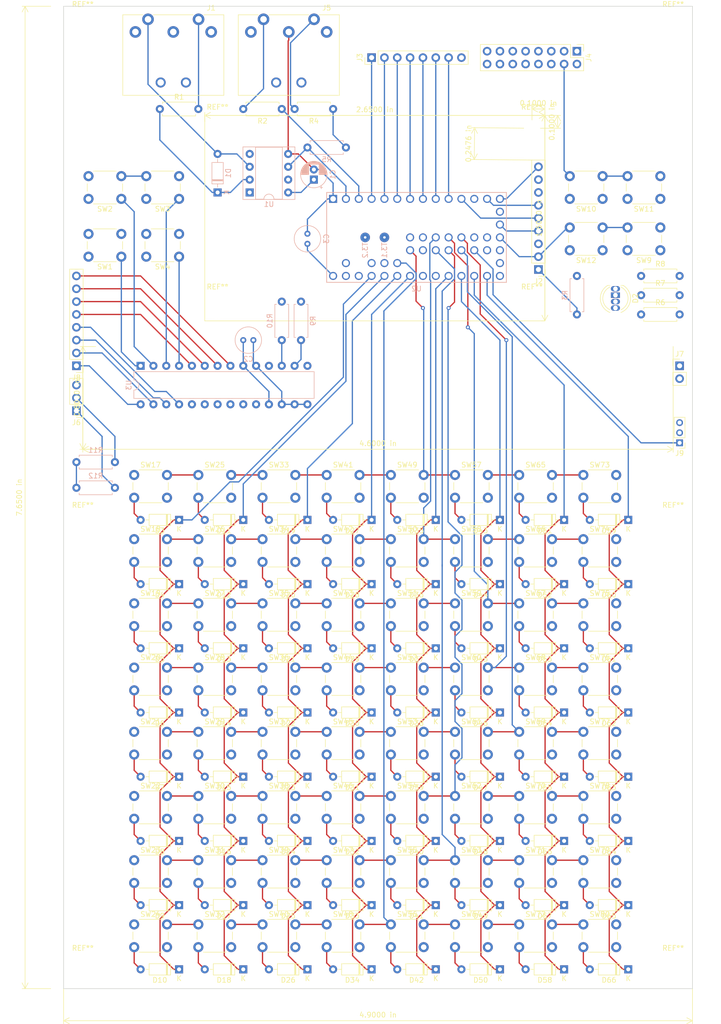
<source format=kicad_pcb>
(kicad_pcb (version 20171130) (host pcbnew "(5.1.5-0-10_14)")
  (title_block (title sequenception) (date 2020-05-17) (rev 0.1))
  (layers (0 F.Cu signal) (31 B.Cu signal) (34 B.Paste user) (35 F.Paste user) (36 B.SilkS user) (37 F.SilkS user) (38 B.Mask user) (39 F.Mask user) (44 Edge.Cuts user))
  (net 0 "")
  (net 1 GND)
  (net 2 +5V)
  (net 3 +3V3)
  (net 4 "Net-(D1-Pad2)")
  (net 5 "Net-(D1-Pad1)")
  (net 6 "Net-(D2-Pad4)")
  (net 7 "Net-(D2-Pad3)")
  (net 8 "Net-(D2-Pad2)")
  (net 9 "Net-(D3-Pad2)")
  (net 10 /MAT_COL_0)
  (net 11 "Net-(D4-Pad2)")
  (net 12 "Net-(D5-Pad2)")
  (net 13 "Net-(D6-Pad2)")
  (net 14 "Net-(D7-Pad2)")
  (net 15 "Net-(D8-Pad2)")
  (net 16 "Net-(D9-Pad2)")
  (net 17 "Net-(D10-Pad2)")
  (net 18 "Net-(D11-Pad2)")
  (net 19 /MAT_COL_1)
  (net 20 "Net-(D12-Pad2)")
  (net 21 "Net-(D13-Pad2)")
  (net 22 "Net-(D14-Pad2)")
  (net 23 "Net-(D15-Pad2)")
  (net 24 "Net-(D16-Pad2)")
  (net 25 "Net-(D17-Pad2)")
  (net 26 "Net-(D18-Pad2)")
  (net 27 "Net-(D19-Pad2)")
  (net 28 /MAT_COL_2)
  (net 29 "Net-(D20-Pad2)")
  (net 30 "Net-(D21-Pad2)")
  (net 31 "Net-(D22-Pad2)")
  (net 32 "Net-(D23-Pad2)")
  (net 33 "Net-(D24-Pad2)")
  (net 34 "Net-(D25-Pad2)")
  (net 35 "Net-(D26-Pad2)")
  (net 36 "Net-(D27-Pad2)")
  (net 37 /MAT_COL_3)
  (net 38 "Net-(D28-Pad2)")
  (net 39 "Net-(D29-Pad2)")
  (net 40 "Net-(D30-Pad2)")
  (net 41 "Net-(D31-Pad2)")
  (net 42 "Net-(D32-Pad2)")
  (net 43 "Net-(D33-Pad2)")
  (net 44 "Net-(D34-Pad2)")
  (net 45 "Net-(D35-Pad2)")
  (net 46 /MAT_COL_4)
  (net 47 "Net-(D36-Pad2)")
  (net 48 "Net-(D37-Pad2)")
  (net 49 "Net-(D38-Pad2)")
  (net 50 "Net-(D39-Pad2)")
  (net 51 "Net-(D40-Pad2)")
  (net 52 "Net-(D41-Pad2)")
  (net 53 "Net-(D42-Pad2)")
  (net 54 "Net-(D43-Pad2)")
  (net 55 /MAT_COL_5)
  (net 56 "Net-(D44-Pad2)")
  (net 57 "Net-(D45-Pad2)")
  (net 58 "Net-(D46-Pad2)")
  (net 59 "Net-(D47-Pad2)")
  (net 60 "Net-(D48-Pad2)")
  (net 61 "Net-(D49-Pad2)")
  (net 62 "Net-(D50-Pad2)")
  (net 63 "Net-(D51-Pad2)")
  (net 64 /MAT_COL_6)
  (net 65 "Net-(D52-Pad2)")
  (net 66 "Net-(D53-Pad2)")
  (net 67 "Net-(D54-Pad2)")
  (net 68 "Net-(D55-Pad2)")
  (net 69 "Net-(D56-Pad2)")
  (net 70 "Net-(D57-Pad2)")
  (net 71 "Net-(D58-Pad2)")
  (net 72 "Net-(D59-Pad2)")
  (net 73 /MAT_COL_7)
  (net 74 "Net-(D60-Pad2)")
  (net 75 "Net-(D61-Pad2)")
  (net 76 "Net-(D62-Pad2)")
  (net 77 "Net-(D63-Pad2)")
  (net 78 "Net-(D64-Pad2)")
  (net 79 "Net-(D65-Pad2)")
  (net 80 "Net-(D66-Pad2)")
  (net 81 "Net-(J1-Pad4)")
  (net 82 /SPI_DIN)
  (net 83 /SPI_CLK)
  (net 84 /SPI_DOUT)
  (net 85 /DC_RS)
  (net 86 /SPI_CS)
  (net 87 /PIN_AGND)
  (net 88 /PIN8)
  (net 89 /PIN_AREF)
  (net 90 /PIN7)
  (net 91 /PIN6)
  (net 92 /PIN12)
  (net 93 /PIN5)
  (net 94 /PIN11)
  (net 95 /PIN4)
  (net 96 /PIN10)
  (net 97 /PIN3)
  (net 98 /PIN2)
  (net 99 "Net-(J5-Pad4)")
  (net 100 "Net-(J5-Pad5)")
  (net 101 /SP)
  (net 102 "Net-(J6-Pad1)")
  (net 103 "Net-(R2-Pad1)")
  (net 104 "Net-(R5-Pad1)")
  (net 105 /BLUE)
  (net 106 /GREEN)
  (net 107 /RED)
  (net 108 /I2C_DATA)
  (net 109 /I2C_CLK)
  (net 110 "Net-(SW1-Pad1)")
  (net 111 "Net-(SW2-Pad1)")
  (net 112 "Net-(SW3-Pad1)")
  (net 113 "Net-(SW4-Pad1)")
  (net 114 "Net-(SW9-Pad1)")
  (net 115 "Net-(SW10-Pad1)")
  (net 116 "Net-(SW11-Pad1)")
  (net 117 "Net-(SW12-Pad1)")
  (net 118 /MAT_ROW_0)
  (net 119 /MAT_ROW_1)
  (net 120 /MAT_ROW_2)
  (net 121 /MAT_ROW_3)
  (net 122 /MAT_ROW_4)
  (net 123 /MAT_ROW_5)
  (net 124 /MAT_ROW_6)
  (net 125 /MAT_ROW_7)
  (net 126 "Net-(U2-Pad52)")
  (net 127 /GPA7)
  (net 128 /GPA6)
  (net 129 /GPA5)
  (net 130 /GPA4)
  (net 131 /GPB7)
  (net 132 /GPB6)
  (net 133 /GPB5)
  (net 134 /GPB4)
  (module MountingHole:MountingHole_3.2mm_M3 (layer F.Cu) (at 143.51 116.84)
    (fp_text reference REF** (at 0 -4.2) (layer F.SilkS))
    (fp_text value MountingHole_3.2mm_M3)
    (pad 1 np_thru_hole circle (at 0 0) (size 3.2 3.2) (drill 3.2) (layers *.Cu *.Mask))
  )
  (module Button_Switch_THT:SW_PUSH_6mm (layer F.Cu) (at 115.57 213.36)
    (fp_text reference SW54 (at 3.25 -2) (layer F.SilkS))
    (fp_text value SW_Push)
    (pad 1 thru_hole circle (at 6.5 0 90) (size 2 2) (drill 1.1) (layers *.Cu *.Mask) (net 123 /MAT_ROW_5))
    (pad 2 thru_hole circle (at 6.5 4.5 90) (size 2 2) (drill 1.1) (layers *.Cu *.Mask) (net 51 "Net-(D40-Pad2)"))
    (pad 1 thru_hole circle (at 0 0 90) (size 2 2) (drill 1.1) (layers *.Cu *.Mask) (net 123 /MAT_ROW_5))
    (pad 2 thru_hole circle (at 0 4.5 90) (size 2 2) (drill 1.1) (layers *.Cu *.Mask) (net 51 "Net-(D40-Pad2)"))
  )
  (module Diode_THT:D_DO-35_SOD27_P7.62mm_Horizontal (layer F.Cu) (at 124.46 209.55 180)
    (fp_text reference D39 (at 3.81 -2.12) (layer F.SilkS))
    (fp_text value D)
    (fp_text user K (at 0 -1.8) (layer F.SilkS))
    (pad 2 thru_hole oval (at 7.62 0 180) (size 1.6 1.6) (drill 0.8) (layers *.Cu *.Mask) (net 50 "Net-(D39-Pad2)"))
    (pad 1 thru_hole rect (at 0 0 180) (size 1.6 1.6) (drill 0.8) (layers *.Cu *.Mask) (net 46 /MAT_COL_4))
  )
  (module MountingHole:MountingHole_3.2mm_M3 (layer F.Cu) (at 171.45 160.02)
    (fp_text reference REF** (at 0 -4.2) (layer F.SilkS))
    (fp_text value MountingHole_3.2mm_M3)
    (pad 1 np_thru_hole circle (at 0 0) (size 3.2 3.2) (drill 3.2) (layers *.Cu *.Mask))
  )
  (module MountingHole:MountingHole_3.2mm_M3 (layer F.Cu) (at 54.61 160.02)
    (fp_text reference REF** (at 0 -4.2) (layer F.SilkS))
    (fp_text value MountingHole_3.2mm_M3)
    (pad 1 np_thru_hole circle (at 0 0) (size 3.2 3.2) (drill 3.2) (layers *.Cu *.Mask))
  )
  (module MountingHole:MountingHole_3.2mm_M3 (layer F.Cu) (at 171.45 247.65)
    (fp_text reference REF** (at 0 -4.2) (layer F.SilkS))
    (fp_text value MountingHole_3.2mm_M3)
    (pad 1 np_thru_hole circle (at 0 0) (size 3.2 3.2) (drill 3.2) (layers *.Cu *.Mask))
  )
  (module MountingHole:MountingHole_3.2mm_M3 (layer F.Cu) (at 54.61 247.65)
    (fp_text reference REF** (at 0 -4.2) (layer F.SilkS))
    (fp_text value MountingHole_3.2mm_M3)
    (pad 1 np_thru_hole circle (at 0 0) (size 3.2 3.2) (drill 3.2) (layers *.Cu *.Mask))
  )
  (module MountingHole:MountingHole_3.2mm_M3 (layer F.Cu) (at 54.61 60.96)
    (fp_text reference REF** (at 0 -4.2) (layer F.SilkS))
    (fp_text value MountingHole_3.2mm_M3)
    (pad 1 np_thru_hole circle (at 0 0) (size 3.2 3.2) (drill 3.2) (layers *.Cu *.Mask))
  )
  (module MountingHole:MountingHole_3.2mm_M3 (layer F.Cu) (at 171.45 60.96)
    (fp_text reference REF** (at 0 -4.2) (layer F.SilkS))
    (fp_text value MountingHole_3.2mm_M3)
    (pad 1 np_thru_hole circle (at 0 0) (size 3.2 3.2) (drill 3.2) (layers *.Cu *.Mask))
  )
  (module MountingHole:MountingHole_3.2mm_M3 (layer F.Cu) (at 81.28 81.28)
    (fp_text reference REF** (at 0 -4.2) (layer F.SilkS))
    (fp_text value MountingHole_3.2mm_M3)
    (pad 1 np_thru_hole circle (at 0 0) (size 3.2 3.2) (drill 3.2) (layers *.Cu *.Mask))
  )
  (module MountingHole:MountingHole_3.2mm_M3 (layer F.Cu) (at 81.28 116.84)
    (fp_text reference REF** (at 0 -4.2) (layer F.SilkS))
    (fp_text value MountingHole_3.2mm_M3)
    (pad 1 np_thru_hole circle (at 0 0) (size 3.2 3.2) (drill 3.2) (layers *.Cu *.Mask))
  )
  (module MountingHole:MountingHole_3.2mm_M3 (layer F.Cu) (at 143.51 81.28)
    (fp_text reference REF** (at 0 -4.2) (layer F.SilkS))
    (fp_text value MountingHole_3.2mm_M3)
    (pad 1 np_thru_hole circle (at 0 0) (size 3.2 3.2) (drill 3.2) (layers *.Cu *.Mask))
  )
  (module Connectors:SDS-50J (layer F.Cu) (at 80.01 62.23 180)
    (fp_text reference J1 (at 0 4.75) (layer F.SilkS))
    (fp_text value MIDI_IN)
    (pad "" thru_hole circle (at 10 -10 180) (size 2 2) (drill 1.3) (layers *.Cu *.Mask))
    (pad 4 thru_hole circle (at 2.5 2.5 180) (size 2.3 2.3) (drill 1.3) (layers *.Cu *.Mask) (net 81 "Net-(J1-Pad4)"))
    (pad 1 thru_hole circle (at 0 0 180) (size 2.3 2.3) (drill 1.3) (layers *.Cu *.Mask))
    (pad 2 thru_hole circle (at 7.5 0 180) (size 2.3 2.3) (drill 1.3) (layers *.Cu *.Mask))
    (pad 3 thru_hole circle (at 15 0 180) (size 2.3 2.3) (drill 1.3) (layers *.Cu *.Mask))
    (pad "" thru_hole circle (at 5 -10 180) (size 2 2) (drill 1.3) (layers *.Cu *.Mask))
    (pad 5 thru_hole circle (at 12.5 2.5 180) (size 2.3 2.3) (drill 1.3) (layers *.Cu *.Mask) (net 4 "Net-(D1-Pad2)"))
  )
  (module Connector_PinHeader_2.00mm:PinHeader_1x03_P2.00mm_Vertical (layer F.Cu) (at 172.72 143.51 180)
    (fp_text reference J9 (at 0 -2.06) (layer F.SilkS))
    (fp_text value Conn_01x03_Male)
    (pad 3 thru_hole oval (at 0 4 180) (size 1.35 1.35) (drill 0.8) (layers *.Cu *.Mask) (net 96 /PIN10))
    (pad 2 thru_hole oval (at 0 2 180) (size 1.35 1.35) (drill 0.8) (layers *.Cu *.Mask) (net 92 /PIN12))
    (pad 1 thru_hole rect (at 0 0 180) (size 1.35 1.35) (drill 0.8) (layers *.Cu *.Mask) (net 94 /PIN11))
  )
  (module Connector_PinHeader_2.54mm:PinHeader_1x08_P2.54mm_Vertical (layer F.Cu) (at 53.34 128.27 180)
    (fp_text reference J8 (at 0 -2.33) (layer F.SilkS))
    (fp_text value Conn_01x08_Male)
    (pad 8 thru_hole oval (at 0 17.78 180) (size 1.7 1.7) (drill 1) (layers *.Cu *.Mask) (net 131 /GPB7))
    (pad 7 thru_hole oval (at 0 15.24 180) (size 1.7 1.7) (drill 1) (layers *.Cu *.Mask) (net 132 /GPB6))
    (pad 6 thru_hole oval (at 0 12.7 180) (size 1.7 1.7) (drill 1) (layers *.Cu *.Mask) (net 133 /GPB5))
    (pad 5 thru_hole oval (at 0 10.16 180) (size 1.7 1.7) (drill 1) (layers *.Cu *.Mask) (net 134 /GPB4))
    (pad 4 thru_hole oval (at 0 7.62 180) (size 1.7 1.7) (drill 1) (layers *.Cu *.Mask) (net 130 /GPA4))
    (pad 3 thru_hole oval (at 0 5.08 180) (size 1.7 1.7) (drill 1) (layers *.Cu *.Mask) (net 129 /GPA5))
    (pad 2 thru_hole oval (at 0 2.54 180) (size 1.7 1.7) (drill 1) (layers *.Cu *.Mask) (net 128 /GPA6))
    (pad 1 thru_hole rect (at 0 0 180) (size 1.7 1.7) (drill 1) (layers *.Cu *.Mask) (net 127 /GPA7))
  )
  (module Connector_PinHeader_2.54mm:PinHeader_1x02_P2.54mm_Vertical (layer F.Cu) (at 172.72 128.27)
    (fp_text reference J7 (at 0 -2.33) (layer F.SilkS))
    (fp_text value Conn_01x02_Male)
    (pad 2 thru_hole oval (at 0 2.54) (size 1.7 1.7) (drill 1) (layers *.Cu *.Mask) (net 87 /PIN_AGND))
    (pad 1 thru_hole rect (at 0 0) (size 1.7 1.7) (drill 1) (layers *.Cu *.Mask) (net 89 /PIN_AREF))
  )
  (module Connector_PinHeader_2.54mm:PinHeader_1x08_P2.54mm_Vertical (layer F.Cu) (at 111.76 67.31 90)
    (fp_text reference J3 (at 0 -2.33 90) (layer F.SilkS))
    (fp_text value Conn_01x08_Male)
    (pad 1 thru_hole rect (at 0 0 90) (size 1.7 1.7) (drill 1) (layers *.Cu *.Mask) (net 98 /PIN2))
    (pad 2 thru_hole oval (at 0 2.54 90) (size 1.7 1.7) (drill 1) (layers *.Cu *.Mask) (net 97 /PIN3))
    (pad 3 thru_hole oval (at 0 5.08 90) (size 1.7 1.7) (drill 1) (layers *.Cu *.Mask) (net 95 /PIN4))
    (pad 4 thru_hole oval (at 0 7.62 90) (size 1.7 1.7) (drill 1) (layers *.Cu *.Mask) (net 93 /PIN5))
    (pad 5 thru_hole oval (at 0 10.16 90) (size 1.7 1.7) (drill 1) (layers *.Cu *.Mask) (net 91 /PIN6))
    (pad 6 thru_hole oval (at 0 12.7 90) (size 1.7 1.7) (drill 1) (layers *.Cu *.Mask) (net 90 /PIN7))
    (pad 7 thru_hole oval (at 0 15.24 90) (size 1.7 1.7) (drill 1) (layers *.Cu *.Mask) (net 88 /PIN8))
    (pad 8 thru_hole oval (at 0 17.78 90) (size 1.7 1.7) (drill 1) (layers *.Cu *.Mask) (net 1 GND))
  )
  (module teensy:Teensy_32_test (layer B.Cu) (at 120.65 102.87)
    (fp_text reference U2 (at 0 10.16) (layer B.SilkS) (effects (justify mirror)))
    (fp_text value Teensy3.2-teensy)
    (fp_text user T3.1 (at -6.35 2.54 -90) (layer B.SilkS) (effects (justify mirror)))
    (fp_text user T3.2 (at -10.16 2.54 -90) (layer B.SilkS) (effects (justify mirror)))
    (pad 38 thru_hole circle (at -1.27 0) (size 1.6 1.6) (drill 1.1) (layers *.Cu *.Mask) (net 107 /RED))
    (pad 51 thru_hole circle (at -1.27 2.54) (size 1.6 1.6) (drill 1.1) (layers *.Cu *.Mask) (net 118 /MAT_ROW_0))
    (pad 46 thru_hole circle (at 1.27 2.54) (size 1.6 1.6) (drill 1.1) (layers *.Cu *.Mask) (net 3 +3V3))
    (pad 39 thru_hole circle (at 1.27 0) (size 1.6 1.6) (drill 1.1) (layers *.Cu *.Mask) (net 1 GND))
    (pad 40 thru_hole circle (at 3.81 0) (size 1.6 1.6) (drill 1.1) (layers *.Cu *.Mask) (net 119 /MAT_ROW_1))
    (pad 50 thru_hole circle (at 3.81 2.54) (size 1.6 1.6) (drill 1.1) (layers *.Cu *.Mask) (net 124 /MAT_ROW_6))
    (pad 49 thru_hole circle (at 6.35 2.54) (size 1.6 1.6) (drill 1.1) (layers *.Cu *.Mask) (net 123 /MAT_ROW_5))
    (pad 41 thru_hole circle (at 6.35 0) (size 1.6 1.6) (drill 1.1) (layers *.Cu *.Mask) (net 120 /MAT_ROW_2))
    (pad 42 thru_hole circle (at 8.89 0) (size 1.6 1.6) (drill 1.1) (layers *.Cu *.Mask) (net 121 /MAT_ROW_3))
    (pad 44 thru_hole circle (at 13.97 0) (size 1.6 1.6) (drill 1.1) (layers *.Cu *.Mask) (net 105 /BLUE))
    (pad 43 thru_hole circle (at 11.43 0) (size 1.6 1.6) (drill 1.1) (layers *.Cu *.Mask) (net 106 /GREEN))
    (pad 48 thru_hole circle (at 8.89 2.54) (size 1.6 1.6) (drill 1.1) (layers *.Cu *.Mask) (net 122 /MAT_ROW_4))
    (pad 47 thru_hole circle (at 11.43 2.54) (size 1.6 1.6) (drill 1.1) (layers *.Cu *.Mask) (net 94 /PIN11))
    (pad 45 thru_hole circle (at 13.97 2.54) (size 1.6 1.6) (drill 1.1) (layers *.Cu *.Mask) (net 92 /PIN12))
    (pad 52 thru_hole circle (at -10.16 0) (size 1.9 1.9) (drill 0.5) (layers *.Cu *.Mask) (net 126 "Net-(U2-Pad52)"))
    (pad 52 thru_hole circle (at -6.35 0) (size 1.9 1.9) (drill 0.5) (layers *.Cu *.Mask) (net 126 "Net-(U2-Pad52)"))
    (pad 1 thru_hole rect (at -16.51 -7.62) (size 1.6 1.6) (drill 1.1) (layers *.Cu *.Mask) (net 1 GND))
    (pad 2 thru_hole circle (at -13.97 -7.62) (size 1.6 1.6) (drill 1.1) (layers *.Cu *.Mask) (net 104 "Net-(R5-Pad1)"))
    (pad 3 thru_hole circle (at -11.43 -7.62) (size 1.6 1.6) (drill 1.1) (layers *.Cu *.Mask) (net 103 "Net-(R2-Pad1)"))
    (pad 4 thru_hole circle (at -8.89 -7.62) (size 1.6 1.6) (drill 1.1) (layers *.Cu *.Mask) (net 98 /PIN2))
    (pad 5 thru_hole circle (at -6.35 -7.62) (size 1.6 1.6) (drill 1.1) (layers *.Cu *.Mask) (net 97 /PIN3))
    (pad 6 thru_hole circle (at -3.81 -7.62) (size 1.6 1.6) (drill 1.1) (layers *.Cu *.Mask) (net 95 /PIN4))
    (pad 7 thru_hole circle (at -1.27 -7.62) (size 1.6 1.6) (drill 1.1) (layers *.Cu *.Mask) (net 93 /PIN5))
    (pad 8 thru_hole circle (at 1.27 -7.62) (size 1.6 1.6) (drill 1.1) (layers *.Cu *.Mask) (net 91 /PIN6))
    (pad 9 thru_hole circle (at 3.81 -7.62) (size 1.6 1.6) (drill 1.1) (layers *.Cu *.Mask) (net 90 /PIN7))
    (pad 10 thru_hole circle (at 6.35 -7.62) (size 1.6 1.6) (drill 1.1) (layers *.Cu *.Mask) (net 88 /PIN8))
    (pad 11 thru_hole circle (at 8.89 -7.62) (size 1.6 1.6) (drill 1.1) (layers *.Cu *.Mask) (net 85 /DC_RS))
    (pad 12 thru_hole circle (at 11.43 -7.62) (size 1.6 1.6) (drill 1.1) (layers *.Cu *.Mask) (net 86 /SPI_CS))
    (pad 13 thru_hole circle (at 13.97 -7.62) (size 1.6 1.6) (drill 1.1) (layers *.Cu *.Mask) (net 84 /SPI_DOUT))
    (pad 37 thru_hole circle (at -3.81 5.08) (size 1.6 1.6) (drill 1.1) (layers *.Cu *.Mask) (net 125 /MAT_ROW_7))
    (pad 36 thru_hole circle (at -6.35 5.08) (size 1.6 1.6) (drill 1.1) (layers *.Cu *.Mask) (net 101 /SP))
    (pad 35 thru_hole circle (at -8.89 5.08) (size 1.6 1.6) (drill 1.1) (layers *.Cu *.Mask) (net 89 /PIN_AREF))
    (pad 34 thru_hole circle (at -13.97 5.08) (size 1.6 1.6) (drill 1.1) (layers *.Cu *.Mask))
    (pad 33 thru_hole circle (at -16.51 7.62) (size 1.6 1.6) (drill 1.1) (layers *.Cu *.Mask) (net 2 +5V))
    (pad 32 thru_hole circle (at -13.97 7.62) (size 1.6 1.6) (drill 1.1) (layers *.Cu *.Mask) (net 87 /PIN_AGND))
    (pad 31 thru_hole circle (at -11.43 7.62) (size 1.6 1.6) (drill 1.1) (layers *.Cu *.Mask) (net 3 +3V3))
    (pad 30 thru_hole circle (at -8.89 7.62) (size 1.6 1.6) (drill 1.1) (layers *.Cu *.Mask) (net 10 /MAT_COL_0))
    (pad 29 thru_hole circle (at -6.35 7.62) (size 1.6 1.6) (drill 1.1) (layers *.Cu *.Mask) (net 19 /MAT_COL_1))
    (pad 28 thru_hole circle (at -3.81 7.62) (size 1.6 1.6) (drill 1.1) (layers *.Cu *.Mask) (net 28 /MAT_COL_2))
    (pad 27 thru_hole circle (at -1.27 7.62) (size 1.6 1.6) (drill 1.1) (layers *.Cu *.Mask) (net 37 /MAT_COL_3))
    (pad 26 thru_hole circle (at 1.27 7.62) (size 1.6 1.6) (drill 1.1) (layers *.Cu *.Mask) (net 109 /I2C_CLK))
    (pad 25 thru_hole circle (at 3.81 7.62) (size 1.6 1.6) (drill 1.1) (layers *.Cu *.Mask) (net 108 /I2C_DATA))
    (pad 24 thru_hole circle (at 6.35 7.62) (size 1.6 1.6) (drill 1.1) (layers *.Cu *.Mask) (net 46 /MAT_COL_4))
    (pad 23 thru_hole circle (at 8.89 7.62) (size 1.6 1.6) (drill 1.1) (layers *.Cu *.Mask) (net 55 /MAT_COL_5))
    (pad 22 thru_hole circle (at 11.43 7.62) (size 1.6 1.6) (drill 1.1) (layers *.Cu *.Mask) (net 64 /MAT_COL_6))
    (pad 21 thru_hole circle (at 13.97 7.62) (size 1.6 1.6) (drill 1.1) (layers *.Cu *.Mask) (net 73 /MAT_COL_7))
    (pad 14 thru_hole circle (at 16.51 -7.62) (size 1.6 1.6) (drill 1.1) (layers *.Cu *.Mask) (net 82 /SPI_DIN))
    (pad 15 thru_hole circle (at 16.51 -5.08) (size 1.6 1.6) (drill 1.1) (layers *.Cu *.Mask))
    (pad 16 thru_hole circle (at 16.51 -2.54) (size 1.6 1.6) (drill 1.1) (layers *.Cu *.Mask) (net 3 +3V3))
    (pad 20 thru_hole circle (at 16.51 7.62) (size 1.6 1.6) (drill 1.1) (layers *.Cu *.Mask) (net 83 /SPI_CLK))
    (pad 19 thru_hole circle (at 16.51 5.08) (size 1.6 1.6) (drill 1.1) (layers *.Cu *.Mask) (net 96 /PIN10))
    (pad 18 thru_hole circle (at 16.51 2.54) (size 1.6 1.6) (drill 1.1) (layers *.Cu *.Mask))
    (pad 17 thru_hole circle (at 16.51 0) (size 1.6 1.6) (drill 1.1) (layers *.Cu *.Mask) (net 1 GND))
  )
  (module teensy:LED_D5.0mm-4_RGB_common-cathode (layer F.Cu) (at 160.02 113.03 270)
    (fp_text reference D2 (at 1.905 -3.96 90) (layer F.SilkS))
    (fp_text value LED_CRGB)
    (pad 4 thru_hole oval (at 3.81 0 270) (size 1.07 1.8) (drill 0.9) (layers *.Cu *.Mask) (net 6 "Net-(D2-Pad4)"))
    (pad 3 thru_hole oval (at 2.54 0 270) (size 1.07 1.8) (drill 0.9) (layers *.Cu *.Mask) (net 7 "Net-(D2-Pad3)"))
    (pad 2 thru_hole oval (at 0 0 270) (size 1.07 1.8) (drill 0.9) (layers *.Cu *.Mask) (net 8 "Net-(D2-Pad2)"))
    (pad 1 thru_hole rect (at 1.27 0 270) (size 1.07 1.8) (drill 0.9) (layers *.Cu *.Mask) (net 1 GND))
  )
  (module Capacitor_THT:C_Radial_D5.0mm_H5.0mm_P2.00mm (layer B.Cu) (at 99.06 104.14 90)
    (fp_text reference C3 (at 1 3.75 90) (layer B.SilkS) (effects (justify mirror)))
    (fp_text value 0.1uF)
    (pad 2 thru_hole circle (at 2 0 90) (size 1.2 1.2) (drill 0.6) (layers *.Cu *.Mask) (net 1 GND))
    (pad 1 thru_hole circle (at 0 0 90) (size 1.2 1.2) (drill 0.6) (layers *.Cu *.Mask) (net 2 +5V))
  )
  (module Package_DIP:DIP-28_W7.62mm (layer B.Cu) (at 66.04 128.27 270)
    (fp_text reference U3 (at 3.81 2.33 270) (layer B.SilkS) (effects (justify mirror)))
    (fp_text value MCP23017_SP)
    (pad 28 thru_hole oval (at 7.62 0 270) (size 1.6 1.6) (drill 0.8) (layers *.Cu *.Mask) (net 127 /GPA7))
    (pad 14 thru_hole oval (at 0 -33.02 270) (size 1.6 1.6) (drill 0.8) (layers *.Cu *.Mask))
    (pad 27 thru_hole oval (at 7.62 -2.54 270) (size 1.6 1.6) (drill 0.8) (layers *.Cu *.Mask) (net 128 /GPA6))
    (pad 13 thru_hole oval (at 0 -30.48 270) (size 1.6 1.6) (drill 0.8) (layers *.Cu *.Mask) (net 108 /I2C_DATA))
    (pad 26 thru_hole oval (at 7.62 -5.08 270) (size 1.6 1.6) (drill 0.8) (layers *.Cu *.Mask) (net 129 /GPA5))
    (pad 12 thru_hole oval (at 0 -27.94 270) (size 1.6 1.6) (drill 0.8) (layers *.Cu *.Mask) (net 109 /I2C_CLK))
    (pad 25 thru_hole oval (at 7.62 -7.62 270) (size 1.6 1.6) (drill 0.8) (layers *.Cu *.Mask) (net 130 /GPA4))
    (pad 11 thru_hole oval (at 0 -25.4 270) (size 1.6 1.6) (drill 0.8) (layers *.Cu *.Mask))
    (pad 24 thru_hole oval (at 7.62 -10.16 270) (size 1.6 1.6) (drill 0.8) (layers *.Cu *.Mask) (net 117 "Net-(SW12-Pad1)"))
    (pad 10 thru_hole oval (at 0 -22.86 270) (size 1.6 1.6) (drill 0.8) (layers *.Cu *.Mask) (net 1 GND))
    (pad 23 thru_hole oval (at 7.62 -12.7 270) (size 1.6 1.6) (drill 0.8) (layers *.Cu *.Mask) (net 116 "Net-(SW11-Pad1)"))
    (pad 9 thru_hole oval (at 0 -20.32 270) (size 1.6 1.6) (drill 0.8) (layers *.Cu *.Mask) (net 3 +3V3))
    (pad 22 thru_hole oval (at 7.62 -15.24 270) (size 1.6 1.6) (drill 0.8) (layers *.Cu *.Mask) (net 115 "Net-(SW10-Pad1)"))
    (pad 8 thru_hole oval (at 0 -17.78 270) (size 1.6 1.6) (drill 0.8) (layers *.Cu *.Mask) (net 131 /GPB7))
    (pad 21 thru_hole oval (at 7.62 -17.78 270) (size 1.6 1.6) (drill 0.8) (layers *.Cu *.Mask) (net 114 "Net-(SW9-Pad1)"))
    (pad 7 thru_hole oval (at 0 -15.24 270) (size 1.6 1.6) (drill 0.8) (layers *.Cu *.Mask) (net 132 /GPB6))
    (pad 20 thru_hole oval (at 7.62 -20.32 270) (size 1.6 1.6) (drill 0.8) (layers *.Cu *.Mask))
    (pad 6 thru_hole oval (at 0 -12.7 270) (size 1.6 1.6) (drill 0.8) (layers *.Cu *.Mask) (net 133 /GPB5))
    (pad 19 thru_hole oval (at 7.62 -22.86 270) (size 1.6 1.6) (drill 0.8) (layers *.Cu *.Mask))
    (pad 5 thru_hole oval (at 0 -10.16 270) (size 1.6 1.6) (drill 0.8) (layers *.Cu *.Mask) (net 134 /GPB4))
    (pad 18 thru_hole oval (at 7.62 -25.4 270) (size 1.6 1.6) (drill 0.8) (layers *.Cu *.Mask) (net 3 +3V3))
    (pad 4 thru_hole oval (at 0 -7.62 270) (size 1.6 1.6) (drill 0.8) (layers *.Cu *.Mask) (net 113 "Net-(SW4-Pad1)"))
    (pad 17 thru_hole oval (at 7.62 -27.94 270) (size 1.6 1.6) (drill 0.8) (layers *.Cu *.Mask) (net 1 GND))
    (pad 3 thru_hole oval (at 0 -5.08 270) (size 1.6 1.6) (drill 0.8) (layers *.Cu *.Mask) (net 112 "Net-(SW3-Pad1)"))
    (pad 16 thru_hole oval (at 7.62 -30.48 270) (size 1.6 1.6) (drill 0.8) (layers *.Cu *.Mask) (net 1 GND))
    (pad 2 thru_hole oval (at 0 -2.54 270) (size 1.6 1.6) (drill 0.8) (layers *.Cu *.Mask) (net 111 "Net-(SW2-Pad1)"))
    (pad 15 thru_hole oval (at 7.62 -33.02 270) (size 1.6 1.6) (drill 0.8) (layers *.Cu *.Mask) (net 1 GND))
    (pad 1 thru_hole rect (at 0 0 270) (size 1.6 1.6) (drill 0.8) (layers *.Cu *.Mask) (net 110 "Net-(SW1-Pad1)"))
  )
  (module Package_DIP:DIP-8_W7.62mm_Socket (layer B.Cu) (at 87.63 93.98)
    (fp_text reference U1 (at 3.81 2.33) (layer B.SilkS) (effects (justify mirror)))
    (fp_text value 6N138)
    (pad 8 thru_hole oval (at 7.62 0) (size 1.6 1.6) (drill 0.8) (layers *.Cu *.Mask) (net 2 +5V))
    (pad 4 thru_hole oval (at 0 -7.62) (size 1.6 1.6) (drill 0.8) (layers *.Cu *.Mask))
    (pad 7 thru_hole oval (at 7.62 -2.54) (size 1.6 1.6) (drill 0.8) (layers *.Cu *.Mask))
    (pad 3 thru_hole oval (at 0 -5.08) (size 1.6 1.6) (drill 0.8) (layers *.Cu *.Mask) (net 4 "Net-(D1-Pad2)"))
    (pad 6 thru_hole oval (at 7.62 -5.08) (size 1.6 1.6) (drill 0.8) (layers *.Cu *.Mask) (net 104 "Net-(R5-Pad1)"))
    (pad 2 thru_hole oval (at 0 -2.54) (size 1.6 1.6) (drill 0.8) (layers *.Cu *.Mask) (net 5 "Net-(D1-Pad1)"))
    (pad 5 thru_hole oval (at 7.62 -7.62) (size 1.6 1.6) (drill 0.8) (layers *.Cu *.Mask) (net 1 GND))
    (pad 1 thru_hole rect (at 0 0) (size 1.6 1.6) (drill 0.8) (layers *.Cu *.Mask))
  )
  (module Button_Switch_THT:SW_PUSH_6mm (layer F.Cu) (at 153.67 238.76)
    (fp_text reference SW80 (at 3.25 -2) (layer F.SilkS))
    (fp_text value SW_Push)
    (pad 1 thru_hole circle (at 6.5 0 90) (size 2 2) (drill 1.1) (layers *.Cu *.Mask) (net 125 /MAT_ROW_7))
    (pad 2 thru_hole circle (at 6.5 4.5 90) (size 2 2) (drill 1.1) (layers *.Cu *.Mask) (net 80 "Net-(D66-Pad2)"))
    (pad 1 thru_hole circle (at 0 0 90) (size 2 2) (drill 1.1) (layers *.Cu *.Mask) (net 125 /MAT_ROW_7))
    (pad 2 thru_hole circle (at 0 4.5 90) (size 2 2) (drill 1.1) (layers *.Cu *.Mask) (net 80 "Net-(D66-Pad2)"))
  )
  (module Button_Switch_THT:SW_PUSH_6mm (layer F.Cu) (at 153.67 226.06)
    (fp_text reference SW79 (at 3.25 -2) (layer F.SilkS))
    (fp_text value SW_Push)
    (pad 1 thru_hole circle (at 6.5 0 90) (size 2 2) (drill 1.1) (layers *.Cu *.Mask) (net 124 /MAT_ROW_6))
    (pad 2 thru_hole circle (at 6.5 4.5 90) (size 2 2) (drill 1.1) (layers *.Cu *.Mask) (net 79 "Net-(D65-Pad2)"))
    (pad 1 thru_hole circle (at 0 0 90) (size 2 2) (drill 1.1) (layers *.Cu *.Mask) (net 124 /MAT_ROW_6))
    (pad 2 thru_hole circle (at 0 4.5 90) (size 2 2) (drill 1.1) (layers *.Cu *.Mask) (net 79 "Net-(D65-Pad2)"))
  )
  (module Button_Switch_THT:SW_PUSH_6mm (layer F.Cu) (at 153.67 213.36)
    (fp_text reference SW78 (at 3.25 -2) (layer F.SilkS))
    (fp_text value SW_Push)
    (pad 1 thru_hole circle (at 6.5 0 90) (size 2 2) (drill 1.1) (layers *.Cu *.Mask) (net 123 /MAT_ROW_5))
    (pad 2 thru_hole circle (at 6.5 4.5 90) (size 2 2) (drill 1.1) (layers *.Cu *.Mask) (net 78 "Net-(D64-Pad2)"))
    (pad 1 thru_hole circle (at 0 0 90) (size 2 2) (drill 1.1) (layers *.Cu *.Mask) (net 123 /MAT_ROW_5))
    (pad 2 thru_hole circle (at 0 4.5 90) (size 2 2) (drill 1.1) (layers *.Cu *.Mask) (net 78 "Net-(D64-Pad2)"))
  )
  (module Button_Switch_THT:SW_PUSH_6mm (layer F.Cu) (at 153.67 200.66)
    (fp_text reference SW77 (at 3.25 -2) (layer F.SilkS))
    (fp_text value SW_Push)
    (pad 1 thru_hole circle (at 6.5 0 90) (size 2 2) (drill 1.1) (layers *.Cu *.Mask) (net 122 /MAT_ROW_4))
    (pad 2 thru_hole circle (at 6.5 4.5 90) (size 2 2) (drill 1.1) (layers *.Cu *.Mask) (net 77 "Net-(D63-Pad2)"))
    (pad 1 thru_hole circle (at 0 0 90) (size 2 2) (drill 1.1) (layers *.Cu *.Mask) (net 122 /MAT_ROW_4))
    (pad 2 thru_hole circle (at 0 4.5 90) (size 2 2) (drill 1.1) (layers *.Cu *.Mask) (net 77 "Net-(D63-Pad2)"))
  )
  (module Button_Switch_THT:SW_PUSH_6mm (layer F.Cu) (at 153.67 187.96)
    (fp_text reference SW76 (at 3.25 -2) (layer F.SilkS))
    (fp_text value SW_Push)
    (pad 1 thru_hole circle (at 6.5 0 90) (size 2 2) (drill 1.1) (layers *.Cu *.Mask) (net 121 /MAT_ROW_3))
    (pad 2 thru_hole circle (at 6.5 4.5 90) (size 2 2) (drill 1.1) (layers *.Cu *.Mask) (net 76 "Net-(D62-Pad2)"))
    (pad 1 thru_hole circle (at 0 0 90) (size 2 2) (drill 1.1) (layers *.Cu *.Mask) (net 121 /MAT_ROW_3))
    (pad 2 thru_hole circle (at 0 4.5 90) (size 2 2) (drill 1.1) (layers *.Cu *.Mask) (net 76 "Net-(D62-Pad2)"))
  )
  (module Button_Switch_THT:SW_PUSH_6mm (layer F.Cu) (at 153.67 175.26)
    (fp_text reference SW75 (at 3.25 -2) (layer F.SilkS))
    (fp_text value SW_Push)
    (pad 1 thru_hole circle (at 6.5 0 90) (size 2 2) (drill 1.1) (layers *.Cu *.Mask) (net 120 /MAT_ROW_2))
    (pad 2 thru_hole circle (at 6.5 4.5 90) (size 2 2) (drill 1.1) (layers *.Cu *.Mask) (net 75 "Net-(D61-Pad2)"))
    (pad 1 thru_hole circle (at 0 0 90) (size 2 2) (drill 1.1) (layers *.Cu *.Mask) (net 120 /MAT_ROW_2))
    (pad 2 thru_hole circle (at 0 4.5 90) (size 2 2) (drill 1.1) (layers *.Cu *.Mask) (net 75 "Net-(D61-Pad2)"))
  )
  (module Button_Switch_THT:SW_PUSH_6mm (layer F.Cu) (at 153.67 162.56)
    (fp_text reference SW74 (at 3.25 -2) (layer F.SilkS))
    (fp_text value SW_Push)
    (pad 1 thru_hole circle (at 6.5 0 90) (size 2 2) (drill 1.1) (layers *.Cu *.Mask) (net 119 /MAT_ROW_1))
    (pad 2 thru_hole circle (at 6.5 4.5 90) (size 2 2) (drill 1.1) (layers *.Cu *.Mask) (net 74 "Net-(D60-Pad2)"))
    (pad 1 thru_hole circle (at 0 0 90) (size 2 2) (drill 1.1) (layers *.Cu *.Mask) (net 119 /MAT_ROW_1))
    (pad 2 thru_hole circle (at 0 4.5 90) (size 2 2) (drill 1.1) (layers *.Cu *.Mask) (net 74 "Net-(D60-Pad2)"))
  )
  (module Button_Switch_THT:SW_PUSH_6mm (layer F.Cu) (at 153.67 149.86)
    (fp_text reference SW73 (at 3.25 -2) (layer F.SilkS))
    (fp_text value SW_Push)
    (pad 1 thru_hole circle (at 6.5 0 90) (size 2 2) (drill 1.1) (layers *.Cu *.Mask) (net 118 /MAT_ROW_0))
    (pad 2 thru_hole circle (at 6.5 4.5 90) (size 2 2) (drill 1.1) (layers *.Cu *.Mask) (net 72 "Net-(D59-Pad2)"))
    (pad 1 thru_hole circle (at 0 0 90) (size 2 2) (drill 1.1) (layers *.Cu *.Mask) (net 118 /MAT_ROW_0))
    (pad 2 thru_hole circle (at 0 4.5 90) (size 2 2) (drill 1.1) (layers *.Cu *.Mask) (net 72 "Net-(D59-Pad2)"))
  )
  (module Button_Switch_THT:SW_PUSH_6mm (layer F.Cu) (at 140.97 238.76)
    (fp_text reference SW72 (at 3.25 -2) (layer F.SilkS))
    (fp_text value SW_Push)
    (pad 1 thru_hole circle (at 6.5 0 90) (size 2 2) (drill 1.1) (layers *.Cu *.Mask) (net 125 /MAT_ROW_7))
    (pad 2 thru_hole circle (at 6.5 4.5 90) (size 2 2) (drill 1.1) (layers *.Cu *.Mask) (net 71 "Net-(D58-Pad2)"))
    (pad 1 thru_hole circle (at 0 0 90) (size 2 2) (drill 1.1) (layers *.Cu *.Mask) (net 125 /MAT_ROW_7))
    (pad 2 thru_hole circle (at 0 4.5 90) (size 2 2) (drill 1.1) (layers *.Cu *.Mask) (net 71 "Net-(D58-Pad2)"))
  )
  (module Button_Switch_THT:SW_PUSH_6mm (layer F.Cu) (at 140.97 226.06)
    (fp_text reference SW71 (at 3.25 -2) (layer F.SilkS))
    (fp_text value SW_Push)
    (pad 1 thru_hole circle (at 6.5 0 90) (size 2 2) (drill 1.1) (layers *.Cu *.Mask) (net 124 /MAT_ROW_6))
    (pad 2 thru_hole circle (at 6.5 4.5 90) (size 2 2) (drill 1.1) (layers *.Cu *.Mask) (net 70 "Net-(D57-Pad2)"))
    (pad 1 thru_hole circle (at 0 0 90) (size 2 2) (drill 1.1) (layers *.Cu *.Mask) (net 124 /MAT_ROW_6))
    (pad 2 thru_hole circle (at 0 4.5 90) (size 2 2) (drill 1.1) (layers *.Cu *.Mask) (net 70 "Net-(D57-Pad2)"))
  )
  (module Button_Switch_THT:SW_PUSH_6mm (layer F.Cu) (at 140.97 213.36)
    (fp_text reference SW70 (at 3.25 -2) (layer F.SilkS))
    (fp_text value SW_Push)
    (pad 1 thru_hole circle (at 6.5 0 90) (size 2 2) (drill 1.1) (layers *.Cu *.Mask) (net 123 /MAT_ROW_5))
    (pad 2 thru_hole circle (at 6.5 4.5 90) (size 2 2) (drill 1.1) (layers *.Cu *.Mask) (net 69 "Net-(D56-Pad2)"))
    (pad 1 thru_hole circle (at 0 0 90) (size 2 2) (drill 1.1) (layers *.Cu *.Mask) (net 123 /MAT_ROW_5))
    (pad 2 thru_hole circle (at 0 4.5 90) (size 2 2) (drill 1.1) (layers *.Cu *.Mask) (net 69 "Net-(D56-Pad2)"))
  )
  (module Button_Switch_THT:SW_PUSH_6mm (layer F.Cu) (at 140.97 200.66)
    (fp_text reference SW69 (at 3.25 -2) (layer F.SilkS))
    (fp_text value SW_Push)
    (pad 1 thru_hole circle (at 6.5 0 90) (size 2 2) (drill 1.1) (layers *.Cu *.Mask) (net 122 /MAT_ROW_4))
    (pad 2 thru_hole circle (at 6.5 4.5 90) (size 2 2) (drill 1.1) (layers *.Cu *.Mask) (net 68 "Net-(D55-Pad2)"))
    (pad 1 thru_hole circle (at 0 0 90) (size 2 2) (drill 1.1) (layers *.Cu *.Mask) (net 122 /MAT_ROW_4))
    (pad 2 thru_hole circle (at 0 4.5 90) (size 2 2) (drill 1.1) (layers *.Cu *.Mask) (net 68 "Net-(D55-Pad2)"))
  )
  (module Button_Switch_THT:SW_PUSH_6mm (layer F.Cu) (at 140.97 187.96)
    (fp_text reference SW68 (at 3.25 -2) (layer F.SilkS))
    (fp_text value SW_Push)
    (pad 1 thru_hole circle (at 6.5 0 90) (size 2 2) (drill 1.1) (layers *.Cu *.Mask) (net 121 /MAT_ROW_3))
    (pad 2 thru_hole circle (at 6.5 4.5 90) (size 2 2) (drill 1.1) (layers *.Cu *.Mask) (net 67 "Net-(D54-Pad2)"))
    (pad 1 thru_hole circle (at 0 0 90) (size 2 2) (drill 1.1) (layers *.Cu *.Mask) (net 121 /MAT_ROW_3))
    (pad 2 thru_hole circle (at 0 4.5 90) (size 2 2) (drill 1.1) (layers *.Cu *.Mask) (net 67 "Net-(D54-Pad2)"))
  )
  (module Button_Switch_THT:SW_PUSH_6mm (layer F.Cu) (at 140.97 175.26)
    (fp_text reference SW67 (at 3.25 -2) (layer F.SilkS))
    (fp_text value SW_Push)
    (pad 1 thru_hole circle (at 6.5 0 90) (size 2 2) (drill 1.1) (layers *.Cu *.Mask) (net 120 /MAT_ROW_2))
    (pad 2 thru_hole circle (at 6.5 4.5 90) (size 2 2) (drill 1.1) (layers *.Cu *.Mask) (net 66 "Net-(D53-Pad2)"))
    (pad 1 thru_hole circle (at 0 0 90) (size 2 2) (drill 1.1) (layers *.Cu *.Mask) (net 120 /MAT_ROW_2))
    (pad 2 thru_hole circle (at 0 4.5 90) (size 2 2) (drill 1.1) (layers *.Cu *.Mask) (net 66 "Net-(D53-Pad2)"))
  )
  (module Button_Switch_THT:SW_PUSH_6mm (layer F.Cu) (at 140.97 162.56)
    (fp_text reference SW66 (at 3.25 -2) (layer F.SilkS))
    (fp_text value SW_Push)
    (pad 1 thru_hole circle (at 6.5 0 90) (size 2 2) (drill 1.1) (layers *.Cu *.Mask) (net 119 /MAT_ROW_1))
    (pad 2 thru_hole circle (at 6.5 4.5 90) (size 2 2) (drill 1.1) (layers *.Cu *.Mask) (net 65 "Net-(D52-Pad2)"))
    (pad 1 thru_hole circle (at 0 0 90) (size 2 2) (drill 1.1) (layers *.Cu *.Mask) (net 119 /MAT_ROW_1))
    (pad 2 thru_hole circle (at 0 4.5 90) (size 2 2) (drill 1.1) (layers *.Cu *.Mask) (net 65 "Net-(D52-Pad2)"))
  )
  (module Button_Switch_THT:SW_PUSH_6mm (layer F.Cu) (at 140.97 149.86)
    (fp_text reference SW65 (at 3.25 -2) (layer F.SilkS))
    (fp_text value SW_Push)
    (pad 1 thru_hole circle (at 6.5 0 90) (size 2 2) (drill 1.1) (layers *.Cu *.Mask) (net 118 /MAT_ROW_0))
    (pad 2 thru_hole circle (at 6.5 4.5 90) (size 2 2) (drill 1.1) (layers *.Cu *.Mask) (net 63 "Net-(D51-Pad2)"))
    (pad 1 thru_hole circle (at 0 0 90) (size 2 2) (drill 1.1) (layers *.Cu *.Mask) (net 118 /MAT_ROW_0))
    (pad 2 thru_hole circle (at 0 4.5 90) (size 2 2) (drill 1.1) (layers *.Cu *.Mask) (net 63 "Net-(D51-Pad2)"))
  )
  (module Button_Switch_THT:SW_PUSH_6mm (layer F.Cu) (at 128.27 238.76)
    (fp_text reference SW64 (at 3.25 -2) (layer F.SilkS))
    (fp_text value SW_Push)
    (pad 1 thru_hole circle (at 6.5 0 90) (size 2 2) (drill 1.1) (layers *.Cu *.Mask) (net 125 /MAT_ROW_7))
    (pad 2 thru_hole circle (at 6.5 4.5 90) (size 2 2) (drill 1.1) (layers *.Cu *.Mask) (net 62 "Net-(D50-Pad2)"))
    (pad 1 thru_hole circle (at 0 0 90) (size 2 2) (drill 1.1) (layers *.Cu *.Mask) (net 125 /MAT_ROW_7))
    (pad 2 thru_hole circle (at 0 4.5 90) (size 2 2) (drill 1.1) (layers *.Cu *.Mask) (net 62 "Net-(D50-Pad2)"))
  )
  (module Button_Switch_THT:SW_PUSH_6mm (layer F.Cu) (at 128.27 226.06)
    (fp_text reference SW63 (at 3.25 -2) (layer F.SilkS))
    (fp_text value SW_Push)
    (pad 1 thru_hole circle (at 6.5 0 90) (size 2 2) (drill 1.1) (layers *.Cu *.Mask) (net 124 /MAT_ROW_6))
    (pad 2 thru_hole circle (at 6.5 4.5 90) (size 2 2) (drill 1.1) (layers *.Cu *.Mask) (net 61 "Net-(D49-Pad2)"))
    (pad 1 thru_hole circle (at 0 0 90) (size 2 2) (drill 1.1) (layers *.Cu *.Mask) (net 124 /MAT_ROW_6))
    (pad 2 thru_hole circle (at 0 4.5 90) (size 2 2) (drill 1.1) (layers *.Cu *.Mask) (net 61 "Net-(D49-Pad2)"))
  )
  (module Button_Switch_THT:SW_PUSH_6mm (layer F.Cu) (at 128.27 213.36)
    (fp_text reference SW62 (at 3.25 -2) (layer F.SilkS))
    (fp_text value SW_Push)
    (pad 1 thru_hole circle (at 6.5 0 90) (size 2 2) (drill 1.1) (layers *.Cu *.Mask) (net 123 /MAT_ROW_5))
    (pad 2 thru_hole circle (at 6.5 4.5 90) (size 2 2) (drill 1.1) (layers *.Cu *.Mask) (net 60 "Net-(D48-Pad2)"))
    (pad 1 thru_hole circle (at 0 0 90) (size 2 2) (drill 1.1) (layers *.Cu *.Mask) (net 123 /MAT_ROW_5))
    (pad 2 thru_hole circle (at 0 4.5 90) (size 2 2) (drill 1.1) (layers *.Cu *.Mask) (net 60 "Net-(D48-Pad2)"))
  )
  (module Button_Switch_THT:SW_PUSH_6mm (layer F.Cu) (at 128.27 200.66)
    (fp_text reference SW61 (at 3.25 -2) (layer F.SilkS))
    (fp_text value SW_Push)
    (pad 1 thru_hole circle (at 6.5 0 90) (size 2 2) (drill 1.1) (layers *.Cu *.Mask) (net 122 /MAT_ROW_4))
    (pad 2 thru_hole circle (at 6.5 4.5 90) (size 2 2) (drill 1.1) (layers *.Cu *.Mask) (net 59 "Net-(D47-Pad2)"))
    (pad 1 thru_hole circle (at 0 0 90) (size 2 2) (drill 1.1) (layers *.Cu *.Mask) (net 122 /MAT_ROW_4))
    (pad 2 thru_hole circle (at 0 4.5 90) (size 2 2) (drill 1.1) (layers *.Cu *.Mask) (net 59 "Net-(D47-Pad2)"))
  )
  (module Button_Switch_THT:SW_PUSH_6mm (layer F.Cu) (at 128.27 187.96)
    (fp_text reference SW60 (at 3.25 -2) (layer F.SilkS))
    (fp_text value SW_Push)
    (pad 1 thru_hole circle (at 6.5 0 90) (size 2 2) (drill 1.1) (layers *.Cu *.Mask) (net 121 /MAT_ROW_3))
    (pad 2 thru_hole circle (at 6.5 4.5 90) (size 2 2) (drill 1.1) (layers *.Cu *.Mask) (net 58 "Net-(D46-Pad2)"))
    (pad 1 thru_hole circle (at 0 0 90) (size 2 2) (drill 1.1) (layers *.Cu *.Mask) (net 121 /MAT_ROW_3))
    (pad 2 thru_hole circle (at 0 4.5 90) (size 2 2) (drill 1.1) (layers *.Cu *.Mask) (net 58 "Net-(D46-Pad2)"))
  )
  (module Button_Switch_THT:SW_PUSH_6mm (layer F.Cu) (at 128.27 175.26)
    (fp_text reference SW59 (at 3.25 -2) (layer F.SilkS))
    (fp_text value SW_Push)
    (pad 1 thru_hole circle (at 6.5 0 90) (size 2 2) (drill 1.1) (layers *.Cu *.Mask) (net 120 /MAT_ROW_2))
    (pad 2 thru_hole circle (at 6.5 4.5 90) (size 2 2) (drill 1.1) (layers *.Cu *.Mask) (net 57 "Net-(D45-Pad2)"))
    (pad 1 thru_hole circle (at 0 0 90) (size 2 2) (drill 1.1) (layers *.Cu *.Mask) (net 120 /MAT_ROW_2))
    (pad 2 thru_hole circle (at 0 4.5 90) (size 2 2) (drill 1.1) (layers *.Cu *.Mask) (net 57 "Net-(D45-Pad2)"))
  )
  (module Button_Switch_THT:SW_PUSH_6mm (layer F.Cu) (at 128.27 162.56)
    (fp_text reference SW58 (at 3.25 -2) (layer F.SilkS))
    (fp_text value SW_Push)
    (pad 1 thru_hole circle (at 6.5 0 90) (size 2 2) (drill 1.1) (layers *.Cu *.Mask) (net 119 /MAT_ROW_1))
    (pad 2 thru_hole circle (at 6.5 4.5 90) (size 2 2) (drill 1.1) (layers *.Cu *.Mask) (net 56 "Net-(D44-Pad2)"))
    (pad 1 thru_hole circle (at 0 0 90) (size 2 2) (drill 1.1) (layers *.Cu *.Mask) (net 119 /MAT_ROW_1))
    (pad 2 thru_hole circle (at 0 4.5 90) (size 2 2) (drill 1.1) (layers *.Cu *.Mask) (net 56 "Net-(D44-Pad2)"))
  )
  (module Button_Switch_THT:SW_PUSH_6mm (layer F.Cu) (at 128.27 149.86)
    (fp_text reference SW57 (at 3.25 -2) (layer F.SilkS))
    (fp_text value SW_Push)
    (pad 1 thru_hole circle (at 6.5 0 90) (size 2 2) (drill 1.1) (layers *.Cu *.Mask) (net 118 /MAT_ROW_0))
    (pad 2 thru_hole circle (at 6.5 4.5 90) (size 2 2) (drill 1.1) (layers *.Cu *.Mask) (net 54 "Net-(D43-Pad2)"))
    (pad 1 thru_hole circle (at 0 0 90) (size 2 2) (drill 1.1) (layers *.Cu *.Mask) (net 118 /MAT_ROW_0))
    (pad 2 thru_hole circle (at 0 4.5 90) (size 2 2) (drill 1.1) (layers *.Cu *.Mask) (net 54 "Net-(D43-Pad2)"))
  )
  (module Button_Switch_THT:SW_PUSH_6mm (layer F.Cu) (at 115.57 238.76)
    (fp_text reference SW56 (at 3.25 -2) (layer F.SilkS))
    (fp_text value SW_Push)
    (pad 1 thru_hole circle (at 6.5 0 90) (size 2 2) (drill 1.1) (layers *.Cu *.Mask) (net 125 /MAT_ROW_7))
    (pad 2 thru_hole circle (at 6.5 4.5 90) (size 2 2) (drill 1.1) (layers *.Cu *.Mask) (net 53 "Net-(D42-Pad2)"))
    (pad 1 thru_hole circle (at 0 0 90) (size 2 2) (drill 1.1) (layers *.Cu *.Mask) (net 125 /MAT_ROW_7))
    (pad 2 thru_hole circle (at 0 4.5 90) (size 2 2) (drill 1.1) (layers *.Cu *.Mask) (net 53 "Net-(D42-Pad2)"))
  )
  (module Button_Switch_THT:SW_PUSH_6mm (layer F.Cu) (at 115.57 226.06)
    (fp_text reference SW55 (at 3.25 -2) (layer F.SilkS))
    (fp_text value SW_Push)
    (pad 1 thru_hole circle (at 6.5 0 90) (size 2 2) (drill 1.1) (layers *.Cu *.Mask) (net 124 /MAT_ROW_6))
    (pad 2 thru_hole circle (at 6.5 4.5 90) (size 2 2) (drill 1.1) (layers *.Cu *.Mask) (net 52 "Net-(D41-Pad2)"))
    (pad 1 thru_hole circle (at 0 0 90) (size 2 2) (drill 1.1) (layers *.Cu *.Mask) (net 124 /MAT_ROW_6))
    (pad 2 thru_hole circle (at 0 4.5 90) (size 2 2) (drill 1.1) (layers *.Cu *.Mask) (net 52 "Net-(D41-Pad2)"))
  )
  (module Button_Switch_THT:SW_PUSH_6mm (layer F.Cu) (at 115.57 200.66)
    (fp_text reference SW53 (at 3.25 -2) (layer F.SilkS))
    (fp_text value SW_Push)
    (pad 1 thru_hole circle (at 6.5 0 90) (size 2 2) (drill 1.1) (layers *.Cu *.Mask) (net 122 /MAT_ROW_4))
    (pad 2 thru_hole circle (at 6.5 4.5 90) (size 2 2) (drill 1.1) (layers *.Cu *.Mask) (net 50 "Net-(D39-Pad2)"))
    (pad 1 thru_hole circle (at 0 0 90) (size 2 2) (drill 1.1) (layers *.Cu *.Mask) (net 122 /MAT_ROW_4))
    (pad 2 thru_hole circle (at 0 4.5 90) (size 2 2) (drill 1.1) (layers *.Cu *.Mask) (net 50 "Net-(D39-Pad2)"))
  )
  (module Button_Switch_THT:SW_PUSH_6mm (layer F.Cu) (at 115.57 187.96)
    (fp_text reference SW52 (at 3.25 -2) (layer F.SilkS))
    (fp_text value SW_Push)
    (pad 1 thru_hole circle (at 6.5 0 90) (size 2 2) (drill 1.1) (layers *.Cu *.Mask) (net 121 /MAT_ROW_3))
    (pad 2 thru_hole circle (at 6.5 4.5 90) (size 2 2) (drill 1.1) (layers *.Cu *.Mask) (net 49 "Net-(D38-Pad2)"))
    (pad 1 thru_hole circle (at 0 0 90) (size 2 2) (drill 1.1) (layers *.Cu *.Mask) (net 121 /MAT_ROW_3))
    (pad 2 thru_hole circle (at 0 4.5 90) (size 2 2) (drill 1.1) (layers *.Cu *.Mask) (net 49 "Net-(D38-Pad2)"))
  )
  (module Button_Switch_THT:SW_PUSH_6mm (layer F.Cu) (at 115.57 175.26)
    (fp_text reference SW51 (at 3.25 -2) (layer F.SilkS))
    (fp_text value SW_Push)
    (pad 1 thru_hole circle (at 6.5 0 90) (size 2 2) (drill 1.1) (layers *.Cu *.Mask) (net 120 /MAT_ROW_2))
    (pad 2 thru_hole circle (at 6.5 4.5 90) (size 2 2) (drill 1.1) (layers *.Cu *.Mask) (net 48 "Net-(D37-Pad2)"))
    (pad 1 thru_hole circle (at 0 0 90) (size 2 2) (drill 1.1) (layers *.Cu *.Mask) (net 120 /MAT_ROW_2))
    (pad 2 thru_hole circle (at 0 4.5 90) (size 2 2) (drill 1.1) (layers *.Cu *.Mask) (net 48 "Net-(D37-Pad2)"))
  )
  (module Button_Switch_THT:SW_PUSH_6mm (layer F.Cu) (at 115.57 162.56)
    (fp_text reference SW50 (at 3.25 -2) (layer F.SilkS))
    (fp_text value SW_Push)
    (pad 1 thru_hole circle (at 6.5 0 90) (size 2 2) (drill 1.1) (layers *.Cu *.Mask) (net 119 /MAT_ROW_1))
    (pad 2 thru_hole circle (at 6.5 4.5 90) (size 2 2) (drill 1.1) (layers *.Cu *.Mask) (net 47 "Net-(D36-Pad2)"))
    (pad 1 thru_hole circle (at 0 0 90) (size 2 2) (drill 1.1) (layers *.Cu *.Mask) (net 119 /MAT_ROW_1))
    (pad 2 thru_hole circle (at 0 4.5 90) (size 2 2) (drill 1.1) (layers *.Cu *.Mask) (net 47 "Net-(D36-Pad2)"))
  )
  (module Button_Switch_THT:SW_PUSH_6mm (layer F.Cu) (at 115.57 149.86)
    (fp_text reference SW49 (at 3.25 -2) (layer F.SilkS))
    (fp_text value SW_Push)
    (pad 1 thru_hole circle (at 6.5 0 90) (size 2 2) (drill 1.1) (layers *.Cu *.Mask) (net 118 /MAT_ROW_0))
    (pad 2 thru_hole circle (at 6.5 4.5 90) (size 2 2) (drill 1.1) (layers *.Cu *.Mask) (net 45 "Net-(D35-Pad2)"))
    (pad 1 thru_hole circle (at 0 0 90) (size 2 2) (drill 1.1) (layers *.Cu *.Mask) (net 118 /MAT_ROW_0))
    (pad 2 thru_hole circle (at 0 4.5 90) (size 2 2) (drill 1.1) (layers *.Cu *.Mask) (net 45 "Net-(D35-Pad2)"))
  )
  (module Button_Switch_THT:SW_PUSH_6mm (layer F.Cu) (at 102.87 238.76)
    (fp_text reference SW48 (at 3.25 -2) (layer F.SilkS))
    (fp_text value SW_Push)
    (pad 1 thru_hole circle (at 6.5 0 90) (size 2 2) (drill 1.1) (layers *.Cu *.Mask) (net 125 /MAT_ROW_7))
    (pad 2 thru_hole circle (at 6.5 4.5 90) (size 2 2) (drill 1.1) (layers *.Cu *.Mask) (net 44 "Net-(D34-Pad2)"))
    (pad 1 thru_hole circle (at 0 0 90) (size 2 2) (drill 1.1) (layers *.Cu *.Mask) (net 125 /MAT_ROW_7))
    (pad 2 thru_hole circle (at 0 4.5 90) (size 2 2) (drill 1.1) (layers *.Cu *.Mask) (net 44 "Net-(D34-Pad2)"))
  )
  (module Button_Switch_THT:SW_PUSH_6mm (layer F.Cu) (at 102.87 226.06)
    (fp_text reference SW47 (at 3.25 -2) (layer F.SilkS))
    (fp_text value SW_Push)
    (pad 1 thru_hole circle (at 6.5 0 90) (size 2 2) (drill 1.1) (layers *.Cu *.Mask) (net 124 /MAT_ROW_6))
    (pad 2 thru_hole circle (at 6.5 4.5 90) (size 2 2) (drill 1.1) (layers *.Cu *.Mask) (net 43 "Net-(D33-Pad2)"))
    (pad 1 thru_hole circle (at 0 0 90) (size 2 2) (drill 1.1) (layers *.Cu *.Mask) (net 124 /MAT_ROW_6))
    (pad 2 thru_hole circle (at 0 4.5 90) (size 2 2) (drill 1.1) (layers *.Cu *.Mask) (net 43 "Net-(D33-Pad2)"))
  )
  (module Button_Switch_THT:SW_PUSH_6mm (layer F.Cu) (at 102.87 213.36)
    (fp_text reference SW46 (at 3.25 -2) (layer F.SilkS))
    (fp_text value SW_Push)
    (pad 1 thru_hole circle (at 6.5 0 90) (size 2 2) (drill 1.1) (layers *.Cu *.Mask) (net 123 /MAT_ROW_5))
    (pad 2 thru_hole circle (at 6.5 4.5 90) (size 2 2) (drill 1.1) (layers *.Cu *.Mask) (net 42 "Net-(D32-Pad2)"))
    (pad 1 thru_hole circle (at 0 0 90) (size 2 2) (drill 1.1) (layers *.Cu *.Mask) (net 123 /MAT_ROW_5))
    (pad 2 thru_hole circle (at 0 4.5 90) (size 2 2) (drill 1.1) (layers *.Cu *.Mask) (net 42 "Net-(D32-Pad2)"))
  )
  (module Button_Switch_THT:SW_PUSH_6mm (layer F.Cu) (at 102.87 200.66)
    (fp_text reference SW45 (at 3.25 -2) (layer F.SilkS))
    (fp_text value SW_Push)
    (pad 1 thru_hole circle (at 6.5 0 90) (size 2 2) (drill 1.1) (layers *.Cu *.Mask) (net 122 /MAT_ROW_4))
    (pad 2 thru_hole circle (at 6.5 4.5 90) (size 2 2) (drill 1.1) (layers *.Cu *.Mask) (net 41 "Net-(D31-Pad2)"))
    (pad 1 thru_hole circle (at 0 0 90) (size 2 2) (drill 1.1) (layers *.Cu *.Mask) (net 122 /MAT_ROW_4))
    (pad 2 thru_hole circle (at 0 4.5 90) (size 2 2) (drill 1.1) (layers *.Cu *.Mask) (net 41 "Net-(D31-Pad2)"))
  )
  (module Button_Switch_THT:SW_PUSH_6mm (layer F.Cu) (at 102.87 187.96)
    (fp_text reference SW44 (at 3.25 -2) (layer F.SilkS))
    (fp_text value SW_Push)
    (pad 1 thru_hole circle (at 6.5 0 90) (size 2 2) (drill 1.1) (layers *.Cu *.Mask) (net 121 /MAT_ROW_3))
    (pad 2 thru_hole circle (at 6.5 4.5 90) (size 2 2) (drill 1.1) (layers *.Cu *.Mask) (net 40 "Net-(D30-Pad2)"))
    (pad 1 thru_hole circle (at 0 0 90) (size 2 2) (drill 1.1) (layers *.Cu *.Mask) (net 121 /MAT_ROW_3))
    (pad 2 thru_hole circle (at 0 4.5 90) (size 2 2) (drill 1.1) (layers *.Cu *.Mask) (net 40 "Net-(D30-Pad2)"))
  )
  (module Button_Switch_THT:SW_PUSH_6mm (layer F.Cu) (at 102.87 175.26)
    (fp_text reference SW43 (at 3.25 -2) (layer F.SilkS))
    (fp_text value SW_Push)
    (pad 1 thru_hole circle (at 6.5 0 90) (size 2 2) (drill 1.1) (layers *.Cu *.Mask) (net 120 /MAT_ROW_2))
    (pad 2 thru_hole circle (at 6.5 4.5 90) (size 2 2) (drill 1.1) (layers *.Cu *.Mask) (net 39 "Net-(D29-Pad2)"))
    (pad 1 thru_hole circle (at 0 0 90) (size 2 2) (drill 1.1) (layers *.Cu *.Mask) (net 120 /MAT_ROW_2))
    (pad 2 thru_hole circle (at 0 4.5 90) (size 2 2) (drill 1.1) (layers *.Cu *.Mask) (net 39 "Net-(D29-Pad2)"))
  )
  (module Button_Switch_THT:SW_PUSH_6mm (layer F.Cu) (at 102.87 162.56)
    (fp_text reference SW42 (at 3.25 -2) (layer F.SilkS))
    (fp_text value SW_Push)
    (pad 1 thru_hole circle (at 6.5 0 90) (size 2 2) (drill 1.1) (layers *.Cu *.Mask) (net 119 /MAT_ROW_1))
    (pad 2 thru_hole circle (at 6.5 4.5 90) (size 2 2) (drill 1.1) (layers *.Cu *.Mask) (net 38 "Net-(D28-Pad2)"))
    (pad 1 thru_hole circle (at 0 0 90) (size 2 2) (drill 1.1) (layers *.Cu *.Mask) (net 119 /MAT_ROW_1))
    (pad 2 thru_hole circle (at 0 4.5 90) (size 2 2) (drill 1.1) (layers *.Cu *.Mask) (net 38 "Net-(D28-Pad2)"))
  )
  (module Button_Switch_THT:SW_PUSH_6mm (layer F.Cu) (at 102.87 149.86)
    (fp_text reference SW41 (at 3.25 -2) (layer F.SilkS))
    (fp_text value SW_Push)
    (pad 1 thru_hole circle (at 6.5 0 90) (size 2 2) (drill 1.1) (layers *.Cu *.Mask) (net 118 /MAT_ROW_0))
    (pad 2 thru_hole circle (at 6.5 4.5 90) (size 2 2) (drill 1.1) (layers *.Cu *.Mask) (net 36 "Net-(D27-Pad2)"))
    (pad 1 thru_hole circle (at 0 0 90) (size 2 2) (drill 1.1) (layers *.Cu *.Mask) (net 118 /MAT_ROW_0))
    (pad 2 thru_hole circle (at 0 4.5 90) (size 2 2) (drill 1.1) (layers *.Cu *.Mask) (net 36 "Net-(D27-Pad2)"))
  )
  (module Button_Switch_THT:SW_PUSH_6mm (layer F.Cu) (at 90.17 238.76)
    (fp_text reference SW40 (at 3.25 -2) (layer F.SilkS))
    (fp_text value SW_Push)
    (pad 1 thru_hole circle (at 6.5 0 90) (size 2 2) (drill 1.1) (layers *.Cu *.Mask) (net 125 /MAT_ROW_7))
    (pad 2 thru_hole circle (at 6.5 4.5 90) (size 2 2) (drill 1.1) (layers *.Cu *.Mask) (net 35 "Net-(D26-Pad2)"))
    (pad 1 thru_hole circle (at 0 0 90) (size 2 2) (drill 1.1) (layers *.Cu *.Mask) (net 125 /MAT_ROW_7))
    (pad 2 thru_hole circle (at 0 4.5 90) (size 2 2) (drill 1.1) (layers *.Cu *.Mask) (net 35 "Net-(D26-Pad2)"))
  )
  (module Button_Switch_THT:SW_PUSH_6mm (layer F.Cu) (at 90.17 226.06)
    (fp_text reference SW39 (at 3.25 -2) (layer F.SilkS))
    (fp_text value SW_Push)
    (pad 1 thru_hole circle (at 6.5 0 90) (size 2 2) (drill 1.1) (layers *.Cu *.Mask) (net 124 /MAT_ROW_6))
    (pad 2 thru_hole circle (at 6.5 4.5 90) (size 2 2) (drill 1.1) (layers *.Cu *.Mask) (net 34 "Net-(D25-Pad2)"))
    (pad 1 thru_hole circle (at 0 0 90) (size 2 2) (drill 1.1) (layers *.Cu *.Mask) (net 124 /MAT_ROW_6))
    (pad 2 thru_hole circle (at 0 4.5 90) (size 2 2) (drill 1.1) (layers *.Cu *.Mask) (net 34 "Net-(D25-Pad2)"))
  )
  (module Button_Switch_THT:SW_PUSH_6mm (layer F.Cu) (at 90.17 213.36)
    (fp_text reference SW38 (at 3.25 -2) (layer F.SilkS))
    (fp_text value SW_Push)
    (pad 1 thru_hole circle (at 6.5 0 90) (size 2 2) (drill 1.1) (layers *.Cu *.Mask) (net 123 /MAT_ROW_5))
    (pad 2 thru_hole circle (at 6.5 4.5 90) (size 2 2) (drill 1.1) (layers *.Cu *.Mask) (net 33 "Net-(D24-Pad2)"))
    (pad 1 thru_hole circle (at 0 0 90) (size 2 2) (drill 1.1) (layers *.Cu *.Mask) (net 123 /MAT_ROW_5))
    (pad 2 thru_hole circle (at 0 4.5 90) (size 2 2) (drill 1.1) (layers *.Cu *.Mask) (net 33 "Net-(D24-Pad2)"))
  )
  (module Button_Switch_THT:SW_PUSH_6mm (layer F.Cu) (at 90.17 200.66)
    (fp_text reference SW37 (at 3.25 -2) (layer F.SilkS))
    (fp_text value SW_Push)
    (pad 1 thru_hole circle (at 6.5 0 90) (size 2 2) (drill 1.1) (layers *.Cu *.Mask) (net 122 /MAT_ROW_4))
    (pad 2 thru_hole circle (at 6.5 4.5 90) (size 2 2) (drill 1.1) (layers *.Cu *.Mask) (net 32 "Net-(D23-Pad2)"))
    (pad 1 thru_hole circle (at 0 0 90) (size 2 2) (drill 1.1) (layers *.Cu *.Mask) (net 122 /MAT_ROW_4))
    (pad 2 thru_hole circle (at 0 4.5 90) (size 2 2) (drill 1.1) (layers *.Cu *.Mask) (net 32 "Net-(D23-Pad2)"))
  )
  (module Button_Switch_THT:SW_PUSH_6mm (layer F.Cu) (at 90.17 187.96)
    (fp_text reference SW36 (at 3.25 -2) (layer F.SilkS))
    (fp_text value SW_Push)
    (pad 1 thru_hole circle (at 6.5 0 90) (size 2 2) (drill 1.1) (layers *.Cu *.Mask) (net 121 /MAT_ROW_3))
    (pad 2 thru_hole circle (at 6.5 4.5 90) (size 2 2) (drill 1.1) (layers *.Cu *.Mask) (net 31 "Net-(D22-Pad2)"))
    (pad 1 thru_hole circle (at 0 0 90) (size 2 2) (drill 1.1) (layers *.Cu *.Mask) (net 121 /MAT_ROW_3))
    (pad 2 thru_hole circle (at 0 4.5 90) (size 2 2) (drill 1.1) (layers *.Cu *.Mask) (net 31 "Net-(D22-Pad2)"))
  )
  (module Button_Switch_THT:SW_PUSH_6mm (layer F.Cu) (at 90.17 175.26)
    (fp_text reference SW35 (at 3.25 -2) (layer F.SilkS))
    (fp_text value SW_Push)
    (pad 1 thru_hole circle (at 6.5 0 90) (size 2 2) (drill 1.1) (layers *.Cu *.Mask) (net 120 /MAT_ROW_2))
    (pad 2 thru_hole circle (at 6.5 4.5 90) (size 2 2) (drill 1.1) (layers *.Cu *.Mask) (net 30 "Net-(D21-Pad2)"))
    (pad 1 thru_hole circle (at 0 0 90) (size 2 2) (drill 1.1) (layers *.Cu *.Mask) (net 120 /MAT_ROW_2))
    (pad 2 thru_hole circle (at 0 4.5 90) (size 2 2) (drill 1.1) (layers *.Cu *.Mask) (net 30 "Net-(D21-Pad2)"))
  )
  (module Button_Switch_THT:SW_PUSH_6mm (layer F.Cu) (at 90.17 162.56)
    (fp_text reference SW34 (at 3.25 -2) (layer F.SilkS))
    (fp_text value SW_Push)
    (pad 1 thru_hole circle (at 6.5 0 90) (size 2 2) (drill 1.1) (layers *.Cu *.Mask) (net 119 /MAT_ROW_1))
    (pad 2 thru_hole circle (at 6.5 4.5 90) (size 2 2) (drill 1.1) (layers *.Cu *.Mask) (net 29 "Net-(D20-Pad2)"))
    (pad 1 thru_hole circle (at 0 0 90) (size 2 2) (drill 1.1) (layers *.Cu *.Mask) (net 119 /MAT_ROW_1))
    (pad 2 thru_hole circle (at 0 4.5 90) (size 2 2) (drill 1.1) (layers *.Cu *.Mask) (net 29 "Net-(D20-Pad2)"))
  )
  (module Button_Switch_THT:SW_PUSH_6mm (layer F.Cu) (at 90.17 149.86)
    (fp_text reference SW33 (at 3.25 -2) (layer F.SilkS))
    (fp_text value SW_Push)
    (pad 1 thru_hole circle (at 6.5 0 90) (size 2 2) (drill 1.1) (layers *.Cu *.Mask) (net 118 /MAT_ROW_0))
    (pad 2 thru_hole circle (at 6.5 4.5 90) (size 2 2) (drill 1.1) (layers *.Cu *.Mask) (net 27 "Net-(D19-Pad2)"))
    (pad 1 thru_hole circle (at 0 0 90) (size 2 2) (drill 1.1) (layers *.Cu *.Mask) (net 118 /MAT_ROW_0))
    (pad 2 thru_hole circle (at 0 4.5 90) (size 2 2) (drill 1.1) (layers *.Cu *.Mask) (net 27 "Net-(D19-Pad2)"))
  )
  (module Button_Switch_THT:SW_PUSH_6mm (layer F.Cu) (at 77.47 238.76)
    (fp_text reference SW32 (at 3.25 -2) (layer F.SilkS))
    (fp_text value SW_Push)
    (pad 1 thru_hole circle (at 6.5 0 90) (size 2 2) (drill 1.1) (layers *.Cu *.Mask) (net 125 /MAT_ROW_7))
    (pad 2 thru_hole circle (at 6.5 4.5 90) (size 2 2) (drill 1.1) (layers *.Cu *.Mask) (net 26 "Net-(D18-Pad2)"))
    (pad 1 thru_hole circle (at 0 0 90) (size 2 2) (drill 1.1) (layers *.Cu *.Mask) (net 125 /MAT_ROW_7))
    (pad 2 thru_hole circle (at 0 4.5 90) (size 2 2) (drill 1.1) (layers *.Cu *.Mask) (net 26 "Net-(D18-Pad2)"))
  )
  (module Button_Switch_THT:SW_PUSH_6mm (layer F.Cu) (at 77.47 226.06)
    (fp_text reference SW31 (at 3.25 -2) (layer F.SilkS))
    (fp_text value SW_Push)
    (pad 1 thru_hole circle (at 6.5 0 90) (size 2 2) (drill 1.1) (layers *.Cu *.Mask) (net 124 /MAT_ROW_6))
    (pad 2 thru_hole circle (at 6.5 4.5 90) (size 2 2) (drill 1.1) (layers *.Cu *.Mask) (net 25 "Net-(D17-Pad2)"))
    (pad 1 thru_hole circle (at 0 0 90) (size 2 2) (drill 1.1) (layers *.Cu *.Mask) (net 124 /MAT_ROW_6))
    (pad 2 thru_hole circle (at 0 4.5 90) (size 2 2) (drill 1.1) (layers *.Cu *.Mask) (net 25 "Net-(D17-Pad2)"))
  )
  (module Button_Switch_THT:SW_PUSH_6mm (layer F.Cu) (at 77.47 213.36)
    (fp_text reference SW30 (at 3.25 -2) (layer F.SilkS))
    (fp_text value SW_Push)
    (pad 1 thru_hole circle (at 6.5 0 90) (size 2 2) (drill 1.1) (layers *.Cu *.Mask) (net 123 /MAT_ROW_5))
    (pad 2 thru_hole circle (at 6.5 4.5 90) (size 2 2) (drill 1.1) (layers *.Cu *.Mask) (net 24 "Net-(D16-Pad2)"))
    (pad 1 thru_hole circle (at 0 0 90) (size 2 2) (drill 1.1) (layers *.Cu *.Mask) (net 123 /MAT_ROW_5))
    (pad 2 thru_hole circle (at 0 4.5 90) (size 2 2) (drill 1.1) (layers *.Cu *.Mask) (net 24 "Net-(D16-Pad2)"))
  )
  (module Button_Switch_THT:SW_PUSH_6mm (layer F.Cu) (at 77.47 200.66)
    (fp_text reference SW29 (at 3.25 -2) (layer F.SilkS))
    (fp_text value SW_Push)
    (pad 1 thru_hole circle (at 6.5 0 90) (size 2 2) (drill 1.1) (layers *.Cu *.Mask) (net 122 /MAT_ROW_4))
    (pad 2 thru_hole circle (at 6.5 4.5 90) (size 2 2) (drill 1.1) (layers *.Cu *.Mask) (net 23 "Net-(D15-Pad2)"))
    (pad 1 thru_hole circle (at 0 0 90) (size 2 2) (drill 1.1) (layers *.Cu *.Mask) (net 122 /MAT_ROW_4))
    (pad 2 thru_hole circle (at 0 4.5 90) (size 2 2) (drill 1.1) (layers *.Cu *.Mask) (net 23 "Net-(D15-Pad2)"))
  )
  (module Button_Switch_THT:SW_PUSH_6mm (layer F.Cu) (at 77.47 187.96)
    (fp_text reference SW28 (at 3.25 -2) (layer F.SilkS))
    (fp_text value SW_Push)
    (pad 1 thru_hole circle (at 6.5 0 90) (size 2 2) (drill 1.1) (layers *.Cu *.Mask) (net 121 /MAT_ROW_3))
    (pad 2 thru_hole circle (at 6.5 4.5 90) (size 2 2) (drill 1.1) (layers *.Cu *.Mask) (net 22 "Net-(D14-Pad2)"))
    (pad 1 thru_hole circle (at 0 0 90) (size 2 2) (drill 1.1) (layers *.Cu *.Mask) (net 121 /MAT_ROW_3))
    (pad 2 thru_hole circle (at 0 4.5 90) (size 2 2) (drill 1.1) (layers *.Cu *.Mask) (net 22 "Net-(D14-Pad2)"))
  )
  (module Button_Switch_THT:SW_PUSH_6mm (layer F.Cu) (at 77.47 175.26)
    (fp_text reference SW27 (at 3.25 -2) (layer F.SilkS))
    (fp_text value SW_Push)
    (pad 1 thru_hole circle (at 6.5 0 90) (size 2 2) (drill 1.1) (layers *.Cu *.Mask) (net 120 /MAT_ROW_2))
    (pad 2 thru_hole circle (at 6.5 4.5 90) (size 2 2) (drill 1.1) (layers *.Cu *.Mask) (net 21 "Net-(D13-Pad2)"))
    (pad 1 thru_hole circle (at 0 0 90) (size 2 2) (drill 1.1) (layers *.Cu *.Mask) (net 120 /MAT_ROW_2))
    (pad 2 thru_hole circle (at 0 4.5 90) (size 2 2) (drill 1.1) (layers *.Cu *.Mask) (net 21 "Net-(D13-Pad2)"))
  )
  (module Button_Switch_THT:SW_PUSH_6mm (layer F.Cu) (at 77.47 162.56)
    (fp_text reference SW26 (at 3.25 -2) (layer F.SilkS))
    (fp_text value SW_Push)
    (pad 1 thru_hole circle (at 6.5 0 90) (size 2 2) (drill 1.1) (layers *.Cu *.Mask) (net 119 /MAT_ROW_1))
    (pad 2 thru_hole circle (at 6.5 4.5 90) (size 2 2) (drill 1.1) (layers *.Cu *.Mask) (net 20 "Net-(D12-Pad2)"))
    (pad 1 thru_hole circle (at 0 0 90) (size 2 2) (drill 1.1) (layers *.Cu *.Mask) (net 119 /MAT_ROW_1))
    (pad 2 thru_hole circle (at 0 4.5 90) (size 2 2) (drill 1.1) (layers *.Cu *.Mask) (net 20 "Net-(D12-Pad2)"))
  )
  (module Button_Switch_THT:SW_PUSH_6mm (layer F.Cu) (at 77.47 149.86)
    (fp_text reference SW25 (at 3.25 -2) (layer F.SilkS))
    (fp_text value SW_Push)
    (pad 1 thru_hole circle (at 6.5 0 90) (size 2 2) (drill 1.1) (layers *.Cu *.Mask) (net 118 /MAT_ROW_0))
    (pad 2 thru_hole circle (at 6.5 4.5 90) (size 2 2) (drill 1.1) (layers *.Cu *.Mask) (net 18 "Net-(D11-Pad2)"))
    (pad 1 thru_hole circle (at 0 0 90) (size 2 2) (drill 1.1) (layers *.Cu *.Mask) (net 118 /MAT_ROW_0))
    (pad 2 thru_hole circle (at 0 4.5 90) (size 2 2) (drill 1.1) (layers *.Cu *.Mask) (net 18 "Net-(D11-Pad2)"))
  )
  (module Button_Switch_THT:SW_PUSH_6mm (layer F.Cu) (at 64.77 238.76)
    (fp_text reference SW24 (at 3.25 -2) (layer F.SilkS))
    (fp_text value SW_Push)
    (pad 1 thru_hole circle (at 6.5 0 90) (size 2 2) (drill 1.1) (layers *.Cu *.Mask) (net 125 /MAT_ROW_7))
    (pad 2 thru_hole circle (at 6.5 4.5 90) (size 2 2) (drill 1.1) (layers *.Cu *.Mask) (net 17 "Net-(D10-Pad2)"))
    (pad 1 thru_hole circle (at 0 0 90) (size 2 2) (drill 1.1) (layers *.Cu *.Mask) (net 125 /MAT_ROW_7))
    (pad 2 thru_hole circle (at 0 4.5 90) (size 2 2) (drill 1.1) (layers *.Cu *.Mask) (net 17 "Net-(D10-Pad2)"))
  )
  (module Button_Switch_THT:SW_PUSH_6mm (layer F.Cu) (at 64.77 226.06)
    (fp_text reference SW23 (at 3.25 -2) (layer F.SilkS))
    (fp_text value SW_Push)
    (pad 1 thru_hole circle (at 6.5 0 90) (size 2 2) (drill 1.1) (layers *.Cu *.Mask) (net 124 /MAT_ROW_6))
    (pad 2 thru_hole circle (at 6.5 4.5 90) (size 2 2) (drill 1.1) (layers *.Cu *.Mask) (net 16 "Net-(D9-Pad2)"))
    (pad 1 thru_hole circle (at 0 0 90) (size 2 2) (drill 1.1) (layers *.Cu *.Mask) (net 124 /MAT_ROW_6))
    (pad 2 thru_hole circle (at 0 4.5 90) (size 2 2) (drill 1.1) (layers *.Cu *.Mask) (net 16 "Net-(D9-Pad2)"))
  )
  (module Button_Switch_THT:SW_PUSH_6mm (layer F.Cu) (at 64.77 213.36)
    (fp_text reference SW22 (at 3.25 -2) (layer F.SilkS))
    (fp_text value SW_Push)
    (pad 1 thru_hole circle (at 6.5 0 90) (size 2 2) (drill 1.1) (layers *.Cu *.Mask) (net 123 /MAT_ROW_5))
    (pad 2 thru_hole circle (at 6.5 4.5 90) (size 2 2) (drill 1.1) (layers *.Cu *.Mask) (net 15 "Net-(D8-Pad2)"))
    (pad 1 thru_hole circle (at 0 0 90) (size 2 2) (drill 1.1) (layers *.Cu *.Mask) (net 123 /MAT_ROW_5))
    (pad 2 thru_hole circle (at 0 4.5 90) (size 2 2) (drill 1.1) (layers *.Cu *.Mask) (net 15 "Net-(D8-Pad2)"))
  )
  (module Button_Switch_THT:SW_PUSH_6mm (layer F.Cu) (at 64.77 200.66)
    (fp_text reference SW21 (at 3.25 -2) (layer F.SilkS))
    (fp_text value SW_Push)
    (pad 1 thru_hole circle (at 6.5 0 90) (size 2 2) (drill 1.1) (layers *.Cu *.Mask) (net 122 /MAT_ROW_4))
    (pad 2 thru_hole circle (at 6.5 4.5 90) (size 2 2) (drill 1.1) (layers *.Cu *.Mask) (net 14 "Net-(D7-Pad2)"))
    (pad 1 thru_hole circle (at 0 0 90) (size 2 2) (drill 1.1) (layers *.Cu *.Mask) (net 122 /MAT_ROW_4))
    (pad 2 thru_hole circle (at 0 4.5 90) (size 2 2) (drill 1.1) (layers *.Cu *.Mask) (net 14 "Net-(D7-Pad2)"))
  )
  (module Button_Switch_THT:SW_PUSH_6mm (layer F.Cu) (at 64.77 187.96)
    (fp_text reference SW20 (at 3.25 -2) (layer F.SilkS))
    (fp_text value SW_Push)
    (pad 1 thru_hole circle (at 6.5 0 90) (size 2 2) (drill 1.1) (layers *.Cu *.Mask) (net 121 /MAT_ROW_3))
    (pad 2 thru_hole circle (at 6.5 4.5 90) (size 2 2) (drill 1.1) (layers *.Cu *.Mask) (net 13 "Net-(D6-Pad2)"))
    (pad 1 thru_hole circle (at 0 0 90) (size 2 2) (drill 1.1) (layers *.Cu *.Mask) (net 121 /MAT_ROW_3))
    (pad 2 thru_hole circle (at 0 4.5 90) (size 2 2) (drill 1.1) (layers *.Cu *.Mask) (net 13 "Net-(D6-Pad2)"))
  )
  (module Button_Switch_THT:SW_PUSH_6mm (layer F.Cu) (at 64.77 175.26)
    (fp_text reference SW19 (at 3.25 -2) (layer F.SilkS))
    (fp_text value SW_Push)
    (pad 1 thru_hole circle (at 6.5 0 90) (size 2 2) (drill 1.1) (layers *.Cu *.Mask) (net 120 /MAT_ROW_2))
    (pad 2 thru_hole circle (at 6.5 4.5 90) (size 2 2) (drill 1.1) (layers *.Cu *.Mask) (net 12 "Net-(D5-Pad2)"))
    (pad 1 thru_hole circle (at 0 0 90) (size 2 2) (drill 1.1) (layers *.Cu *.Mask) (net 120 /MAT_ROW_2))
    (pad 2 thru_hole circle (at 0 4.5 90) (size 2 2) (drill 1.1) (layers *.Cu *.Mask) (net 12 "Net-(D5-Pad2)"))
  )
  (module Button_Switch_THT:SW_PUSH_6mm (layer F.Cu) (at 64.77 162.56)
    (fp_text reference SW18 (at 3.25 -2) (layer F.SilkS))
    (fp_text value SW_Push)
    (pad 1 thru_hole circle (at 6.5 0 90) (size 2 2) (drill 1.1) (layers *.Cu *.Mask) (net 119 /MAT_ROW_1))
    (pad 2 thru_hole circle (at 6.5 4.5 90) (size 2 2) (drill 1.1) (layers *.Cu *.Mask) (net 11 "Net-(D4-Pad2)"))
    (pad 1 thru_hole circle (at 0 0 90) (size 2 2) (drill 1.1) (layers *.Cu *.Mask) (net 119 /MAT_ROW_1))
    (pad 2 thru_hole circle (at 0 4.5 90) (size 2 2) (drill 1.1) (layers *.Cu *.Mask) (net 11 "Net-(D4-Pad2)"))
  )
  (module Button_Switch_THT:SW_PUSH_6mm (layer F.Cu) (at 64.77 149.86)
    (fp_text reference SW17 (at 3.25 -2) (layer F.SilkS))
    (fp_text value SW_Push)
    (pad 1 thru_hole circle (at 6.5 0 90) (size 2 2) (drill 1.1) (layers *.Cu *.Mask) (net 118 /MAT_ROW_0))
    (pad 2 thru_hole circle (at 6.5 4.5 90) (size 2 2) (drill 1.1) (layers *.Cu *.Mask) (net 9 "Net-(D3-Pad2)"))
    (pad 1 thru_hole circle (at 0 0 90) (size 2 2) (drill 1.1) (layers *.Cu *.Mask) (net 118 /MAT_ROW_0))
    (pad 2 thru_hole circle (at 0 4.5 90) (size 2 2) (drill 1.1) (layers *.Cu *.Mask) (net 9 "Net-(D3-Pad2)"))
  )
  (module Button_Switch_THT:SW_PUSH_6mm (layer F.Cu) (at 157.48 105.41 180)
    (fp_text reference SW12 (at 3.25 -2) (layer F.SilkS))
    (fp_text value SW_Push)
    (pad 1 thru_hole circle (at 6.5 0 270) (size 2 2) (drill 1.1) (layers *.Cu *.Mask) (net 117 "Net-(SW12-Pad1)"))
    (pad 2 thru_hole circle (at 6.5 4.5 270) (size 2 2) (drill 1.1) (layers *.Cu *.Mask) (net 1 GND))
    (pad 1 thru_hole circle (at 0 0 270) (size 2 2) (drill 1.1) (layers *.Cu *.Mask) (net 117 "Net-(SW12-Pad1)"))
    (pad 2 thru_hole circle (at 0 4.5 270) (size 2 2) (drill 1.1) (layers *.Cu *.Mask) (net 1 GND))
  )
  (module Button_Switch_THT:SW_PUSH_6mm (layer F.Cu) (at 168.91 95.25 180)
    (fp_text reference SW11 (at 3.25 -2) (layer F.SilkS))
    (fp_text value SW_Push)
    (pad 1 thru_hole circle (at 6.5 0 270) (size 2 2) (drill 1.1) (layers *.Cu *.Mask) (net 116 "Net-(SW11-Pad1)"))
    (pad 2 thru_hole circle (at 6.5 4.5 270) (size 2 2) (drill 1.1) (layers *.Cu *.Mask) (net 1 GND))
    (pad 1 thru_hole circle (at 0 0 270) (size 2 2) (drill 1.1) (layers *.Cu *.Mask) (net 116 "Net-(SW11-Pad1)"))
    (pad 2 thru_hole circle (at 0 4.5 270) (size 2 2) (drill 1.1) (layers *.Cu *.Mask) (net 1 GND))
  )
  (module Button_Switch_THT:SW_PUSH_6mm (layer F.Cu) (at 157.48 95.25 180)
    (fp_text reference SW10 (at 3.25 -2) (layer F.SilkS))
    (fp_text value SW_Push)
    (pad 1 thru_hole circle (at 6.5 0 270) (size 2 2) (drill 1.1) (layers *.Cu *.Mask) (net 115 "Net-(SW10-Pad1)"))
    (pad 2 thru_hole circle (at 6.5 4.5 270) (size 2 2) (drill 1.1) (layers *.Cu *.Mask) (net 1 GND))
    (pad 1 thru_hole circle (at 0 0 270) (size 2 2) (drill 1.1) (layers *.Cu *.Mask) (net 115 "Net-(SW10-Pad1)"))
    (pad 2 thru_hole circle (at 0 4.5 270) (size 2 2) (drill 1.1) (layers *.Cu *.Mask) (net 1 GND))
  )
  (module Button_Switch_THT:SW_PUSH_6mm (layer F.Cu) (at 168.91 105.41 180)
    (fp_text reference SW9 (at 3.25 -2) (layer F.SilkS))
    (fp_text value SW_Push)
    (pad 1 thru_hole circle (at 6.5 0 270) (size 2 2) (drill 1.1) (layers *.Cu *.Mask) (net 114 "Net-(SW9-Pad1)"))
    (pad 2 thru_hole circle (at 6.5 4.5 270) (size 2 2) (drill 1.1) (layers *.Cu *.Mask) (net 1 GND))
    (pad 1 thru_hole circle (at 0 0 270) (size 2 2) (drill 1.1) (layers *.Cu *.Mask) (net 114 "Net-(SW9-Pad1)"))
    (pad 2 thru_hole circle (at 0 4.5 270) (size 2 2) (drill 1.1) (layers *.Cu *.Mask) (net 1 GND))
  )
  (module Button_Switch_THT:SW_PUSH_6mm (layer F.Cu) (at 73.66 106.68 180)
    (fp_text reference SW4 (at 3.25 -2) (layer F.SilkS))
    (fp_text value SW_Push)
    (pad 1 thru_hole circle (at 6.5 0 270) (size 2 2) (drill 1.1) (layers *.Cu *.Mask) (net 113 "Net-(SW4-Pad1)"))
    (pad 2 thru_hole circle (at 6.5 4.5 270) (size 2 2) (drill 1.1) (layers *.Cu *.Mask) (net 1 GND))
    (pad 1 thru_hole circle (at 0 0 270) (size 2 2) (drill 1.1) (layers *.Cu *.Mask) (net 113 "Net-(SW4-Pad1)"))
    (pad 2 thru_hole circle (at 0 4.5 270) (size 2 2) (drill 1.1) (layers *.Cu *.Mask) (net 1 GND))
  )
  (module Button_Switch_THT:SW_PUSH_6mm (layer F.Cu) (at 73.66 95.25 180)
    (fp_text reference SW3 (at 3.25 -2) (layer F.SilkS))
    (fp_text value SW_Push)
    (pad 1 thru_hole circle (at 6.5 0 270) (size 2 2) (drill 1.1) (layers *.Cu *.Mask) (net 112 "Net-(SW3-Pad1)"))
    (pad 2 thru_hole circle (at 6.5 4.5 270) (size 2 2) (drill 1.1) (layers *.Cu *.Mask) (net 1 GND))
    (pad 1 thru_hole circle (at 0 0 270) (size 2 2) (drill 1.1) (layers *.Cu *.Mask) (net 112 "Net-(SW3-Pad1)"))
    (pad 2 thru_hole circle (at 0 4.5 270) (size 2 2) (drill 1.1) (layers *.Cu *.Mask) (net 1 GND))
  )
  (module Button_Switch_THT:SW_PUSH_6mm (layer F.Cu) (at 62.23 95.25 180)
    (fp_text reference SW2 (at 3.25 -2) (layer F.SilkS))
    (fp_text value SW_Push)
    (pad 1 thru_hole circle (at 6.5 0 270) (size 2 2) (drill 1.1) (layers *.Cu *.Mask) (net 111 "Net-(SW2-Pad1)"))
    (pad 2 thru_hole circle (at 6.5 4.5 270) (size 2 2) (drill 1.1) (layers *.Cu *.Mask) (net 1 GND))
    (pad 1 thru_hole circle (at 0 0 270) (size 2 2) (drill 1.1) (layers *.Cu *.Mask) (net 111 "Net-(SW2-Pad1)"))
    (pad 2 thru_hole circle (at 0 4.5 270) (size 2 2) (drill 1.1) (layers *.Cu *.Mask) (net 1 GND))
  )
  (module Button_Switch_THT:SW_PUSH_6mm (layer F.Cu) (at 62.23 106.68 180)
    (fp_text reference SW1 (at 3.25 -2) (layer F.SilkS))
    (fp_text value SW_Push)
    (pad 1 thru_hole circle (at 6.5 0 270) (size 2 2) (drill 1.1) (layers *.Cu *.Mask) (net 110 "Net-(SW1-Pad1)"))
    (pad 2 thru_hole circle (at 6.5 4.5 270) (size 2 2) (drill 1.1) (layers *.Cu *.Mask) (net 1 GND))
    (pad 1 thru_hole circle (at 0 0 270) (size 2 2) (drill 1.1) (layers *.Cu *.Mask) (net 110 "Net-(SW1-Pad1)"))
    (pad 2 thru_hole circle (at 0 4.5 270) (size 2 2) (drill 1.1) (layers *.Cu *.Mask) (net 1 GND))
  )
  (module Resistor_THT:R_Axial_DIN0207_L6.3mm_D2.5mm_P7.62mm_Horizontal (layer B.Cu) (at 60.96 152.4 180)
    (fp_text reference R12 (at 3.81 2.37) (layer B.SilkS) (effects (justify mirror)))
    (fp_text value R)
    (pad 2 thru_hole oval (at 7.62 0 180) (size 1.6 1.6) (drill 0.8) (layers *.Cu *.Mask) (net 1 GND))
    (pad 1 thru_hole circle (at 0 0 180) (size 1.6 1.6) (drill 0.8) (layers *.Cu *.Mask) (net 102 "Net-(J6-Pad1)"))
  )
  (module Resistor_THT:R_Axial_DIN0207_L6.3mm_D2.5mm_P7.62mm_Horizontal (layer B.Cu) (at 60.96 147.32 180)
    (fp_text reference R11 (at 3.81 2.37) (layer B.SilkS) (effects (justify mirror)))
    (fp_text value R)
    (pad 2 thru_hole oval (at 7.62 0 180) (size 1.6 1.6) (drill 0.8) (layers *.Cu *.Mask) (net 1 GND))
    (pad 1 thru_hole circle (at 0 0 180) (size 1.6 1.6) (drill 0.8) (layers *.Cu *.Mask) (net 101 /SP))
  )
  (module Resistor_THT:R_Axial_DIN0207_L6.3mm_D2.5mm_P7.62mm_Horizontal (layer B.Cu) (at 93.98 115.57 270)
    (fp_text reference R10 (at 3.81 2.37 270) (layer B.SilkS) (effects (justify mirror)))
    (fp_text value 4.7K)
    (pad 2 thru_hole oval (at 7.62 0 270) (size 1.6 1.6) (drill 0.8) (layers *.Cu *.Mask) (net 109 /I2C_CLK))
    (pad 1 thru_hole circle (at 0 0 270) (size 1.6 1.6) (drill 0.8) (layers *.Cu *.Mask) (net 3 +3V3))
  )
  (module Resistor_THT:R_Axial_DIN0207_L6.3mm_D2.5mm_P7.62mm_Horizontal (layer B.Cu) (at 97.79 123.19 90)
    (fp_text reference R9 (at 3.81 2.37 270) (layer B.SilkS) (effects (justify mirror)))
    (fp_text value 4.7K)
    (pad 2 thru_hole oval (at 7.62 0 90) (size 1.6 1.6) (drill 0.8) (layers *.Cu *.Mask) (net 3 +3V3))
    (pad 1 thru_hole circle (at 0 0 90) (size 1.6 1.6) (drill 0.8) (layers *.Cu *.Mask) (net 108 /I2C_DATA))
  )
  (module Resistor_THT:R_Axial_DIN0207_L6.3mm_D2.5mm_P7.62mm_Horizontal (layer F.Cu) (at 165.1 110.49)
    (fp_text reference R8 (at 3.81 -2.37) (layer F.SilkS))
    (fp_text value 47)
    (pad 2 thru_hole oval (at 7.62 0) (size 1.6 1.6) (drill 0.8) (layers *.Cu *.Mask) (net 107 /RED))
    (pad 1 thru_hole circle (at 0 0) (size 1.6 1.6) (drill 0.8) (layers *.Cu *.Mask) (net 8 "Net-(D2-Pad2)"))
  )
  (module Resistor_THT:R_Axial_DIN0207_L6.3mm_D2.5mm_P7.62mm_Horizontal (layer F.Cu) (at 165.1 114.3)
    (fp_text reference R7 (at 3.81 -2.37) (layer F.SilkS))
    (fp_text value 47)
    (pad 2 thru_hole oval (at 7.62 0) (size 1.6 1.6) (drill 0.8) (layers *.Cu *.Mask) (net 106 /GREEN))
    (pad 1 thru_hole circle (at 0 0) (size 1.6 1.6) (drill 0.8) (layers *.Cu *.Mask) (net 7 "Net-(D2-Pad3)"))
  )
  (module Resistor_THT:R_Axial_DIN0207_L6.3mm_D2.5mm_P7.62mm_Horizontal (layer F.Cu) (at 165.1 118.11)
    (fp_text reference R6 (at 3.81 -2.37) (layer F.SilkS))
    (fp_text value 47)
    (pad 2 thru_hole oval (at 7.62 0) (size 1.6 1.6) (drill 0.8) (layers *.Cu *.Mask) (net 105 /BLUE))
    (pad 1 thru_hole circle (at 0 0) (size 1.6 1.6) (drill 0.8) (layers *.Cu *.Mask) (net 6 "Net-(D2-Pad4)"))
  )
  (module Resistor_THT:R_Axial_DIN0207_L6.3mm_D2.5mm_P7.62mm_Horizontal (layer B.Cu) (at 99.06 85.09)
    (fp_text reference R5 (at 3.81 2.37) (layer B.SilkS) (effects (justify mirror)))
    (fp_text value 470)
    (pad 2 thru_hole oval (at 7.62 0) (size 1.6 1.6) (drill 0.8) (layers *.Cu *.Mask) (net 3 +3V3))
    (pad 1 thru_hole circle (at 0 0) (size 1.6 1.6) (drill 0.8) (layers *.Cu *.Mask) (net 104 "Net-(R5-Pad1)"))
  )
  (module Resistor_THT:R_Axial_DIN0207_L6.3mm_D2.5mm_P7.62mm_Horizontal (layer F.Cu) (at 104.14 77.47 180)
    (fp_text reference R4 (at 3.81 -2.37) (layer F.SilkS))
    (fp_text value 47)
    (pad 2 thru_hole oval (at 7.62 0 180) (size 1.6 1.6) (drill 0.8) (layers *.Cu *.Mask) (net 99 "Net-(J5-Pad4)"))
    (pad 1 thru_hole circle (at 0 0 180) (size 1.6 1.6) (drill 0.8) (layers *.Cu *.Mask) (net 3 +3V3))
  )
  (module Resistor_THT:R_Axial_DIN0207_L6.3mm_D2.5mm_P7.62mm_Horizontal (layer B.Cu) (at 152.4 110.49 270)
    (fp_text reference R3 (at 3.81 2.37 270) (layer B.SilkS) (effects (justify mirror)))
    (fp_text value 100)
    (pad 2 thru_hole oval (at 7.62 0 270) (size 1.6 1.6) (drill 0.8) (layers *.Cu *.Mask) (net 3 +3V3))
    (pad 1 thru_hole circle (at 0 0 270) (size 1.6 1.6) (drill 0.8) (layers *.Cu *.Mask) (net 1 GND))
  )
  (module Resistor_THT:R_Axial_DIN0207_L6.3mm_D2.5mm_P7.62mm_Horizontal (layer F.Cu) (at 93.98 77.47 180)
    (fp_text reference R2 (at 3.81 -2.37) (layer F.SilkS))
    (fp_text value 47)
    (pad 2 thru_hole oval (at 7.62 0 180) (size 1.6 1.6) (drill 0.8) (layers *.Cu *.Mask) (net 100 "Net-(J5-Pad5)"))
    (pad 1 thru_hole circle (at 0 0 180) (size 1.6 1.6) (drill 0.8) (layers *.Cu *.Mask) (net 103 "Net-(R2-Pad1)"))
  )
  (module Resistor_THT:R_Axial_DIN0207_L6.3mm_D2.5mm_P7.62mm_Horizontal (layer F.Cu) (at 69.85 77.47)
    (fp_text reference R1 (at 3.81 -2.37) (layer F.SilkS))
    (fp_text value 220)
    (pad 2 thru_hole oval (at 7.62 0) (size 1.6 1.6) (drill 0.8) (layers *.Cu *.Mask) (net 81 "Net-(J1-Pad4)"))
    (pad 1 thru_hole circle (at 0 0) (size 1.6 1.6) (drill 0.8) (layers *.Cu *.Mask) (net 5 "Net-(D1-Pad1)"))
  )
  (module Connector_PinHeader_2.54mm:PinHeader_1x03_P2.54mm_Vertical (layer F.Cu) (at 53.34 137.16 180)
    (fp_text reference J6 (at 0 -2.33) (layer F.SilkS))
    (fp_text value SOFTPOT_CONN)
    (pad 3 thru_hole oval (at 0 5.08 180) (size 1.7 1.7) (drill 1) (layers *.Cu *.Mask) (net 3 +3V3))
    (pad 2 thru_hole oval (at 0 2.54 180) (size 1.7 1.7) (drill 1) (layers *.Cu *.Mask) (net 101 /SP))
    (pad 1 thru_hole rect (at 0 0 180) (size 1.7 1.7) (drill 1) (layers *.Cu *.Mask) (net 102 "Net-(J6-Pad1)"))
  )
  (module Connectors:SDS-50J (layer F.Cu) (at 102.87 62.23 180)
    (fp_text reference J5 (at 0 4.75) (layer F.SilkS))
    (fp_text value MIDI_OUT)
    (pad "" thru_hole circle (at 10 -10 180) (size 2 2) (drill 1.3) (layers *.Cu *.Mask))
    (pad 4 thru_hole circle (at 2.5 2.5 180) (size 2.3 2.3) (drill 1.3) (layers *.Cu *.Mask) (net 99 "Net-(J5-Pad4)"))
    (pad 1 thru_hole circle (at 0 0 180) (size 2.3 2.3) (drill 1.3) (layers *.Cu *.Mask))
    (pad 2 thru_hole circle (at 7.5 0 180) (size 2.3 2.3) (drill 1.3) (layers *.Cu *.Mask) (net 1 GND))
    (pad 3 thru_hole circle (at 15 0 180) (size 2.3 2.3) (drill 1.3) (layers *.Cu *.Mask))
    (pad "" thru_hole circle (at 5 -10 180) (size 2 2) (drill 1.3) (layers *.Cu *.Mask))
    (pad 5 thru_hole circle (at 12.5 2.5 180) (size 2.3 2.3) (drill 1.3) (layers *.Cu *.Mask) (net 100 "Net-(J5-Pad5)"))
  )
  (module Connector_PinHeader_2.54mm:PinHeader_2x08_P2.54mm_Vertical (layer F.Cu) (at 152.4 66.04 270)
    (fp_text reference J4 (at 1.27 -2.33 90) (layer F.SilkS))
    (fp_text value Conn_02x08_Odd_Even)
    (pad 16 thru_hole oval (at 2.54 17.78 270) (size 1.7 1.7) (drill 1) (layers *.Cu *.Mask))
    (pad 15 thru_hole oval (at 0 17.78 270) (size 1.7 1.7) (drill 1) (layers *.Cu *.Mask))
    (pad 14 thru_hole oval (at 2.54 15.24 270) (size 1.7 1.7) (drill 1) (layers *.Cu *.Mask))
    (pad 13 thru_hole oval (at 0 15.24 270) (size 1.7 1.7) (drill 1) (layers *.Cu *.Mask))
    (pad 12 thru_hole oval (at 2.54 12.7 270) (size 1.7 1.7) (drill 1) (layers *.Cu *.Mask) (net 2 +5V))
    (pad 11 thru_hole oval (at 0 12.7 270) (size 1.7 1.7) (drill 1) (layers *.Cu *.Mask) (net 2 +5V))
    (pad 10 thru_hole oval (at 2.54 10.16 270) (size 1.7 1.7) (drill 1) (layers *.Cu *.Mask))
    (pad 9 thru_hole oval (at 0 10.16 270) (size 1.7 1.7) (drill 1) (layers *.Cu *.Mask))
    (pad 8 thru_hole oval (at 2.54 7.62 270) (size 1.7 1.7) (drill 1) (layers *.Cu *.Mask) (net 1 GND))
    (pad 7 thru_hole oval (at 0 7.62 270) (size 1.7 1.7) (drill 1) (layers *.Cu *.Mask) (net 1 GND))
    (pad 6 thru_hole oval (at 2.54 5.08 270) (size 1.7 1.7) (drill 1) (layers *.Cu *.Mask) (net 1 GND))
    (pad 5 thru_hole oval (at 0 5.08 270) (size 1.7 1.7) (drill 1) (layers *.Cu *.Mask) (net 1 GND))
    (pad 4 thru_hole oval (at 2.54 2.54 270) (size 1.7 1.7) (drill 1) (layers *.Cu *.Mask) (net 1 GND))
    (pad 3 thru_hole oval (at 0 2.54 270) (size 1.7 1.7) (drill 1) (layers *.Cu *.Mask) (net 1 GND))
    (pad 2 thru_hole oval (at 2.54 0 270) (size 1.7 1.7) (drill 1) (layers *.Cu *.Mask))
    (pad 1 thru_hole rect (at 0 0 270) (size 1.7 1.7) (drill 1) (layers *.Cu *.Mask))
  )
  (module Connector_PinHeader_2.54mm:PinHeader_1x09_P2.54mm_Vertical (layer F.Cu) (at 144.78 109.22 180)
    (fp_text reference J2 (at 0 -2.33) (layer F.SilkS))
    (fp_text value Conn_01x09_Female)
    (pad 9 thru_hole oval (at 0 20.32 180) (size 1.7 1.7) (drill 1) (layers *.Cu *.Mask) (net 82 /SPI_DIN))
    (pad 8 thru_hole oval (at 0 17.78 180) (size 1.7 1.7) (drill 1) (layers *.Cu *.Mask) (net 3 +3V3))
    (pad 7 thru_hole oval (at 0 15.24 180) (size 1.7 1.7) (drill 1) (layers *.Cu *.Mask) (net 83 /SPI_CLK))
    (pad 6 thru_hole oval (at 0 12.7 180) (size 1.7 1.7) (drill 1) (layers *.Cu *.Mask) (net 84 /SPI_DOUT))
    (pad 5 thru_hole oval (at 0 10.16 180) (size 1.7 1.7) (drill 1) (layers *.Cu *.Mask) (net 85 /DC_RS))
    (pad 4 thru_hole oval (at 0 7.62 180) (size 1.7 1.7) (drill 1) (layers *.Cu *.Mask) (net 3 +3V3))
    (pad 3 thru_hole oval (at 0 5.08 180) (size 1.7 1.7) (drill 1) (layers *.Cu *.Mask) (net 86 /SPI_CS))
    (pad 2 thru_hole oval (at 0 2.54 180) (size 1.7 1.7) (drill 1) (layers *.Cu *.Mask) (net 1 GND))
    (pad 1 thru_hole rect (at 0 0 180) (size 1.7 1.7) (drill 1) (layers *.Cu *.Mask) (net 3 +3V3))
  )
  (module Diode_THT:D_DO-35_SOD27_P7.62mm_Horizontal (layer F.Cu) (at 162.56 247.65 180)
    (fp_text reference D66 (at 3.81 -2.12) (layer F.SilkS))
    (fp_text value D)
    (fp_text user K (at 0 -1.8) (layer F.SilkS))
    (pad 2 thru_hole oval (at 7.62 0 180) (size 1.6 1.6) (drill 0.8) (layers *.Cu *.Mask) (net 80 "Net-(D66-Pad2)"))
    (pad 1 thru_hole rect (at 0 0 180) (size 1.6 1.6) (drill 0.8) (layers *.Cu *.Mask) (net 73 /MAT_COL_7))
  )
  (module Diode_THT:D_DO-35_SOD27_P7.62mm_Horizontal (layer F.Cu) (at 162.56 234.95 180)
    (fp_text reference D65 (at 3.81 -2.12) (layer F.SilkS))
    (fp_text value D)
    (fp_text user K (at 0 -1.8) (layer F.SilkS))
    (pad 2 thru_hole oval (at 7.62 0 180) (size 1.6 1.6) (drill 0.8) (layers *.Cu *.Mask) (net 79 "Net-(D65-Pad2)"))
    (pad 1 thru_hole rect (at 0 0 180) (size 1.6 1.6) (drill 0.8) (layers *.Cu *.Mask) (net 73 /MAT_COL_7))
  )
  (module Diode_THT:D_DO-35_SOD27_P7.62mm_Horizontal (layer F.Cu) (at 162.56 222.25 180)
    (fp_text reference D64 (at 3.81 -2.12) (layer F.SilkS))
    (fp_text value D)
    (fp_text user K (at 0 -1.8) (layer F.SilkS))
    (pad 2 thru_hole oval (at 7.62 0 180) (size 1.6 1.6) (drill 0.8) (layers *.Cu *.Mask) (net 78 "Net-(D64-Pad2)"))
    (pad 1 thru_hole rect (at 0 0 180) (size 1.6 1.6) (drill 0.8) (layers *.Cu *.Mask) (net 73 /MAT_COL_7))
  )
  (module Diode_THT:D_DO-35_SOD27_P7.62mm_Horizontal (layer F.Cu) (at 162.56 209.55 180)
    (fp_text reference D63 (at 3.81 -2.12) (layer F.SilkS))
    (fp_text value D)
    (fp_text user K (at 0 -1.8) (layer F.SilkS))
    (pad 2 thru_hole oval (at 7.62 0 180) (size 1.6 1.6) (drill 0.8) (layers *.Cu *.Mask) (net 77 "Net-(D63-Pad2)"))
    (pad 1 thru_hole rect (at 0 0 180) (size 1.6 1.6) (drill 0.8) (layers *.Cu *.Mask) (net 73 /MAT_COL_7))
  )
  (module Diode_THT:D_DO-35_SOD27_P7.62mm_Horizontal (layer F.Cu) (at 162.56 196.85 180)
    (fp_text reference D62 (at 3.81 -2.12) (layer F.SilkS))
    (fp_text value D)
    (fp_text user K (at 0 -1.8) (layer F.SilkS))
    (pad 2 thru_hole oval (at 7.62 0 180) (size 1.6 1.6) (drill 0.8) (layers *.Cu *.Mask) (net 76 "Net-(D62-Pad2)"))
    (pad 1 thru_hole rect (at 0 0 180) (size 1.6 1.6) (drill 0.8) (layers *.Cu *.Mask) (net 73 /MAT_COL_7))
  )
  (module Diode_THT:D_DO-35_SOD27_P7.62mm_Horizontal (layer F.Cu) (at 162.56 184.15 180)
    (fp_text reference D61 (at 3.81 -2.12) (layer F.SilkS))
    (fp_text value D)
    (fp_text user K (at 0 -1.8) (layer F.SilkS))
    (pad 2 thru_hole oval (at 7.62 0 180) (size 1.6 1.6) (drill 0.8) (layers *.Cu *.Mask) (net 75 "Net-(D61-Pad2)"))
    (pad 1 thru_hole rect (at 0 0 180) (size 1.6 1.6) (drill 0.8) (layers *.Cu *.Mask) (net 73 /MAT_COL_7))
  )
  (module Diode_THT:D_DO-35_SOD27_P7.62mm_Horizontal (layer F.Cu) (at 162.56 171.45 180)
    (fp_text reference D60 (at 3.81 -2.12) (layer F.SilkS))
    (fp_text value D)
    (fp_text user K (at 0 -1.8) (layer F.SilkS))
    (pad 2 thru_hole oval (at 7.62 0 180) (size 1.6 1.6) (drill 0.8) (layers *.Cu *.Mask) (net 74 "Net-(D60-Pad2)"))
    (pad 1 thru_hole rect (at 0 0 180) (size 1.6 1.6) (drill 0.8) (layers *.Cu *.Mask) (net 73 /MAT_COL_7))
  )
  (module Diode_THT:D_DO-35_SOD27_P7.62mm_Horizontal (layer F.Cu) (at 162.56 158.75 180)
    (fp_text reference D59 (at 3.81 -2.12) (layer F.SilkS))
    (fp_text value D)
    (fp_text user K (at 0 -1.8) (layer F.SilkS))
    (pad 2 thru_hole oval (at 7.62 0 180) (size 1.6 1.6) (drill 0.8) (layers *.Cu *.Mask) (net 72 "Net-(D59-Pad2)"))
    (pad 1 thru_hole rect (at 0 0 180) (size 1.6 1.6) (drill 0.8) (layers *.Cu *.Mask) (net 73 /MAT_COL_7))
  )
  (module Diode_THT:D_DO-35_SOD27_P7.62mm_Horizontal (layer F.Cu) (at 149.86 247.65 180)
    (fp_text reference D58 (at 3.81 -2.12) (layer F.SilkS))
    (fp_text value D)
    (fp_text user K (at 0 -1.8) (layer F.SilkS))
    (pad 2 thru_hole oval (at 7.62 0 180) (size 1.6 1.6) (drill 0.8) (layers *.Cu *.Mask) (net 71 "Net-(D58-Pad2)"))
    (pad 1 thru_hole rect (at 0 0 180) (size 1.6 1.6) (drill 0.8) (layers *.Cu *.Mask) (net 64 /MAT_COL_6))
  )
  (module Diode_THT:D_DO-35_SOD27_P7.62mm_Horizontal (layer F.Cu) (at 149.86 234.95 180)
    (fp_text reference D57 (at 3.81 -2.12) (layer F.SilkS))
    (fp_text value D)
    (fp_text user K (at 0 -1.8) (layer F.SilkS))
    (pad 2 thru_hole oval (at 7.62 0 180) (size 1.6 1.6) (drill 0.8) (layers *.Cu *.Mask) (net 70 "Net-(D57-Pad2)"))
    (pad 1 thru_hole rect (at 0 0 180) (size 1.6 1.6) (drill 0.8) (layers *.Cu *.Mask) (net 64 /MAT_COL_6))
  )
  (module Diode_THT:D_DO-35_SOD27_P7.62mm_Horizontal (layer F.Cu) (at 149.86 222.25 180)
    (fp_text reference D56 (at 3.81 -2.12) (layer F.SilkS))
    (fp_text value D)
    (fp_text user K (at 0 -1.8) (layer F.SilkS))
    (pad 2 thru_hole oval (at 7.62 0 180) (size 1.6 1.6) (drill 0.8) (layers *.Cu *.Mask) (net 69 "Net-(D56-Pad2)"))
    (pad 1 thru_hole rect (at 0 0 180) (size 1.6 1.6) (drill 0.8) (layers *.Cu *.Mask) (net 64 /MAT_COL_6))
  )
  (module Diode_THT:D_DO-35_SOD27_P7.62mm_Horizontal (layer F.Cu) (at 149.86 209.55 180)
    (fp_text reference D55 (at 3.81 -2.12) (layer F.SilkS))
    (fp_text value D)
    (fp_text user K (at 0 -1.8) (layer F.SilkS))
    (pad 2 thru_hole oval (at 7.62 0 180) (size 1.6 1.6) (drill 0.8) (layers *.Cu *.Mask) (net 68 "Net-(D55-Pad2)"))
    (pad 1 thru_hole rect (at 0 0 180) (size 1.6 1.6) (drill 0.8) (layers *.Cu *.Mask) (net 64 /MAT_COL_6))
  )
  (module Diode_THT:D_DO-35_SOD27_P7.62mm_Horizontal (layer F.Cu) (at 149.86 196.85 180)
    (fp_text reference D54 (at 3.81 -2.12) (layer F.SilkS))
    (fp_text value D)
    (fp_text user K (at 0 -1.8) (layer F.SilkS))
    (pad 2 thru_hole oval (at 7.62 0 180) (size 1.6 1.6) (drill 0.8) (layers *.Cu *.Mask) (net 67 "Net-(D54-Pad2)"))
    (pad 1 thru_hole rect (at 0 0 180) (size 1.6 1.6) (drill 0.8) (layers *.Cu *.Mask) (net 64 /MAT_COL_6))
  )
  (module Diode_THT:D_DO-35_SOD27_P7.62mm_Horizontal (layer F.Cu) (at 149.86 184.15 180)
    (fp_text reference D53 (at 3.81 -2.12) (layer F.SilkS))
    (fp_text value D)
    (fp_text user K (at 0 -1.8) (layer F.SilkS))
    (pad 2 thru_hole oval (at 7.62 0 180) (size 1.6 1.6) (drill 0.8) (layers *.Cu *.Mask) (net 66 "Net-(D53-Pad2)"))
    (pad 1 thru_hole rect (at 0 0 180) (size 1.6 1.6) (drill 0.8) (layers *.Cu *.Mask) (net 64 /MAT_COL_6))
  )
  (module Diode_THT:D_DO-35_SOD27_P7.62mm_Horizontal (layer F.Cu) (at 149.86 171.45 180)
    (fp_text reference D52 (at 3.81 -2.12) (layer F.SilkS))
    (fp_text value D)
    (fp_text user K (at 0 -1.8) (layer F.SilkS))
    (pad 2 thru_hole oval (at 7.62 0 180) (size 1.6 1.6) (drill 0.8) (layers *.Cu *.Mask) (net 65 "Net-(D52-Pad2)"))
    (pad 1 thru_hole rect (at 0 0 180) (size 1.6 1.6) (drill 0.8) (layers *.Cu *.Mask) (net 64 /MAT_COL_6))
  )
  (module Diode_THT:D_DO-35_SOD27_P7.62mm_Horizontal (layer F.Cu) (at 149.86 158.75 180)
    (fp_text reference D51 (at 3.81 -2.12) (layer F.SilkS))
    (fp_text value D)
    (fp_text user K (at 0 -1.8) (layer F.SilkS))
    (pad 2 thru_hole oval (at 7.62 0 180) (size 1.6 1.6) (drill 0.8) (layers *.Cu *.Mask) (net 63 "Net-(D51-Pad2)"))
    (pad 1 thru_hole rect (at 0 0 180) (size 1.6 1.6) (drill 0.8) (layers *.Cu *.Mask) (net 64 /MAT_COL_6))
  )
  (module Diode_THT:D_DO-35_SOD27_P7.62mm_Horizontal (layer F.Cu) (at 137.16 247.65 180)
    (fp_text reference D50 (at 3.81 -2.12) (layer F.SilkS))
    (fp_text value D)
    (fp_text user K (at 0 -1.8) (layer F.SilkS))
    (pad 2 thru_hole oval (at 7.62 0 180) (size 1.6 1.6) (drill 0.8) (layers *.Cu *.Mask) (net 62 "Net-(D50-Pad2)"))
    (pad 1 thru_hole rect (at 0 0 180) (size 1.6 1.6) (drill 0.8) (layers *.Cu *.Mask) (net 55 /MAT_COL_5))
  )
  (module Diode_THT:D_DO-35_SOD27_P7.62mm_Horizontal (layer F.Cu) (at 137.16 234.95 180)
    (fp_text reference D49 (at 3.81 -2.12) (layer F.SilkS))
    (fp_text value D)
    (fp_text user K (at 0 -1.8) (layer F.SilkS))
    (pad 2 thru_hole oval (at 7.62 0 180) (size 1.6 1.6) (drill 0.8) (layers *.Cu *.Mask) (net 61 "Net-(D49-Pad2)"))
    (pad 1 thru_hole rect (at 0 0 180) (size 1.6 1.6) (drill 0.8) (layers *.Cu *.Mask) (net 55 /MAT_COL_5))
  )
  (module Diode_THT:D_DO-35_SOD27_P7.62mm_Horizontal (layer F.Cu) (at 137.16 222.25 180)
    (fp_text reference D48 (at 3.81 -2.12) (layer F.SilkS))
    (fp_text value D)
    (fp_text user K (at 0 -1.8) (layer F.SilkS))
    (pad 2 thru_hole oval (at 7.62 0 180) (size 1.6 1.6) (drill 0.8) (layers *.Cu *.Mask) (net 60 "Net-(D48-Pad2)"))
    (pad 1 thru_hole rect (at 0 0 180) (size 1.6 1.6) (drill 0.8) (layers *.Cu *.Mask) (net 55 /MAT_COL_5))
  )
  (module Diode_THT:D_DO-35_SOD27_P7.62mm_Horizontal (layer F.Cu) (at 137.16 209.55 180)
    (fp_text reference D47 (at 3.81 -2.12) (layer F.SilkS))
    (fp_text value D)
    (fp_text user K (at 0 -1.8) (layer F.SilkS))
    (pad 2 thru_hole oval (at 7.62 0 180) (size 1.6 1.6) (drill 0.8) (layers *.Cu *.Mask) (net 59 "Net-(D47-Pad2)"))
    (pad 1 thru_hole rect (at 0 0 180) (size 1.6 1.6) (drill 0.8) (layers *.Cu *.Mask) (net 55 /MAT_COL_5))
  )
  (module Diode_THT:D_DO-35_SOD27_P7.62mm_Horizontal (layer F.Cu) (at 137.16 196.85 180)
    (fp_text reference D46 (at 3.81 -2.12) (layer F.SilkS))
    (fp_text value D)
    (fp_text user K (at 0 -1.8) (layer F.SilkS))
    (pad 2 thru_hole oval (at 7.62 0 180) (size 1.6 1.6) (drill 0.8) (layers *.Cu *.Mask) (net 58 "Net-(D46-Pad2)"))
    (pad 1 thru_hole rect (at 0 0 180) (size 1.6 1.6) (drill 0.8) (layers *.Cu *.Mask) (net 55 /MAT_COL_5))
  )
  (module Diode_THT:D_DO-35_SOD27_P7.62mm_Horizontal (layer F.Cu) (at 137.16 184.15 180)
    (fp_text reference D45 (at 3.81 -2.12) (layer F.SilkS))
    (fp_text value D)
    (fp_text user K (at 0 -1.8) (layer F.SilkS))
    (pad 2 thru_hole oval (at 7.62 0 180) (size 1.6 1.6) (drill 0.8) (layers *.Cu *.Mask) (net 57 "Net-(D45-Pad2)"))
    (pad 1 thru_hole rect (at 0 0 180) (size 1.6 1.6) (drill 0.8) (layers *.Cu *.Mask) (net 55 /MAT_COL_5))
  )
  (module Diode_THT:D_DO-35_SOD27_P7.62mm_Horizontal (layer F.Cu) (at 137.16 171.45 180)
    (fp_text reference D44 (at 3.81 -2.12) (layer F.SilkS))
    (fp_text value D)
    (fp_text user K (at 0 -1.8) (layer F.SilkS))
    (pad 2 thru_hole oval (at 7.62 0 180) (size 1.6 1.6) (drill 0.8) (layers *.Cu *.Mask) (net 56 "Net-(D44-Pad2)"))
    (pad 1 thru_hole rect (at 0 0 180) (size 1.6 1.6) (drill 0.8) (layers *.Cu *.Mask) (net 55 /MAT_COL_5))
  )
  (module Diode_THT:D_DO-35_SOD27_P7.62mm_Horizontal (layer F.Cu) (at 137.16 158.75 180)
    (fp_text reference D43 (at 3.81 -2.12) (layer F.SilkS))
    (fp_text value D)
    (fp_text user K (at 0 -1.8) (layer F.SilkS))
    (pad 2 thru_hole oval (at 7.62 0 180) (size 1.6 1.6) (drill 0.8) (layers *.Cu *.Mask) (net 54 "Net-(D43-Pad2)"))
    (pad 1 thru_hole rect (at 0 0 180) (size 1.6 1.6) (drill 0.8) (layers *.Cu *.Mask) (net 55 /MAT_COL_5))
  )
  (module Diode_THT:D_DO-35_SOD27_P7.62mm_Horizontal (layer F.Cu) (at 124.46 247.65 180)
    (fp_text reference D42 (at 3.81 -2.12) (layer F.SilkS))
    (fp_text value D)
    (fp_text user K (at 0 -1.8) (layer F.SilkS))
    (pad 2 thru_hole oval (at 7.62 0 180) (size 1.6 1.6) (drill 0.8) (layers *.Cu *.Mask) (net 53 "Net-(D42-Pad2)"))
    (pad 1 thru_hole rect (at 0 0 180) (size 1.6 1.6) (drill 0.8) (layers *.Cu *.Mask) (net 46 /MAT_COL_4))
  )
  (module Diode_THT:D_DO-35_SOD27_P7.62mm_Horizontal (layer F.Cu) (at 124.46 234.95 180)
    (fp_text reference D41 (at 3.81 -2.12) (layer F.SilkS))
    (fp_text value D)
    (fp_text user K (at 0 -1.8) (layer F.SilkS))
    (pad 2 thru_hole oval (at 7.62 0 180) (size 1.6 1.6) (drill 0.8) (layers *.Cu *.Mask) (net 52 "Net-(D41-Pad2)"))
    (pad 1 thru_hole rect (at 0 0 180) (size 1.6 1.6) (drill 0.8) (layers *.Cu *.Mask) (net 46 /MAT_COL_4))
  )
  (module Diode_THT:D_DO-35_SOD27_P7.62mm_Horizontal (layer F.Cu) (at 124.46 222.25 180)
    (fp_text reference D40 (at 3.81 -2.12) (layer F.SilkS))
    (fp_text value D)
    (fp_text user K (at 0 -1.8) (layer F.SilkS))
    (pad 2 thru_hole oval (at 7.62 0 180) (size 1.6 1.6) (drill 0.8) (layers *.Cu *.Mask) (net 51 "Net-(D40-Pad2)"))
    (pad 1 thru_hole rect (at 0 0 180) (size 1.6 1.6) (drill 0.8) (layers *.Cu *.Mask) (net 46 /MAT_COL_4))
  )
  (module Diode_THT:D_DO-35_SOD27_P7.62mm_Horizontal (layer F.Cu) (at 124.46 196.85 180)
    (fp_text reference D38 (at 3.81 -2.12) (layer F.SilkS))
    (fp_text value D)
    (fp_text user K (at 0 -1.8) (layer F.SilkS))
    (pad 2 thru_hole oval (at 7.62 0 180) (size 1.6 1.6) (drill 0.8) (layers *.Cu *.Mask) (net 49 "Net-(D38-Pad2)"))
    (pad 1 thru_hole rect (at 0 0 180) (size 1.6 1.6) (drill 0.8) (layers *.Cu *.Mask) (net 46 /MAT_COL_4))
  )
  (module Diode_THT:D_DO-35_SOD27_P7.62mm_Horizontal (layer F.Cu) (at 124.46 184.15 180)
    (fp_text reference D37 (at 3.81 -2.12) (layer F.SilkS))
    (fp_text value D)
    (fp_text user K (at 0 -1.8) (layer F.SilkS))
    (pad 2 thru_hole oval (at 7.62 0 180) (size 1.6 1.6) (drill 0.8) (layers *.Cu *.Mask) (net 48 "Net-(D37-Pad2)"))
    (pad 1 thru_hole rect (at 0 0 180) (size 1.6 1.6) (drill 0.8) (layers *.Cu *.Mask) (net 46 /MAT_COL_4))
  )
  (module Diode_THT:D_DO-35_SOD27_P7.62mm_Horizontal (layer F.Cu) (at 124.46 171.45 180)
    (fp_text reference D36 (at 3.81 -2.12) (layer F.SilkS))
    (fp_text value D)
    (fp_text user K (at 0 -1.8) (layer F.SilkS))
    (pad 2 thru_hole oval (at 7.62 0 180) (size 1.6 1.6) (drill 0.8) (layers *.Cu *.Mask) (net 47 "Net-(D36-Pad2)"))
    (pad 1 thru_hole rect (at 0 0 180) (size 1.6 1.6) (drill 0.8) (layers *.Cu *.Mask) (net 46 /MAT_COL_4))
  )
  (module Diode_THT:D_DO-35_SOD27_P7.62mm_Horizontal (layer F.Cu) (at 124.46 158.75 180)
    (fp_text reference D35 (at 3.81 -2.12) (layer F.SilkS))
    (fp_text value D)
    (fp_text user K (at 0 -1.8) (layer F.SilkS))
    (pad 2 thru_hole oval (at 7.62 0 180) (size 1.6 1.6) (drill 0.8) (layers *.Cu *.Mask) (net 45 "Net-(D35-Pad2)"))
    (pad 1 thru_hole rect (at 0 0 180) (size 1.6 1.6) (drill 0.8) (layers *.Cu *.Mask) (net 46 /MAT_COL_4))
  )
  (module Diode_THT:D_DO-35_SOD27_P7.62mm_Horizontal (layer F.Cu) (at 111.76 247.65 180)
    (fp_text reference D34 (at 3.81 -2.12) (layer F.SilkS))
    (fp_text value D)
    (fp_text user K (at 0 -1.8) (layer F.SilkS))
    (pad 2 thru_hole oval (at 7.62 0 180) (size 1.6 1.6) (drill 0.8) (layers *.Cu *.Mask) (net 44 "Net-(D34-Pad2)"))
    (pad 1 thru_hole rect (at 0 0 180) (size 1.6 1.6) (drill 0.8) (layers *.Cu *.Mask) (net 37 /MAT_COL_3))
  )
  (module Diode_THT:D_DO-35_SOD27_P7.62mm_Horizontal (layer F.Cu) (at 111.76 234.95 180)
    (fp_text reference D33 (at 3.81 -2.12) (layer F.SilkS))
    (fp_text value D)
    (fp_text user K (at 0 -1.8) (layer F.SilkS))
    (pad 2 thru_hole oval (at 7.62 0 180) (size 1.6 1.6) (drill 0.8) (layers *.Cu *.Mask) (net 43 "Net-(D33-Pad2)"))
    (pad 1 thru_hole rect (at 0 0 180) (size 1.6 1.6) (drill 0.8) (layers *.Cu *.Mask) (net 37 /MAT_COL_3))
  )
  (module Diode_THT:D_DO-35_SOD27_P7.62mm_Horizontal (layer F.Cu) (at 111.76 222.25 180)
    (fp_text reference D32 (at 3.81 -2.12) (layer F.SilkS))
    (fp_text value D)
    (fp_text user K (at 0 -1.8) (layer F.SilkS))
    (pad 2 thru_hole oval (at 7.62 0 180) (size 1.6 1.6) (drill 0.8) (layers *.Cu *.Mask) (net 42 "Net-(D32-Pad2)"))
    (pad 1 thru_hole rect (at 0 0 180) (size 1.6 1.6) (drill 0.8) (layers *.Cu *.Mask) (net 37 /MAT_COL_3))
  )
  (module Diode_THT:D_DO-35_SOD27_P7.62mm_Horizontal (layer F.Cu) (at 111.76 209.55 180)
    (fp_text reference D31 (at 3.81 -2.12) (layer F.SilkS))
    (fp_text value D)
    (fp_text user K (at 0 -1.8) (layer F.SilkS))
    (pad 2 thru_hole oval (at 7.62 0 180) (size 1.6 1.6) (drill 0.8) (layers *.Cu *.Mask) (net 41 "Net-(D31-Pad2)"))
    (pad 1 thru_hole rect (at 0 0 180) (size 1.6 1.6) (drill 0.8) (layers *.Cu *.Mask) (net 37 /MAT_COL_3))
  )
  (module Diode_THT:D_DO-35_SOD27_P7.62mm_Horizontal (layer F.Cu) (at 111.76 196.85 180)
    (fp_text reference D30 (at 3.81 -2.12) (layer F.SilkS))
    (fp_text value D)
    (fp_text user K (at 0 -1.8) (layer F.SilkS))
    (pad 2 thru_hole oval (at 7.62 0 180) (size 1.6 1.6) (drill 0.8) (layers *.Cu *.Mask) (net 40 "Net-(D30-Pad2)"))
    (pad 1 thru_hole rect (at 0 0 180) (size 1.6 1.6) (drill 0.8) (layers *.Cu *.Mask) (net 37 /MAT_COL_3))
  )
  (module Diode_THT:D_DO-35_SOD27_P7.62mm_Horizontal (layer F.Cu) (at 111.76 184.15 180)
    (fp_text reference D29 (at 3.81 -2.12) (layer F.SilkS))
    (fp_text value D)
    (fp_text user K (at 0 -1.8) (layer F.SilkS))
    (pad 2 thru_hole oval (at 7.62 0 180) (size 1.6 1.6) (drill 0.8) (layers *.Cu *.Mask) (net 39 "Net-(D29-Pad2)"))
    (pad 1 thru_hole rect (at 0 0 180) (size 1.6 1.6) (drill 0.8) (layers *.Cu *.Mask) (net 37 /MAT_COL_3))
  )
  (module Diode_THT:D_DO-35_SOD27_P7.62mm_Horizontal (layer F.Cu) (at 111.76 171.45 180)
    (fp_text reference D28 (at 3.81 -2.12) (layer F.SilkS))
    (fp_text value D)
    (fp_text user K (at 0 -1.8) (layer F.SilkS))
    (pad 2 thru_hole oval (at 7.62 0 180) (size 1.6 1.6) (drill 0.8) (layers *.Cu *.Mask) (net 38 "Net-(D28-Pad2)"))
    (pad 1 thru_hole rect (at 0 0 180) (size 1.6 1.6) (drill 0.8) (layers *.Cu *.Mask) (net 37 /MAT_COL_3))
  )
  (module Diode_THT:D_DO-35_SOD27_P7.62mm_Horizontal (layer F.Cu) (at 111.76 158.75 180)
    (fp_text reference D27 (at 3.81 -2.12) (layer F.SilkS))
    (fp_text value D)
    (fp_text user K (at 0 -1.8) (layer F.SilkS))
    (pad 2 thru_hole oval (at 7.62 0 180) (size 1.6 1.6) (drill 0.8) (layers *.Cu *.Mask) (net 36 "Net-(D27-Pad2)"))
    (pad 1 thru_hole rect (at 0 0 180) (size 1.6 1.6) (drill 0.8) (layers *.Cu *.Mask) (net 37 /MAT_COL_3))
  )
  (module Diode_THT:D_DO-35_SOD27_P7.62mm_Horizontal (layer F.Cu) (at 99.06 247.65 180)
    (fp_text reference D26 (at 3.81 -2.12) (layer F.SilkS))
    (fp_text value D)
    (fp_text user K (at 0 -1.8) (layer F.SilkS))
    (pad 2 thru_hole oval (at 7.62 0 180) (size 1.6 1.6) (drill 0.8) (layers *.Cu *.Mask) (net 35 "Net-(D26-Pad2)"))
    (pad 1 thru_hole rect (at 0 0 180) (size 1.6 1.6) (drill 0.8) (layers *.Cu *.Mask) (net 28 /MAT_COL_2))
  )
  (module Diode_THT:D_DO-35_SOD27_P7.62mm_Horizontal (layer F.Cu) (at 99.06 234.95 180)
    (fp_text reference D25 (at 3.81 -2.12) (layer F.SilkS))
    (fp_text value D)
    (fp_text user K (at 0 -1.8) (layer F.SilkS))
    (pad 2 thru_hole oval (at 7.62 0 180) (size 1.6 1.6) (drill 0.8) (layers *.Cu *.Mask) (net 34 "Net-(D25-Pad2)"))
    (pad 1 thru_hole rect (at 0 0 180) (size 1.6 1.6) (drill 0.8) (layers *.Cu *.Mask) (net 28 /MAT_COL_2))
  )
  (module Diode_THT:D_DO-35_SOD27_P7.62mm_Horizontal (layer F.Cu) (at 99.06 222.25 180)
    (fp_text reference D24 (at 3.81 -2.12) (layer F.SilkS))
    (fp_text value D)
    (fp_text user K (at 0 -1.8) (layer F.SilkS))
    (pad 2 thru_hole oval (at 7.62 0 180) (size 1.6 1.6) (drill 0.8) (layers *.Cu *.Mask) (net 33 "Net-(D24-Pad2)"))
    (pad 1 thru_hole rect (at 0 0 180) (size 1.6 1.6) (drill 0.8) (layers *.Cu *.Mask) (net 28 /MAT_COL_2))
  )
  (module Diode_THT:D_DO-35_SOD27_P7.62mm_Horizontal (layer F.Cu) (at 99.06 209.55 180)
    (fp_text reference D23 (at 3.81 -2.12) (layer F.SilkS))
    (fp_text value D)
    (fp_text user K (at 0 -1.8) (layer F.SilkS))
    (pad 2 thru_hole oval (at 7.62 0 180) (size 1.6 1.6) (drill 0.8) (layers *.Cu *.Mask) (net 32 "Net-(D23-Pad2)"))
    (pad 1 thru_hole rect (at 0 0 180) (size 1.6 1.6) (drill 0.8) (layers *.Cu *.Mask) (net 28 /MAT_COL_2))
  )
  (module Diode_THT:D_DO-35_SOD27_P7.62mm_Horizontal (layer F.Cu) (at 99.06 196.85 180)
    (fp_text reference D22 (at 3.81 -2.12) (layer F.SilkS))
    (fp_text value D)
    (fp_text user K (at 0 -1.8) (layer F.SilkS))
    (pad 2 thru_hole oval (at 7.62 0 180) (size 1.6 1.6) (drill 0.8) (layers *.Cu *.Mask) (net 31 "Net-(D22-Pad2)"))
    (pad 1 thru_hole rect (at 0 0 180) (size 1.6 1.6) (drill 0.8) (layers *.Cu *.Mask) (net 28 /MAT_COL_2))
  )
  (module Diode_THT:D_DO-35_SOD27_P7.62mm_Horizontal (layer F.Cu) (at 99.06 184.15 180)
    (fp_text reference D21 (at 3.81 -2.12) (layer F.SilkS))
    (fp_text value D)
    (fp_text user K (at 0 -1.8) (layer F.SilkS))
    (pad 2 thru_hole oval (at 7.62 0 180) (size 1.6 1.6) (drill 0.8) (layers *.Cu *.Mask) (net 30 "Net-(D21-Pad2)"))
    (pad 1 thru_hole rect (at 0 0 180) (size 1.6 1.6) (drill 0.8) (layers *.Cu *.Mask) (net 28 /MAT_COL_2))
  )
  (module Diode_THT:D_DO-35_SOD27_P7.62mm_Horizontal (layer F.Cu) (at 99.06 171.45 180)
    (fp_text reference D20 (at 3.81 -2.12) (layer F.SilkS))
    (fp_text value D)
    (fp_text user K (at 0 -1.8) (layer F.SilkS))
    (pad 2 thru_hole oval (at 7.62 0 180) (size 1.6 1.6) (drill 0.8) (layers *.Cu *.Mask) (net 29 "Net-(D20-Pad2)"))
    (pad 1 thru_hole rect (at 0 0 180) (size 1.6 1.6) (drill 0.8) (layers *.Cu *.Mask) (net 28 /MAT_COL_2))
  )
  (module Diode_THT:D_DO-35_SOD27_P7.62mm_Horizontal (layer F.Cu) (at 99.06 158.75 180)
    (fp_text reference D19 (at 3.81 -2.12) (layer F.SilkS))
    (fp_text value D)
    (fp_text user K (at 0 -1.8) (layer F.SilkS))
    (pad 2 thru_hole oval (at 7.62 0 180) (size 1.6 1.6) (drill 0.8) (layers *.Cu *.Mask) (net 27 "Net-(D19-Pad2)"))
    (pad 1 thru_hole rect (at 0 0 180) (size 1.6 1.6) (drill 0.8) (layers *.Cu *.Mask) (net 28 /MAT_COL_2))
  )
  (module Diode_THT:D_DO-35_SOD27_P7.62mm_Horizontal (layer F.Cu) (at 86.36 247.65 180)
    (fp_text reference D18 (at 3.81 -2.12) (layer F.SilkS))
    (fp_text value D)
    (fp_text user K (at 0 -1.8) (layer F.SilkS))
    (pad 2 thru_hole oval (at 7.62 0 180) (size 1.6 1.6) (drill 0.8) (layers *.Cu *.Mask) (net 26 "Net-(D18-Pad2)"))
    (pad 1 thru_hole rect (at 0 0 180) (size 1.6 1.6) (drill 0.8) (layers *.Cu *.Mask) (net 19 /MAT_COL_1))
  )
  (module Diode_THT:D_DO-35_SOD27_P7.62mm_Horizontal (layer F.Cu) (at 86.36 234.95 180)
    (fp_text reference D17 (at 3.81 -2.12) (layer F.SilkS))
    (fp_text value D)
    (fp_text user K (at 0 -1.8) (layer F.SilkS))
    (pad 2 thru_hole oval (at 7.62 0 180) (size 1.6 1.6) (drill 0.8) (layers *.Cu *.Mask) (net 25 "Net-(D17-Pad2)"))
    (pad 1 thru_hole rect (at 0 0 180) (size 1.6 1.6) (drill 0.8) (layers *.Cu *.Mask) (net 19 /MAT_COL_1))
  )
  (module Diode_THT:D_DO-35_SOD27_P7.62mm_Horizontal (layer F.Cu) (at 86.36 222.25 180)
    (fp_text reference D16 (at 3.81 -2.12) (layer F.SilkS))
    (fp_text value D)
    (fp_text user K (at 0 -1.8) (layer F.SilkS))
    (pad 2 thru_hole oval (at 7.62 0 180) (size 1.6 1.6) (drill 0.8) (layers *.Cu *.Mask) (net 24 "Net-(D16-Pad2)"))
    (pad 1 thru_hole rect (at 0 0 180) (size 1.6 1.6) (drill 0.8) (layers *.Cu *.Mask) (net 19 /MAT_COL_1))
  )
  (module Diode_THT:D_DO-35_SOD27_P7.62mm_Horizontal (layer F.Cu) (at 86.36 209.55 180)
    (fp_text reference D15 (at 3.81 -2.12) (layer F.SilkS))
    (fp_text value D)
    (fp_text user K (at 0 -1.8) (layer F.SilkS))
    (pad 2 thru_hole oval (at 7.62 0 180) (size 1.6 1.6) (drill 0.8) (layers *.Cu *.Mask) (net 23 "Net-(D15-Pad2)"))
    (pad 1 thru_hole rect (at 0 0 180) (size 1.6 1.6) (drill 0.8) (layers *.Cu *.Mask) (net 19 /MAT_COL_1))
  )
  (module Diode_THT:D_DO-35_SOD27_P7.62mm_Horizontal (layer F.Cu) (at 86.36 196.85 180)
    (fp_text reference D14 (at 3.81 -2.12) (layer F.SilkS))
    (fp_text value D)
    (fp_text user K (at 0 -1.8) (layer F.SilkS))
    (pad 2 thru_hole oval (at 7.62 0 180) (size 1.6 1.6) (drill 0.8) (layers *.Cu *.Mask) (net 22 "Net-(D14-Pad2)"))
    (pad 1 thru_hole rect (at 0 0 180) (size 1.6 1.6) (drill 0.8) (layers *.Cu *.Mask) (net 19 /MAT_COL_1))
  )
  (module Diode_THT:D_DO-35_SOD27_P7.62mm_Horizontal (layer F.Cu) (at 86.36 184.15 180)
    (fp_text reference D13 (at 3.81 -2.12) (layer F.SilkS))
    (fp_text value D)
    (fp_text user K (at 0 -1.8) (layer F.SilkS))
    (pad 2 thru_hole oval (at 7.62 0 180) (size 1.6 1.6) (drill 0.8) (layers *.Cu *.Mask) (net 21 "Net-(D13-Pad2)"))
    (pad 1 thru_hole rect (at 0 0 180) (size 1.6 1.6) (drill 0.8) (layers *.Cu *.Mask) (net 19 /MAT_COL_1))
  )
  (module Diode_THT:D_DO-35_SOD27_P7.62mm_Horizontal (layer F.Cu) (at 86.36 171.45 180)
    (fp_text reference D12 (at 3.81 -2.12) (layer F.SilkS))
    (fp_text value D)
    (fp_text user K (at 0 -1.8) (layer F.SilkS))
    (pad 2 thru_hole oval (at 7.62 0 180) (size 1.6 1.6) (drill 0.8) (layers *.Cu *.Mask) (net 20 "Net-(D12-Pad2)"))
    (pad 1 thru_hole rect (at 0 0 180) (size 1.6 1.6) (drill 0.8) (layers *.Cu *.Mask) (net 19 /MAT_COL_1))
  )
  (module Diode_THT:D_DO-35_SOD27_P7.62mm_Horizontal (layer F.Cu) (at 86.36 158.75 180)
    (fp_text reference D11 (at 3.81 -2.12) (layer F.SilkS))
    (fp_text value D)
    (fp_text user K (at 0 -1.8) (layer F.SilkS))
    (pad 2 thru_hole oval (at 7.62 0 180) (size 1.6 1.6) (drill 0.8) (layers *.Cu *.Mask) (net 18 "Net-(D11-Pad2)"))
    (pad 1 thru_hole rect (at 0 0 180) (size 1.6 1.6) (drill 0.8) (layers *.Cu *.Mask) (net 19 /MAT_COL_1))
  )
  (module Diode_THT:D_DO-35_SOD27_P7.62mm_Horizontal (layer F.Cu) (at 73.66 247.65 180)
    (fp_text reference D10 (at 3.81 -2.12) (layer F.SilkS))
    (fp_text value D)
    (fp_text user K (at 0 -1.8) (layer F.SilkS))
    (pad 2 thru_hole oval (at 7.62 0 180) (size 1.6 1.6) (drill 0.8) (layers *.Cu *.Mask) (net 17 "Net-(D10-Pad2)"))
    (pad 1 thru_hole rect (at 0 0 180) (size 1.6 1.6) (drill 0.8) (layers *.Cu *.Mask) (net 10 /MAT_COL_0))
  )
  (module Diode_THT:D_DO-35_SOD27_P7.62mm_Horizontal (layer F.Cu) (at 73.66 234.95 180)
    (fp_text reference D9 (at 3.81 -2.12) (layer F.SilkS))
    (fp_text value D)
    (fp_text user K (at 0 -1.8) (layer F.SilkS))
    (pad 2 thru_hole oval (at 7.62 0 180) (size 1.6 1.6) (drill 0.8) (layers *.Cu *.Mask) (net 16 "Net-(D9-Pad2)"))
    (pad 1 thru_hole rect (at 0 0 180) (size 1.6 1.6) (drill 0.8) (layers *.Cu *.Mask) (net 10 /MAT_COL_0))
  )
  (module Diode_THT:D_DO-35_SOD27_P7.62mm_Horizontal (layer F.Cu) (at 73.66 222.25 180)
    (fp_text reference D8 (at 3.81 -2.12) (layer F.SilkS))
    (fp_text value D)
    (fp_text user K (at 0 -1.8) (layer F.SilkS))
    (pad 2 thru_hole oval (at 7.62 0 180) (size 1.6 1.6) (drill 0.8) (layers *.Cu *.Mask) (net 15 "Net-(D8-Pad2)"))
    (pad 1 thru_hole rect (at 0 0 180) (size 1.6 1.6) (drill 0.8) (layers *.Cu *.Mask) (net 10 /MAT_COL_0))
  )
  (module Diode_THT:D_DO-35_SOD27_P7.62mm_Horizontal (layer F.Cu) (at 73.66 209.55 180)
    (fp_text reference D7 (at 3.81 -2.12) (layer F.SilkS))
    (fp_text value D)
    (fp_text user K (at 0 -1.8) (layer F.SilkS))
    (pad 2 thru_hole oval (at 7.62 0 180) (size 1.6 1.6) (drill 0.8) (layers *.Cu *.Mask) (net 14 "Net-(D7-Pad2)"))
    (pad 1 thru_hole rect (at 0 0 180) (size 1.6 1.6) (drill 0.8) (layers *.Cu *.Mask) (net 10 /MAT_COL_0))
  )
  (module Diode_THT:D_DO-35_SOD27_P7.62mm_Horizontal (layer F.Cu) (at 73.66 196.85 180)
    (fp_text reference D6 (at 3.81 -2.12) (layer F.SilkS))
    (fp_text value D)
    (fp_text user K (at 0 -1.8) (layer F.SilkS))
    (pad 2 thru_hole oval (at 7.62 0 180) (size 1.6 1.6) (drill 0.8) (layers *.Cu *.Mask) (net 13 "Net-(D6-Pad2)"))
    (pad 1 thru_hole rect (at 0 0 180) (size 1.6 1.6) (drill 0.8) (layers *.Cu *.Mask) (net 10 /MAT_COL_0))
  )
  (module Diode_THT:D_DO-35_SOD27_P7.62mm_Horizontal (layer F.Cu) (at 73.66 184.15 180)
    (fp_text reference D5 (at 3.81 -2.12) (layer F.SilkS))
    (fp_text value D)
    (fp_text user K (at 0 -1.8) (layer F.SilkS))
    (pad 2 thru_hole oval (at 7.62 0 180) (size 1.6 1.6) (drill 0.8) (layers *.Cu *.Mask) (net 12 "Net-(D5-Pad2)"))
    (pad 1 thru_hole rect (at 0 0 180) (size 1.6 1.6) (drill 0.8) (layers *.Cu *.Mask) (net 10 /MAT_COL_0))
  )
  (module Diode_THT:D_DO-35_SOD27_P7.62mm_Horizontal (layer F.Cu) (at 73.66 171.45 180)
    (fp_text reference D4 (at 3.81 -2.12) (layer F.SilkS))
    (fp_text value D)
    (fp_text user K (at 0 -1.8) (layer F.SilkS))
    (pad 2 thru_hole oval (at 7.62 0 180) (size 1.6 1.6) (drill 0.8) (layers *.Cu *.Mask) (net 11 "Net-(D4-Pad2)"))
    (pad 1 thru_hole rect (at 0 0 180) (size 1.6 1.6) (drill 0.8) (layers *.Cu *.Mask) (net 10 /MAT_COL_0))
  )
  (module Diode_THT:D_DO-35_SOD27_P7.62mm_Horizontal (layer F.Cu) (at 73.66 158.75 180)
    (fp_text reference D3 (at 3.81 -2.12) (layer F.SilkS))
    (fp_text value D)
    (fp_text user K (at 0 -1.8) (layer F.SilkS))
    (pad 2 thru_hole oval (at 7.62 0 180) (size 1.6 1.6) (drill 0.8) (layers *.Cu *.Mask) (net 9 "Net-(D3-Pad2)"))
    (pad 1 thru_hole rect (at 0 0 180) (size 1.6 1.6) (drill 0.8) (layers *.Cu *.Mask) (net 10 /MAT_COL_0))
  )
  (module Diode_THT:D_DO-35_SOD27_P7.62mm_Horizontal (layer B.Cu) (at 81.28 93.98 90)
    (fp_text reference D1 (at 3.81 2.12 90) (layer B.SilkS) (effects (justify mirror)))
    (fp_text value 1N4148)
    (fp_text user K (at 0 1.8 90) (layer B.SilkS) (effects (justify mirror)))
    (pad 2 thru_hole oval (at 7.62 0 90) (size 1.6 1.6) (drill 0.8) (layers *.Cu *.Mask) (net 4 "Net-(D1-Pad2)"))
    (pad 1 thru_hole rect (at 0 0 90) (size 1.6 1.6) (drill 0.8) (layers *.Cu *.Mask) (net 5 "Net-(D1-Pad1)"))
  )
  (module Capacitor_THT:C_Radial_D5.0mm_H5.0mm_P2.00mm (layer B.Cu) (at 86.36 123.19)
    (fp_text reference C2 (at 1 3.75 180) (layer B.SilkS) (effects (justify mirror)))
    (fp_text value 0.1uF)
    (pad 2 thru_hole circle (at 2 0) (size 1.2 1.2) (drill 0.6) (layers *.Cu *.Mask) (net 1 GND))
    (pad 1 thru_hole circle (at 0 0) (size 1.2 1.2) (drill 0.6) (layers *.Cu *.Mask) (net 3 +3V3))
  )
  (module Capacitor_THT:CP_Radial_D5.0mm_P2.00mm (layer B.Cu) (at 100.33 91.44 90)
    (fp_text reference C1 (at 1 3.75 90) (layer B.SilkS) (effects (justify mirror)))
    (fp_text value 0.1uF)
    (pad 2 thru_hole circle (at 2 0 90) (size 1.6 1.6) (drill 0.8) (layers *.Cu *.Mask) (net 1 GND))
    (pad 1 thru_hole rect (at 0 0 90) (size 1.6 1.6) (drill 0.8) (layers *.Cu *.Mask) (net 2 +5V))
  )
  (dimension 6.290286 (width 0.12) (layer F.SilkS) (gr_text "6.290 mm" (at 130.841665 84.304443 89.45347496) (layer F.SilkS) (effects (font (size 1 1) (thickness 0.15)))) (feature1 (pts (xy 143.45 87.57) (xy 131.495213 87.455964))) (feature2 (pts (xy 143.51 81.28) (xy 131.555213 81.165964))) (crossbar (pts (xy 132.141607 81.171557) (xy 132.081607 87.461557))) (arrow1a (pts (xy 132.081607 87.461557) (xy 131.505958 86.329511))) (arrow1b (pts (xy 132.081607 87.461557) (xy 132.678746 86.340698))) (arrow2a (pts (xy 132.141607 81.171557) (xy 131.544468 82.292416))) (arrow2b (pts (xy 132.141607 81.171557) (xy 132.717256 82.303603))))
  (dimension 2.54 (width 0.12) (layer F.SilkS) (gr_text "2.540 mm" (at 149.86 80.01 270) (layer F.SilkS) (effects (font (size 1 1) (thickness 0.15)))) (feature1 (pts (xy 143.51 81.28) (xy 149.176421 81.28))) (feature2 (pts (xy 143.51 78.74) (xy 149.176421 78.74))) (crossbar (pts (xy 148.59 78.74) (xy 148.59 81.28))) (arrow1a (pts (xy 148.59 81.28) (xy 148.003579 80.153496))) (arrow1b (pts (xy 148.59 81.28) (xy 149.176421 80.153496))) (arrow2a (pts (xy 148.59 78.74) (xy 148.003579 79.866504))) (arrow2b (pts (xy 148.59 78.74) (xy 149.176421 79.866504))))
  (dimension 2.54 (width 0.12) (layer F.SilkS) (gr_text "2.540 mm" (at 144.78 76.2) (layer F.SilkS) (effects (font (size 1 1) (thickness 0.15)))) (feature1 (pts (xy 143.51 82.55) (xy 143.51 76.883579))) (feature2 (pts (xy 146.05 82.55) (xy 146.05 76.883579))) (crossbar (pts (xy 146.05 77.47) (xy 143.51 77.47))) (arrow1a (pts (xy 143.51 77.47) (xy 144.636504 76.883579))) (arrow1b (pts (xy 143.51 77.47) (xy 144.636504 78.056421))) (arrow2a (pts (xy 146.05 77.47) (xy 144.923496 76.883579))) (arrow2b (pts (xy 146.05 77.47) (xy 144.923496 78.056421))))
  (dimension 124.46 (width 0.12) (layer F.SilkS) (gr_text "124.460 mm" (at 113.03 259.08) (layer F.SilkS) (effects (font (size 1 1) (thickness 0.15)))) (feature1 (pts (xy 175.26 251.46) (xy 175.26 258.396421))) (feature2 (pts (xy 50.8 251.46) (xy 50.8 258.396421))) (crossbar (pts (xy 50.8 257.81) (xy 175.26 257.81))) (arrow1a (pts (xy 175.26 257.81) (xy 174.133496 258.396421))) (arrow1b (pts (xy 175.26 257.81) (xy 174.133496 257.223579))) (arrow2a (pts (xy 50.8 257.81) (xy 51.926504 258.396421))) (arrow2b (pts (xy 50.8 257.81) (xy 51.926504 257.223579))))
  (dimension 194.31 (width 0.12) (layer F.SilkS) (gr_text "194.310 mm" (at 41.91 154.305 270) (layer F.SilkS) (effects (font (size 1 1) (thickness 0.15)))) (feature1 (pts (xy 48.26 251.46) (xy 42.593579 251.46))) (feature2 (pts (xy 48.26 57.15) (xy 42.593579 57.15))) (crossbar (pts (xy 43.18 57.15) (xy 43.18 251.46))) (arrow1a (pts (xy 43.18 251.46) (xy 42.593579 250.333496))) (arrow1b (pts (xy 43.18 251.46) (xy 43.766421 250.333496))) (arrow2a (pts (xy 43.18 57.15) (xy 42.593579 58.276504))) (arrow2b (pts (xy 43.18 57.15) (xy 43.766421 58.276504))))
  (gr_line (start 50.8 57.15) (end 175.26 57.15) (layer Edge.Cuts) (width 0.12))
  (gr_line (start 50.8 251.46) (end 50.8 57.15) (layer Edge.Cuts) (width 0.12))
  (gr_line (start 175.26 251.46) (end 50.8 251.46) (layer Edge.Cuts) (width 0.12))
  (gr_line (start 175.26 251.46) (end 175.26 57.15) (layer Edge.Cuts) (width 0.12))
  (dimension 116.84 (width 0.12) (layer F.SilkS) (gr_text "116.840 mm" (at 113.03 146.05) (layer F.SilkS) (effects (font (size 1 1) (thickness 0.15)))) (feature1 (pts (xy 171.45 124.46) (xy 171.45 145.366421))) (feature2 (pts (xy 54.61 124.46) (xy 54.61 145.366421))) (crossbar (pts (xy 54.61 144.78) (xy 171.45 144.78))) (arrow1a (pts (xy 171.45 144.78) (xy 170.323496 145.366421))) (arrow1b (pts (xy 171.45 144.78) (xy 170.323496 144.193579))) (arrow2a (pts (xy 54.61 144.78) (xy 55.736504 145.366421))) (arrow2b (pts (xy 54.61 144.78) (xy 55.736504 144.193579))))
  (dimension 20.32 (width 0.12) (layer F.SilkS) (gr_text "20.320 mm" (at 53.34 134.62 90) (layer F.SilkS) (effects (font (size 1 1) (thickness 0.15)))) (feature1 (pts (xy 57.15 124.46) (xy 54.023579 124.46))) (feature2 (pts (xy 57.15 144.78) (xy 54.023579 144.78))) (crossbar (pts (xy 54.61 144.78) (xy 54.61 124.46))) (arrow1a (pts (xy 54.61 124.46) (xy 55.196421 125.586504))) (arrow1b (pts (xy 54.61 124.46) (xy 54.023579 125.586504))) (arrow2a (pts (xy 54.61 144.78) (xy 55.196421 143.653496))) (arrow2b (pts (xy 54.61 144.78) (xy 54.023579 143.653496))))
  (gr_line (start 78.74 119.38) (end 78.74 78.74) (layer F.SilkS) (width 0.12))
  (gr_line (start 146.05 119.38) (end 78.74 119.38) (layer F.SilkS) (width 0.12))
  (gr_line (start 146.05 78.74) (end 146.05 119.38) (layer F.SilkS) (width 0.12))
  (gr_line (start 78.74 78.74) (end 146.05 78.74) (layer F.SilkS) (width 0.12))
  (dimension 40.64 (width 0.12) (layer F.SilkS) (gr_text "40.640 mm" (at 144.78 99.06 270) (layer F.SilkS) (effects (font (size 1 1) (thickness 0.15)))) (feature1 (pts (xy 146.05 119.38) (xy 145.463579 119.38))) (feature2 (pts (xy 146.05 78.74) (xy 145.463579 78.74))) (crossbar (pts (xy 146.05 78.74) (xy 146.05 119.38))) (arrow1a (pts (xy 146.05 119.38) (xy 145.463579 118.253496))) (arrow1b (pts (xy 146.05 119.38) (xy 146.636421 118.253496))) (arrow2a (pts (xy 146.05 78.74) (xy 145.463579 79.866504))) (arrow2b (pts (xy 146.05 78.74) (xy 146.636421 79.866504))))
  (dimension 67.31 (width 0.12) (layer F.SilkS) (gr_text "67.310 mm" (at 112.395 77.47) (layer F.SilkS) (effects (font (size 1 1) (thickness 0.15)))) (feature1 (pts (xy 146.05 80.01) (xy 146.05 78.153579))) (feature2 (pts (xy 78.74 80.01) (xy 78.74 78.153579))) (crossbar (pts (xy 78.74 78.74) (xy 146.05 78.74))) (arrow1a (pts (xy 146.05 78.74) (xy 144.923496 79.326421))) (arrow1b (pts (xy 146.05 78.74) (xy 144.923496 78.153579))) (arrow2a (pts (xy 78.74 78.74) (xy 79.866504 79.326421))) (arrow2b (pts (xy 78.74 78.74) (xy 79.866504 78.153579))))
  (segment (start 97.25 86.36) (end 95.25 86.36) (width 0.25) (layer F.Cu) (net 1))
  (segment (start 100.33 89.44) (end 97.25 86.36) (width 0.25) (layer F.Cu) (net 1))
  (segment (start 95.25 85.22863) (end 95.25 86.36) (width 0.25) (layer F.Cu) (net 1))
  (segment (start 95.25 63.976345) (end 95.25 85.22863) (width 0.25) (layer F.Cu) (net 1))
  (segment (start 95.37 63.856345) (end 95.25 63.976345) (width 0.25) (layer F.Cu) (net 1))
  (segment (start 95.37 62.23) (end 95.37 63.856345) (width 0.25) (layer F.Cu) (net 1))
  (segment (start 62.23 90.75) (end 67.16 90.75) (width 0.25) (layer B.Cu) (net 1))
  (segment (start 88.36 127.73) (end 88.9 128.27) (width 0.25) (layer B.Cu) (net 1))
  (segment (start 88.36 123.19) (end 88.36 127.73) (width 0.25) (layer B.Cu) (net 1))
  (segment (start 103.09 95.25) (end 104.14 95.25) (width 0.25) (layer B.Cu) (net 1))
  (segment (start 99.06 99.28) (end 103.09 95.25) (width 0.25) (layer B.Cu) (net 1))
  (segment (start 99.06 102.14) (end 99.06 99.28) (width 0.25) (layer B.Cu) (net 1))
  (segment (start 99.06 135.89) (end 93.98 135.89) (width 0.25) (layer B.Cu) (net 1))
  (segment (start 93.98 133.35) (end 88.9 128.27) (width 0.25) (layer B.Cu) (net 1))
  (segment (start 93.98 135.89) (end 93.98 133.35) (width 0.25) (layer B.Cu) (net 1))
  (segment (start 53.34 147.32) (end 53.34 152.4) (width 0.25) (layer B.Cu) (net 1))
  (segment (start 104.14 94.2) (end 104.14 95.25) (width 0.25) (layer B.Cu) (net 1))
  (segment (start 101.46137 89.44) (end 104.14 92.11863) (width 0.25) (layer B.Cu) (net 1))
  (segment (start 104.14 92.11863) (end 104.14 94.2) (width 0.25) (layer B.Cu) (net 1))
  (segment (start 100.33 89.44) (end 101.46137 89.44) (width 0.25) (layer B.Cu) (net 1))
  (segment (start 140.97 106.68) (end 137.16 102.87) (width 0.25) (layer B.Cu) (net 1))
  (segment (start 144.78 106.68) (end 140.97 106.68) (width 0.25) (layer B.Cu) (net 1))
  (segment (start 150.55 100.91) (end 150.98 100.91) (width 0.25) (layer B.Cu) (net 1))
  (segment (start 144.78 106.68) (end 150.55 100.91) (width 0.25) (layer B.Cu) (net 1))
  (segment (start 157.48 100.91) (end 162.41 100.91) (width 0.25) (layer B.Cu) (net 1))
  (segment (start 149.86 89.63) (end 150.98 90.75) (width 0.25) (layer B.Cu) (net 1))
  (segment (start 149.86 68.58) (end 149.86 89.63) (width 0.25) (layer B.Cu) (net 1))
  (segment (start 157.48 90.75) (end 162.41 90.75) (width 0.25) (layer B.Cu) (net 1))
  (segment (start 100.33 91.44) (end 97.79 93.98) (width 0.25) (layer B.Cu) (net 2))
  (segment (start 97.79 93.98) (end 95.25 93.98) (width 0.25) (layer B.Cu) (net 2))
  (segment (start 99.06 105.41) (end 104.14 110.49) (width 0.25) (layer B.Cu) (net 2))
  (segment (start 99.06 104.14) (end 99.06 105.41) (width 0.25) (layer B.Cu) (net 2))
  (segment (start 104.14 82.55) (end 106.68 85.09) (width 0.25) (layer B.Cu) (net 3))
  (segment (start 104.14 77.47) (end 104.14 82.55) (width 0.25) (layer B.Cu) (net 3))
  (segment (start 86.36 123.19) (end 86.36 128.27) (width 0.25) (layer B.Cu) (net 3))
  (segment (start 91.44 133.35) (end 86.36 128.27) (width 0.25) (layer B.Cu) (net 3))
  (segment (start 91.44 135.89) (end 91.44 133.35) (width 0.25) (layer B.Cu) (net 3))
  (segment (start 138.43 101.6) (end 137.16 100.33) (width 0.25) (layer B.Cu) (net 3))
  (segment (start 144.78 101.6) (end 138.43 101.6) (width 0.25) (layer B.Cu) (net 3))
  (segment (start 152.4 116.84) (end 152.4 118.11) (width 0.25) (layer B.Cu) (net 3))
  (segment (start 144.78 109.22) (end 152.4 116.84) (width 0.25) (layer B.Cu) (net 3))
  (segment (start 85.09 86.36) (end 87.63 88.9) (width 0.25) (layer B.Cu) (net 4))
  (segment (start 81.28 86.36) (end 85.09 86.36) (width 0.25) (layer B.Cu) (net 4))
  (segment (start 67.51 72.59) (end 67.51 59.73) (width 0.25) (layer B.Cu) (net 4))
  (segment (start 81.28 86.36) (end 67.51 72.59) (width 0.25) (layer B.Cu) (net 4))
  (segment (start 80.23 93.98) (end 81.28 93.98) (width 0.25) (layer B.Cu) (net 5))
  (segment (start 69.85 83.6) (end 80.23 93.98) (width 0.25) (layer B.Cu) (net 5))
  (segment (start 69.85 77.47) (end 69.85 83.6) (width 0.25) (layer B.Cu) (net 5))
  (segment (start 81.28 93.98) (end 83.82 93.98) (width 0.25) (layer B.Cu) (net 5))
  (segment (start 86.36 91.44) (end 87.63 91.44) (width 0.25) (layer B.Cu) (net 5))
  (segment (start 83.82 93.98) (end 86.36 91.44) (width 0.25) (layer B.Cu) (net 5))
  (segment (start 64.77 157.48) (end 66.04 158.75) (width 0.25) (layer F.Cu) (net 9))
  (segment (start 64.77 154.36) (end 64.77 157.48) (width 0.25) (layer F.Cu) (net 9))
  (segment (start 106.17999 116.07001) (end 110.960001 111.289999) (width 0.25) (layer B.Cu) (net 10))
  (segment (start 106.17999 130.509012) (end 106.17999 116.07001) (width 0.25) (layer B.Cu) (net 10))
  (segment (start 110.960001 111.289999) (end 111.76 110.49) (width 0.25) (layer B.Cu) (net 10))
  (segment (start 85.454001 151.235001) (end 106.17999 130.509012) (width 0.25) (layer B.Cu) (net 10))
  (segment (start 83.714999 151.235001) (end 85.454001 151.235001) (width 0.25) (layer B.Cu) (net 10))
  (segment (start 76.2 158.75) (end 83.714999 151.235001) (width 0.25) (layer B.Cu) (net 10))
  (segment (start 73.66 158.75) (end 76.2 158.75) (width 0.25) (layer B.Cu) (net 10))
  (segment (start 69.894999 168.734999) (end 72.61 171.45) (width 0.25) (layer F.Cu) (net 10))
  (segment (start 72.61 158.75) (end 69.894999 161.465001) (width 0.25) (layer F.Cu) (net 10))
  (segment (start 69.894999 161.465001) (end 69.894999 168.734999) (width 0.25) (layer F.Cu) (net 10))
  (segment (start 73.66 158.75) (end 72.61 158.75) (width 0.25) (layer F.Cu) (net 10))
  (segment (start 69.894999 181.434999) (end 72.61 184.15) (width 0.25) (layer F.Cu) (net 10))
  (segment (start 72.61 171.45) (end 69.894999 174.165001) (width 0.25) (layer F.Cu) (net 10))
  (segment (start 69.894999 174.165001) (end 69.894999 181.434999) (width 0.25) (layer F.Cu) (net 10))
  (segment (start 73.66 171.45) (end 72.61 171.45) (width 0.25) (layer F.Cu) (net 10))
  (segment (start 69.894999 186.865001) (end 69.894999 194.134999) (width 0.25) (layer F.Cu) (net 10))
  (segment (start 72.61 184.15) (end 69.894999 186.865001) (width 0.25) (layer F.Cu) (net 10))
  (segment (start 69.894999 194.134999) (end 72.61 196.85) (width 0.25) (layer F.Cu) (net 10))
  (segment (start 73.66 184.15) (end 72.61 184.15) (width 0.25) (layer F.Cu) (net 10))
  (segment (start 69.894999 199.565001) (end 69.894999 206.834999) (width 0.25) (layer F.Cu) (net 10))
  (segment (start 69.894999 206.834999) (end 72.61 209.55) (width 0.25) (layer F.Cu) (net 10))
  (segment (start 72.61 196.85) (end 69.894999 199.565001) (width 0.25) (layer F.Cu) (net 10))
  (segment (start 73.66 196.85) (end 72.61 196.85) (width 0.25) (layer F.Cu) (net 10))
  (segment (start 69.894999 219.534999) (end 72.61 222.25) (width 0.25) (layer F.Cu) (net 10))
  (segment (start 69.894999 212.265001) (end 69.894999 219.534999) (width 0.25) (layer F.Cu) (net 10))
  (segment (start 72.61 209.55) (end 69.894999 212.265001) (width 0.25) (layer F.Cu) (net 10))
  (segment (start 73.66 209.55) (end 72.61 209.55) (width 0.25) (layer F.Cu) (net 10))
  (segment (start 69.894999 232.234999) (end 72.61 234.95) (width 0.25) (layer F.Cu) (net 10))
  (segment (start 69.894999 224.965001) (end 69.894999 232.234999) (width 0.25) (layer F.Cu) (net 10))
  (segment (start 72.61 222.25) (end 69.894999 224.965001) (width 0.25) (layer F.Cu) (net 10))
  (segment (start 73.66 222.25) (end 72.61 222.25) (width 0.25) (layer F.Cu) (net 10))
  (segment (start 72.61 247.65) (end 73.66 247.65) (width 0.25) (layer F.Cu) (net 10))
  (segment (start 69.894999 237.665001) (end 69.894999 244.934999) (width 0.25) (layer F.Cu) (net 10))
  (segment (start 72.61 234.95) (end 69.894999 237.665001) (width 0.25) (layer F.Cu) (net 10))
  (segment (start 69.894999 244.934999) (end 72.61 247.65) (width 0.25) (layer F.Cu) (net 10))
  (segment (start 73.66 234.95) (end 72.61 234.95) (width 0.25) (layer F.Cu) (net 10))
  (segment (start 64.77 170.18) (end 66.04 171.45) (width 0.25) (layer F.Cu) (net 11))
  (segment (start 64.77 167.06) (end 64.77 170.18) (width 0.25) (layer F.Cu) (net 11))
  (segment (start 64.77 182.88) (end 66.04 184.15) (width 0.25) (layer F.Cu) (net 12))
  (segment (start 64.77 179.76) (end 64.77 182.88) (width 0.25) (layer F.Cu) (net 12))
  (segment (start 64.77 195.58) (end 66.04 196.85) (width 0.25) (layer F.Cu) (net 13))
  (segment (start 64.77 192.46) (end 64.77 195.58) (width 0.25) (layer F.Cu) (net 13))
  (segment (start 64.77 208.28) (end 66.04 209.55) (width 0.25) (layer F.Cu) (net 14))
  (segment (start 64.77 205.16) (end 64.77 208.28) (width 0.25) (layer F.Cu) (net 14))
  (segment (start 64.77 220.98) (end 66.04 222.25) (width 0.25) (layer F.Cu) (net 15))
  (segment (start 64.77 217.86) (end 64.77 220.98) (width 0.25) (layer F.Cu) (net 15))
  (segment (start 64.77 233.68) (end 66.04 234.95) (width 0.25) (layer F.Cu) (net 16))
  (segment (start 64.77 230.56) (end 64.77 233.68) (width 0.25) (layer F.Cu) (net 16))
  (segment (start 64.77 246.38) (end 66.04 247.65) (width 0.25) (layer F.Cu) (net 17))
  (segment (start 64.77 243.26) (end 64.77 246.38) (width 0.25) (layer F.Cu) (net 17))
  (segment (start 77.47 157.48) (end 78.74 158.75) (width 0.25) (layer F.Cu) (net 18))
  (segment (start 77.47 154.36) (end 77.47 157.48) (width 0.25) (layer F.Cu) (net 18))
  (segment (start 86.36 151.634998) (end 106.68 131.314998) (width 0.25) (layer B.Cu) (net 19))
  (segment (start 86.36 158.75) (end 86.36 151.634998) (width 0.25) (layer B.Cu) (net 19))
  (segment (start 106.68 118.11) (end 114.3 110.49) (width 0.25) (layer B.Cu) (net 19))
  (segment (start 106.68 131.314998) (end 106.68 118.11) (width 0.25) (layer B.Cu) (net 19))
  (segment (start 82.594999 237.665001) (end 85.31 234.95) (width 0.25) (layer F.Cu) (net 19))
  (segment (start 82.594999 244.934999) (end 82.594999 237.665001) (width 0.25) (layer F.Cu) (net 19))
  (segment (start 85.31 247.65) (end 82.594999 244.934999) (width 0.25) (layer F.Cu) (net 19))
  (segment (start 86.36 247.65) (end 85.31 247.65) (width 0.25) (layer F.Cu) (net 19))
  (segment (start 85.31 222.25) (end 86.36 222.25) (width 0.25) (layer F.Cu) (net 19))
  (segment (start 85.31 234.95) (end 82.594999 232.234999) (width 0.25) (layer F.Cu) (net 19))
  (segment (start 82.594999 224.965001) (end 85.31 222.25) (width 0.25) (layer F.Cu) (net 19))
  (segment (start 82.594999 232.234999) (end 82.594999 224.965001) (width 0.25) (layer F.Cu) (net 19))
  (segment (start 86.36 234.95) (end 85.31 234.95) (width 0.25) (layer F.Cu) (net 19))
  (segment (start 82.594999 219.534999) (end 82.594999 212.045001) (width 0.25) (layer F.Cu) (net 19))
  (segment (start 85.31 222.25) (end 82.594999 219.534999) (width 0.25) (layer F.Cu) (net 19))
  (segment (start 85.09 209.55) (end 86.36 209.55) (width 0.25) (layer F.Cu) (net 19))
  (segment (start 82.594999 212.045001) (end 85.09 209.55) (width 0.25) (layer F.Cu) (net 19))
  (segment (start 82.594999 199.565001) (end 85.31 196.85) (width 0.25) (layer F.Cu) (net 19))
  (segment (start 82.594999 206.834999) (end 82.594999 199.565001) (width 0.25) (layer F.Cu) (net 19))
  (segment (start 85.31 209.55) (end 82.594999 206.834999) (width 0.25) (layer F.Cu) (net 19))
  (segment (start 86.36 209.55) (end 85.31 209.55) (width 0.25) (layer F.Cu) (net 19))
  (segment (start 82.594999 186.865001) (end 85.31 184.15) (width 0.25) (layer F.Cu) (net 19))
  (segment (start 82.594999 194.134999) (end 82.594999 186.865001) (width 0.25) (layer F.Cu) (net 19))
  (segment (start 85.31 196.85) (end 82.594999 194.134999) (width 0.25) (layer F.Cu) (net 19))
  (segment (start 86.36 196.85) (end 85.31 196.85) (width 0.25) (layer F.Cu) (net 19))
  (segment (start 82.594999 174.165001) (end 85.31 171.45) (width 0.25) (layer F.Cu) (net 19))
  (segment (start 82.594999 181.434999) (end 82.594999 174.165001) (width 0.25) (layer F.Cu) (net 19))
  (segment (start 85.31 184.15) (end 82.594999 181.434999) (width 0.25) (layer F.Cu) (net 19))
  (segment (start 86.36 184.15) (end 85.31 184.15) (width 0.25) (layer F.Cu) (net 19))
  (segment (start 85.31 158.75) (end 86.36 158.75) (width 0.25) (layer F.Cu) (net 19))
  (segment (start 85.31 171.45) (end 82.594999 168.734999) (width 0.25) (layer F.Cu) (net 19))
  (segment (start 82.594999 161.465001) (end 85.31 158.75) (width 0.25) (layer F.Cu) (net 19))
  (segment (start 82.594999 168.734999) (end 82.594999 161.465001) (width 0.25) (layer F.Cu) (net 19))
  (segment (start 86.36 171.45) (end 85.31 171.45) (width 0.25) (layer F.Cu) (net 19))
  (segment (start 77.47 170.18) (end 78.74 171.45) (width 0.25) (layer F.Cu) (net 20))
  (segment (start 77.47 167.06) (end 77.47 170.18) (width 0.25) (layer F.Cu) (net 20))
  (segment (start 77.47 182.88) (end 78.74 184.15) (width 0.25) (layer F.Cu) (net 21))
  (segment (start 77.47 179.76) (end 77.47 182.88) (width 0.25) (layer F.Cu) (net 21))
  (segment (start 77.47 195.58) (end 78.74 196.85) (width 0.25) (layer F.Cu) (net 22))
  (segment (start 77.47 192.46) (end 77.47 195.58) (width 0.25) (layer F.Cu) (net 22))
  (segment (start 77.47 208.28) (end 78.74 209.55) (width 0.25) (layer F.Cu) (net 23))
  (segment (start 77.47 205.16) (end 77.47 208.28) (width 0.25) (layer F.Cu) (net 23))
  (segment (start 77.47 220.98) (end 78.74 222.25) (width 0.25) (layer F.Cu) (net 24))
  (segment (start 77.47 217.86) (end 77.47 220.98) (width 0.25) (layer F.Cu) (net 24))
  (segment (start 77.47 233.68) (end 78.74 234.95) (width 0.25) (layer F.Cu) (net 25))
  (segment (start 77.47 230.56) (end 77.47 233.68) (width 0.25) (layer F.Cu) (net 25))
  (segment (start 77.47 246.38) (end 78.74 247.65) (width 0.25) (layer F.Cu) (net 26))
  (segment (start 77.47 243.26) (end 77.47 246.38) (width 0.25) (layer F.Cu) (net 26))
  (segment (start 90.17 157.48) (end 91.44 158.75) (width 0.25) (layer F.Cu) (net 27))
  (segment (start 90.17 154.36) (end 90.17 157.48) (width 0.25) (layer F.Cu) (net 27))
  (segment (start 99.06 158.75) (end 99.06 148.59) (width 0.25) (layer B.Cu) (net 28))
  (segment (start 99.06 148.59) (end 107.95 139.7) (width 0.25) (layer B.Cu) (net 28))
  (segment (start 107.95 119.38) (end 116.84 110.49) (width 0.25) (layer B.Cu) (net 28))
  (segment (start 107.95 139.7) (end 107.95 119.38) (width 0.25) (layer B.Cu) (net 28))
  (segment (start 95.25 161.51) (end 95.25 168.69) (width 0.25) (layer F.Cu) (net 28))
  (segment (start 95.25 168.69) (end 98.01 171.45) (width 0.25) (layer F.Cu) (net 28))
  (segment (start 98.01 158.75) (end 95.25 161.51) (width 0.25) (layer F.Cu) (net 28))
  (segment (start 99.06 158.75) (end 98.01 158.75) (width 0.25) (layer F.Cu) (net 28))
  (segment (start 95.294999 181.434999) (end 98.01 184.15) (width 0.25) (layer F.Cu) (net 28))
  (segment (start 95.294999 174.165001) (end 95.294999 181.434999) (width 0.25) (layer F.Cu) (net 28))
  (segment (start 98.01 171.45) (end 95.294999 174.165001) (width 0.25) (layer F.Cu) (net 28))
  (segment (start 99.06 171.45) (end 98.01 171.45) (width 0.25) (layer F.Cu) (net 28))
  (segment (start 95.294999 186.865001) (end 95.294999 194.134999) (width 0.25) (layer F.Cu) (net 28))
  (segment (start 95.294999 194.134999) (end 98.01 196.85) (width 0.25) (layer F.Cu) (net 28))
  (segment (start 98.01 184.15) (end 95.294999 186.865001) (width 0.25) (layer F.Cu) (net 28))
  (segment (start 99.06 184.15) (end 98.01 184.15) (width 0.25) (layer F.Cu) (net 28))
  (segment (start 95.294999 199.565001) (end 95.294999 206.834999) (width 0.25) (layer F.Cu) (net 28))
  (segment (start 95.294999 206.834999) (end 98.01 209.55) (width 0.25) (layer F.Cu) (net 28))
  (segment (start 98.01 196.85) (end 95.294999 199.565001) (width 0.25) (layer F.Cu) (net 28))
  (segment (start 99.06 196.85) (end 98.01 196.85) (width 0.25) (layer F.Cu) (net 28))
  (segment (start 95.294999 219.534999) (end 98.01 222.25) (width 0.25) (layer F.Cu) (net 28))
  (segment (start 98.01 209.55) (end 95.294999 212.265001) (width 0.25) (layer F.Cu) (net 28))
  (segment (start 95.294999 212.265001) (end 95.294999 219.534999) (width 0.25) (layer F.Cu) (net 28))
  (segment (start 99.06 209.55) (end 98.01 209.55) (width 0.25) (layer F.Cu) (net 28))
  (segment (start 95.294999 224.965001) (end 95.294999 232.234999) (width 0.25) (layer F.Cu) (net 28))
  (segment (start 98.01 222.25) (end 95.294999 224.965001) (width 0.25) (layer F.Cu) (net 28))
  (segment (start 95.294999 232.234999) (end 98.01 234.95) (width 0.25) (layer F.Cu) (net 28))
  (segment (start 99.06 222.25) (end 98.01 222.25) (width 0.25) (layer F.Cu) (net 28))
  (segment (start 95.294999 237.665001) (end 95.294999 244.934999) (width 0.25) (layer F.Cu) (net 28))
  (segment (start 98.01 234.95) (end 95.294999 237.665001) (width 0.25) (layer F.Cu) (net 28))
  (segment (start 98.01 247.65) (end 99.06 247.65) (width 0.25) (layer F.Cu) (net 28))
  (segment (start 95.294999 244.934999) (end 98.01 247.65) (width 0.25) (layer F.Cu) (net 28))
  (segment (start 99.06 234.95) (end 98.01 234.95) (width 0.25) (layer F.Cu) (net 28))
  (segment (start 90.640001 170.650001) (end 91.44 171.45) (width 0.25) (layer F.Cu) (net 29))
  (segment (start 90.17 170.18) (end 90.640001 170.650001) (width 0.25) (layer F.Cu) (net 29))
  (segment (start 90.17 167.06) (end 90.17 170.18) (width 0.25) (layer F.Cu) (net 29))
  (segment (start 90.17 182.88) (end 91.44 184.15) (width 0.25) (layer F.Cu) (net 30))
  (segment (start 90.17 179.76) (end 90.17 182.88) (width 0.25) (layer F.Cu) (net 30))
  (segment (start 90.17 195.58) (end 91.44 196.85) (width 0.25) (layer F.Cu) (net 31))
  (segment (start 90.17 192.46) (end 90.17 195.58) (width 0.25) (layer F.Cu) (net 31))
  (segment (start 90.17 208.28) (end 91.44 209.55) (width 0.25) (layer F.Cu) (net 32))
  (segment (start 90.17 205.16) (end 90.17 208.28) (width 0.25) (layer F.Cu) (net 32))
  (segment (start 90.17 220.98) (end 91.44 222.25) (width 0.25) (layer F.Cu) (net 33))
  (segment (start 90.17 217.86) (end 90.17 220.98) (width 0.25) (layer F.Cu) (net 33))
  (segment (start 90.17 233.68) (end 91.44 234.95) (width 0.25) (layer F.Cu) (net 34))
  (segment (start 90.17 230.56) (end 90.17 233.68) (width 0.25) (layer F.Cu) (net 34))
  (segment (start 90.17 246.38) (end 91.44 247.65) (width 0.25) (layer F.Cu) (net 35))
  (segment (start 90.17 243.26) (end 90.17 246.38) (width 0.25) (layer F.Cu) (net 35))
  (segment (start 102.87 157.48) (end 104.14 158.75) (width 0.25) (layer F.Cu) (net 36))
  (segment (start 102.87 154.36) (end 102.87 157.48) (width 0.25) (layer F.Cu) (net 36))
  (segment (start 111.76 118.11) (end 119.38 110.49) (width 0.25) (layer B.Cu) (net 37))
  (segment (start 111.76 158.75) (end 111.76 118.11) (width 0.25) (layer B.Cu) (net 37))
  (segment (start 107.994999 244.934999) (end 107.994999 237.665001) (width 0.25) (layer F.Cu) (net 37))
  (segment (start 110.71 247.65) (end 107.994999 244.934999) (width 0.25) (layer F.Cu) (net 37))
  (segment (start 107.994999 237.665001) (end 110.71 234.95) (width 0.25) (layer F.Cu) (net 37))
  (segment (start 111.76 247.65) (end 110.71 247.65) (width 0.25) (layer F.Cu) (net 37))
  (segment (start 107.994999 224.965001) (end 110.71 222.25) (width 0.25) (layer F.Cu) (net 37))
  (segment (start 107.994999 232.234999) (end 107.994999 224.965001) (width 0.25) (layer F.Cu) (net 37))
  (segment (start 110.71 234.95) (end 107.994999 232.234999) (width 0.25) (layer F.Cu) (net 37))
  (segment (start 111.76 234.95) (end 110.71 234.95) (width 0.25) (layer F.Cu) (net 37))
  (segment (start 107.994999 212.265001) (end 110.71 209.55) (width 0.25) (layer F.Cu) (net 37))
  (segment (start 107.994999 219.534999) (end 107.994999 212.265001) (width 0.25) (layer F.Cu) (net 37))
  (segment (start 110.71 222.25) (end 107.994999 219.534999) (width 0.25) (layer F.Cu) (net 37))
  (segment (start 111.76 222.25) (end 110.71 222.25) (width 0.25) (layer F.Cu) (net 37))
  (segment (start 107.994999 199.565001) (end 110.71 196.85) (width 0.25) (layer F.Cu) (net 37))
  (segment (start 107.994999 206.834999) (end 107.994999 199.565001) (width 0.25) (layer F.Cu) (net 37))
  (segment (start 110.71 209.55) (end 107.994999 206.834999) (width 0.25) (layer F.Cu) (net 37))
  (segment (start 111.76 209.55) (end 110.71 209.55) (width 0.25) (layer F.Cu) (net 37))
  (segment (start 107.994999 186.865001) (end 110.71 184.15) (width 0.25) (layer F.Cu) (net 37))
  (segment (start 107.994999 194.134999) (end 107.994999 186.865001) (width 0.25) (layer F.Cu) (net 37))
  (segment (start 110.71 196.85) (end 107.994999 194.134999) (width 0.25) (layer F.Cu) (net 37))
  (segment (start 111.76 196.85) (end 110.71 196.85) (width 0.25) (layer F.Cu) (net 37))
  (segment (start 110.71 184.15) (end 107.994999 181.434999) (width 0.25) (layer F.Cu) (net 37))
  (segment (start 107.994999 174.165001) (end 110.71 171.45) (width 0.25) (layer F.Cu) (net 37))
  (segment (start 107.994999 181.434999) (end 107.994999 174.165001) (width 0.25) (layer F.Cu) (net 37))
  (segment (start 111.76 184.15) (end 110.71 184.15) (width 0.25) (layer F.Cu) (net 37))
  (segment (start 110.71 158.75) (end 111.76 158.75) (width 0.25) (layer F.Cu) (net 37))
  (segment (start 107.994999 161.465001) (end 110.71 158.75) (width 0.25) (layer F.Cu) (net 37))
  (segment (start 107.994999 168.734999) (end 107.994999 161.465001) (width 0.25) (layer F.Cu) (net 37))
  (segment (start 110.71 171.45) (end 107.994999 168.734999) (width 0.25) (layer F.Cu) (net 37))
  (segment (start 111.76 171.45) (end 110.71 171.45) (width 0.25) (layer F.Cu) (net 37))
  (segment (start 102.87 170.18) (end 104.14 171.45) (width 0.25) (layer F.Cu) (net 38))
  (segment (start 102.87 167.06) (end 102.87 170.18) (width 0.25) (layer F.Cu) (net 38))
  (segment (start 102.87 182.88) (end 104.14 184.15) (width 0.25) (layer F.Cu) (net 39))
  (segment (start 102.87 179.76) (end 102.87 182.88) (width 0.25) (layer F.Cu) (net 39))
  (segment (start 102.87 195.58) (end 104.14 196.85) (width 0.25) (layer F.Cu) (net 40))
  (segment (start 102.87 192.46) (end 102.87 195.58) (width 0.25) (layer F.Cu) (net 40))
  (segment (start 102.87 208.28) (end 104.14 209.55) (width 0.25) (layer F.Cu) (net 41))
  (segment (start 102.87 205.16) (end 102.87 208.28) (width 0.25) (layer F.Cu) (net 41))
  (segment (start 102.87 220.98) (end 104.14 222.25) (width 0.25) (layer F.Cu) (net 42))
  (segment (start 102.87 217.86) (end 102.87 220.98) (width 0.25) (layer F.Cu) (net 42))
  (segment (start 102.87 233.68) (end 104.14 234.95) (width 0.25) (layer F.Cu) (net 43))
  (segment (start 102.87 230.56) (end 102.87 233.68) (width 0.25) (layer F.Cu) (net 43))
  (segment (start 102.87 246.38) (end 104.14 247.65) (width 0.25) (layer F.Cu) (net 44))
  (segment (start 102.87 243.26) (end 102.87 246.38) (width 0.25) (layer F.Cu) (net 44))
  (segment (start 115.57 157.48) (end 116.84 158.75) (width 0.25) (layer F.Cu) (net 45))
  (segment (start 115.57 154.36) (end 115.57 157.48) (width 0.25) (layer F.Cu) (net 45))
  (segment (start 126.200001 111.289999) (end 127 110.49) (width 0.25) (layer B.Cu) (net 46))
  (segment (start 124.46 113.03) (end 126.200001 111.289999) (width 0.25) (layer B.Cu) (net 46))
  (segment (start 124.46 158.75) (end 124.46 113.03) (width 0.25) (layer B.Cu) (net 46))
  (segment (start 120.694999 168.734999) (end 123.41 171.45) (width 0.25) (layer F.Cu) (net 46))
  (segment (start 120.694999 161.465001) (end 120.694999 168.734999) (width 0.25) (layer F.Cu) (net 46))
  (segment (start 123.41 158.75) (end 120.694999 161.465001) (width 0.25) (layer F.Cu) (net 46))
  (segment (start 124.46 158.75) (end 123.41 158.75) (width 0.25) (layer F.Cu) (net 46))
  (segment (start 120.694999 181.434999) (end 123.41 184.15) (width 0.25) (layer F.Cu) (net 46))
  (segment (start 120.694999 174.165001) (end 120.694999 181.434999) (width 0.25) (layer F.Cu) (net 46))
  (segment (start 123.41 171.45) (end 120.694999 174.165001) (width 0.25) (layer F.Cu) (net 46))
  (segment (start 124.46 171.45) (end 123.41 171.45) (width 0.25) (layer F.Cu) (net 46))
  (segment (start 123.41 184.15) (end 120.694999 186.865001) (width 0.25) (layer F.Cu) (net 46))
  (segment (start 120.694999 194.134999) (end 123.41 196.85) (width 0.25) (layer F.Cu) (net 46))
  (segment (start 120.694999 186.865001) (end 120.694999 194.134999) (width 0.25) (layer F.Cu) (net 46))
  (segment (start 124.46 184.15) (end 123.41 184.15) (width 0.25) (layer F.Cu) (net 46))
  (segment (start 120.694999 206.834999) (end 123.41 209.55) (width 0.25) (layer F.Cu) (net 46))
  (segment (start 120.694999 199.565001) (end 120.694999 206.834999) (width 0.25) (layer F.Cu) (net 46))
  (segment (start 123.41 196.85) (end 120.694999 199.565001) (width 0.25) (layer F.Cu) (net 46))
  (segment (start 124.46 196.85) (end 123.41 196.85) (width 0.25) (layer F.Cu) (net 46))
  (segment (start 120.694999 219.534999) (end 123.41 222.25) (width 0.25) (layer F.Cu) (net 46))
  (segment (start 120.694999 212.265001) (end 120.694999 219.534999) (width 0.25) (layer F.Cu) (net 46))
  (segment (start 123.41 209.55) (end 120.694999 212.265001) (width 0.25) (layer F.Cu) (net 46))
  (segment (start 124.46 209.55) (end 123.41 209.55) (width 0.25) (layer F.Cu) (net 46))
  (segment (start 120.694999 232.234999) (end 123.41 234.95) (width 0.25) (layer F.Cu) (net 46))
  (segment (start 120.694999 224.965001) (end 120.694999 232.234999) (width 0.25) (layer F.Cu) (net 46))
  (segment (start 123.41 222.25) (end 120.694999 224.965001) (width 0.25) (layer F.Cu) (net 46))
  (segment (start 124.46 222.25) (end 123.41 222.25) (width 0.25) (layer F.Cu) (net 46))
  (segment (start 123.41 247.65) (end 124.46 247.65) (width 0.25) (layer F.Cu) (net 46))
  (segment (start 120.694999 244.934999) (end 123.41 247.65) (width 0.25) (layer F.Cu) (net 46))
  (segment (start 120.694999 237.665001) (end 120.694999 244.934999) (width 0.25) (layer F.Cu) (net 46))
  (segment (start 123.41 234.95) (end 120.694999 237.665001) (width 0.25) (layer F.Cu) (net 46))
  (segment (start 124.46 234.95) (end 123.41 234.95) (width 0.25) (layer F.Cu) (net 46))
  (segment (start 115.57 170.18) (end 116.84 171.45) (width 0.25) (layer F.Cu) (net 47))
  (segment (start 115.57 167.06) (end 115.57 170.18) (width 0.25) (layer F.Cu) (net 47))
  (segment (start 115.57 182.88) (end 116.84 184.15) (width 0.25) (layer F.Cu) (net 48))
  (segment (start 115.57 179.76) (end 115.57 182.88) (width 0.25) (layer F.Cu) (net 48))
  (segment (start 115.57 195.58) (end 116.84 196.85) (width 0.25) (layer F.Cu) (net 49))
  (segment (start 115.57 192.46) (end 115.57 195.58) (width 0.25) (layer F.Cu) (net 49))
  (segment (start 115.57 208.28) (end 116.84 209.55) (width 0.25) (layer F.Cu) (net 50))
  (segment (start 115.57 205.16) (end 115.57 208.28) (width 0.25) (layer F.Cu) (net 50))
  (segment (start 115.57 220.98) (end 116.84 222.25) (width 0.25) (layer F.Cu) (net 51))
  (segment (start 115.57 217.86) (end 115.57 220.98) (width 0.25) (layer F.Cu) (net 51))
  (segment (start 115.57 233.68) (end 116.84 234.95) (width 0.25) (layer F.Cu) (net 52))
  (segment (start 115.57 230.56) (end 115.57 233.68) (width 0.25) (layer F.Cu) (net 52))
  (segment (start 115.57 246.38) (end 116.84 247.65) (width 0.25) (layer F.Cu) (net 53))
  (segment (start 115.57 243.26) (end 115.57 246.38) (width 0.25) (layer F.Cu) (net 53))
  (segment (start 128.27 157.48) (end 129.54 158.75) (width 0.25) (layer F.Cu) (net 54))
  (segment (start 128.27 154.36) (end 128.27 157.48) (width 0.25) (layer F.Cu) (net 54))
  (segment (start 137.16 158.75) (end 137.16 123.19) (width 0.25) (layer B.Cu) (net 55))
  (segment (start 129.54 115.57) (end 129.54 110.49) (width 0.25) (layer B.Cu) (net 55))
  (segment (start 137.16 123.19) (end 129.54 115.57) (width 0.25) (layer B.Cu) (net 55))
  (segment (start 133.394999 237.665001) (end 136.11 234.95) (width 0.25) (layer F.Cu) (net 55))
  (segment (start 133.394999 244.934999) (end 133.394999 237.665001) (width 0.25) (layer F.Cu) (net 55))
  (segment (start 136.11 247.65) (end 133.394999 244.934999) (width 0.25) (layer F.Cu) (net 55))
  (segment (start 137.16 247.65) (end 136.11 247.65) (width 0.25) (layer F.Cu) (net 55))
  (segment (start 133.394999 224.965001) (end 136.11 222.25) (width 0.25) (layer F.Cu) (net 55))
  (segment (start 133.394999 232.234999) (end 133.394999 224.965001) (width 0.25) (layer F.Cu) (net 55))
  (segment (start 136.11 234.95) (end 133.394999 232.234999) (width 0.25) (layer F.Cu) (net 55))
  (segment (start 137.16 234.95) (end 136.11 234.95) (width 0.25) (layer F.Cu) (net 55))
  (segment (start 133.394999 219.534999) (end 133.394999 212.265001) (width 0.25) (layer F.Cu) (net 55))
  (segment (start 136.11 222.25) (end 133.394999 219.534999) (width 0.25) (layer F.Cu) (net 55))
  (segment (start 133.394999 212.265001) (end 136.11 209.55) (width 0.25) (layer F.Cu) (net 55))
  (segment (start 137.16 222.25) (end 136.11 222.25) (width 0.25) (layer F.Cu) (net 55))
  (segment (start 133.394999 199.565001) (end 136.11 196.85) (width 0.25) (layer F.Cu) (net 55))
  (segment (start 133.394999 206.834999) (end 133.394999 199.565001) (width 0.25) (layer F.Cu) (net 55))
  (segment (start 136.11 209.55) (end 133.394999 206.834999) (width 0.25) (layer F.Cu) (net 55))
  (segment (start 137.16 209.55) (end 136.11 209.55) (width 0.25) (layer F.Cu) (net 55))
  (segment (start 133.394999 186.865001) (end 136.11 184.15) (width 0.25) (layer F.Cu) (net 55))
  (segment (start 133.394999 194.134999) (end 133.394999 186.865001) (width 0.25) (layer F.Cu) (net 55))
  (segment (start 136.11 196.85) (end 133.394999 194.134999) (width 0.25) (layer F.Cu) (net 55))
  (segment (start 137.16 196.85) (end 136.11 196.85) (width 0.25) (layer F.Cu) (net 55))
  (segment (start 133.394999 174.165001) (end 136.11 171.45) (width 0.25) (layer F.Cu) (net 55))
  (segment (start 133.394999 181.434999) (end 133.394999 174.165001) (width 0.25) (layer F.Cu) (net 55))
  (segment (start 136.11 184.15) (end 133.394999 181.434999) (width 0.25) (layer F.Cu) (net 55))
  (segment (start 137.16 184.15) (end 136.11 184.15) (width 0.25) (layer F.Cu) (net 55))
  (segment (start 136.11 158.75) (end 137.16 158.75) (width 0.25) (layer F.Cu) (net 55))
  (segment (start 133.394999 161.465001) (end 136.11 158.75) (width 0.25) (layer F.Cu) (net 55))
  (segment (start 133.394999 168.734999) (end 133.394999 161.465001) (width 0.25) (layer F.Cu) (net 55))
  (segment (start 136.11 171.45) (end 133.394999 168.734999) (width 0.25) (layer F.Cu) (net 55))
  (segment (start 137.16 171.45) (end 136.11 171.45) (width 0.25) (layer F.Cu) (net 55))
  (segment (start 128.27 170.18) (end 129.54 171.45) (width 0.25) (layer F.Cu) (net 56))
  (segment (start 128.27 167.06) (end 128.27 170.18) (width 0.25) (layer F.Cu) (net 56))
  (segment (start 128.27 182.88) (end 129.54 184.15) (width 0.25) (layer F.Cu) (net 57))
  (segment (start 128.27 179.76) (end 128.27 182.88) (width 0.25) (layer F.Cu) (net 57))
  (segment (start 128.27 195.58) (end 129.54 196.85) (width 0.25) (layer F.Cu) (net 58))
  (segment (start 128.27 192.46) (end 128.27 195.58) (width 0.25) (layer F.Cu) (net 58))
  (segment (start 128.27 208.28) (end 129.54 209.55) (width 0.25) (layer F.Cu) (net 59))
  (segment (start 128.27 205.16) (end 128.27 208.28) (width 0.25) (layer F.Cu) (net 59))
  (segment (start 128.27 220.98) (end 129.54 222.25) (width 0.25) (layer F.Cu) (net 60))
  (segment (start 128.27 217.86) (end 128.27 220.98) (width 0.25) (layer F.Cu) (net 60))
  (segment (start 128.27 233.68) (end 129.54 234.95) (width 0.25) (layer F.Cu) (net 61))
  (segment (start 128.27 230.56) (end 128.27 233.68) (width 0.25) (layer F.Cu) (net 61))
  (segment (start 128.27 246.38) (end 129.54 247.65) (width 0.25) (layer F.Cu) (net 62))
  (segment (start 128.27 243.26) (end 128.27 246.38) (width 0.25) (layer F.Cu) (net 62))
  (segment (start 140.97 157.48) (end 142.24 158.75) (width 0.25) (layer F.Cu) (net 63))
  (segment (start 140.97 154.36) (end 140.97 157.48) (width 0.25) (layer F.Cu) (net 63))
  (segment (start 149.86 158.75) (end 149.86 132.08) (width 0.25) (layer B.Cu) (net 64))
  (segment (start 132.08 114.3) (end 132.08 110.49) (width 0.25) (layer B.Cu) (net 64))
  (segment (start 149.86 132.08) (end 132.08 114.3) (width 0.25) (layer B.Cu) (net 64))
  (segment (start 146.094999 168.734999) (end 148.81 171.45) (width 0.25) (layer F.Cu) (net 64))
  (segment (start 146.094999 161.465001) (end 146.094999 168.734999) (width 0.25) (layer F.Cu) (net 64))
  (segment (start 148.81 158.75) (end 146.094999 161.465001) (width 0.25) (layer F.Cu) (net 64))
  (segment (start 149.86 158.75) (end 148.81 158.75) (width 0.25) (layer F.Cu) (net 64))
  (segment (start 146.094999 181.434999) (end 148.81 184.15) (width 0.25) (layer F.Cu) (net 64))
  (segment (start 146.094999 174.165001) (end 146.094999 181.434999) (width 0.25) (layer F.Cu) (net 64))
  (segment (start 148.81 171.45) (end 146.094999 174.165001) (width 0.25) (layer F.Cu) (net 64))
  (segment (start 149.86 171.45) (end 148.81 171.45) (width 0.25) (layer F.Cu) (net 64))
  (segment (start 146.094999 194.134999) (end 148.81 196.85) (width 0.25) (layer F.Cu) (net 64))
  (segment (start 146.094999 186.865001) (end 146.094999 194.134999) (width 0.25) (layer F.Cu) (net 64))
  (segment (start 148.81 184.15) (end 146.094999 186.865001) (width 0.25) (layer F.Cu) (net 64))
  (segment (start 149.86 184.15) (end 148.81 184.15) (width 0.25) (layer F.Cu) (net 64))
  (segment (start 146.094999 206.834999) (end 148.81 209.55) (width 0.25) (layer F.Cu) (net 64))
  (segment (start 146.094999 199.565001) (end 146.094999 206.834999) (width 0.25) (layer F.Cu) (net 64))
  (segment (start 148.81 196.85) (end 146.094999 199.565001) (width 0.25) (layer F.Cu) (net 64))
  (segment (start 149.86 196.85) (end 148.81 196.85) (width 0.25) (layer F.Cu) (net 64))
  (segment (start 146.094999 212.265001) (end 146.094999 219.534999) (width 0.25) (layer F.Cu) (net 64))
  (segment (start 148.81 209.55) (end 146.094999 212.265001) (width 0.25) (layer F.Cu) (net 64))
  (segment (start 146.094999 219.534999) (end 148.81 222.25) (width 0.25) (layer F.Cu) (net 64))
  (segment (start 149.86 209.55) (end 148.81 209.55) (width 0.25) (layer F.Cu) (net 64))
  (segment (start 146.094999 232.234999) (end 148.81 234.95) (width 0.25) (layer F.Cu) (net 64))
  (segment (start 148.81 222.25) (end 146.094999 224.965001) (width 0.25) (layer F.Cu) (net 64))
  (segment (start 146.094999 224.965001) (end 146.094999 232.234999) (width 0.25) (layer F.Cu) (net 64))
  (segment (start 149.86 222.25) (end 148.81 222.25) (width 0.25) (layer F.Cu) (net 64))
  (segment (start 148.81 247.65) (end 149.86 247.65) (width 0.25) (layer F.Cu) (net 64))
  (segment (start 148.81 234.95) (end 146.094999 237.665001) (width 0.25) (layer F.Cu) (net 64))
  (segment (start 146.094999 244.934999) (end 148.81 247.65) (width 0.25) (layer F.Cu) (net 64))
  (segment (start 146.094999 237.665001) (end 146.094999 244.934999) (width 0.25) (layer F.Cu) (net 64))
  (segment (start 149.86 234.95) (end 148.81 234.95) (width 0.25) (layer F.Cu) (net 64))
  (segment (start 140.97 170.18) (end 142.24 171.45) (width 0.25) (layer F.Cu) (net 65))
  (segment (start 140.97 167.06) (end 140.97 170.18) (width 0.25) (layer F.Cu) (net 65))
  (segment (start 140.97 182.88) (end 142.24 184.15) (width 0.25) (layer F.Cu) (net 66))
  (segment (start 140.97 179.76) (end 140.97 182.88) (width 0.25) (layer F.Cu) (net 66))
  (segment (start 141.440001 196.050001) (end 142.24 196.85) (width 0.25) (layer F.Cu) (net 67))
  (segment (start 140.97 195.58) (end 141.440001 196.050001) (width 0.25) (layer F.Cu) (net 67))
  (segment (start 140.97 192.46) (end 140.97 195.58) (width 0.25) (layer F.Cu) (net 67))
  (segment (start 140.97 208.28) (end 142.24 209.55) (width 0.25) (layer F.Cu) (net 68))
  (segment (start 140.97 205.16) (end 140.97 208.28) (width 0.25) (layer F.Cu) (net 68))
  (segment (start 140.97 220.98) (end 142.24 222.25) (width 0.25) (layer F.Cu) (net 69))
  (segment (start 140.97 217.86) (end 140.97 220.98) (width 0.25) (layer F.Cu) (net 69))
  (segment (start 141.440001 234.150001) (end 142.24 234.95) (width 0.25) (layer F.Cu) (net 70))
  (segment (start 140.97 233.68) (end 141.440001 234.150001) (width 0.25) (layer F.Cu) (net 70))
  (segment (start 140.97 230.56) (end 140.97 233.68) (width 0.25) (layer F.Cu) (net 70))
  (segment (start 140.97 246.38) (end 142.24 247.65) (width 0.25) (layer F.Cu) (net 71))
  (segment (start 140.97 243.26) (end 140.97 246.38) (width 0.25) (layer F.Cu) (net 71))
  (segment (start 153.67 157.48) (end 154.94 158.75) (width 0.25) (layer F.Cu) (net 72))
  (segment (start 153.67 154.36) (end 153.67 157.48) (width 0.25) (layer F.Cu) (net 72))
  (segment (start 162.56 158.75) (end 162.56 142.24) (width 0.25) (layer B.Cu) (net 73))
  (segment (start 134.62 114.3) (end 134.62 110.49) (width 0.25) (layer B.Cu) (net 73))
  (segment (start 162.56 142.24) (end 134.62 114.3) (width 0.25) (layer B.Cu) (net 73))
  (segment (start 158.794999 244.934999) (end 158.794999 237.665001) (width 0.25) (layer F.Cu) (net 73))
  (segment (start 161.51 247.65) (end 158.794999 244.934999) (width 0.25) (layer F.Cu) (net 73))
  (segment (start 158.794999 237.665001) (end 161.51 234.95) (width 0.25) (layer F.Cu) (net 73))
  (segment (start 162.56 247.65) (end 161.51 247.65) (width 0.25) (layer F.Cu) (net 73))
  (segment (start 158.794999 224.965001) (end 161.51 222.25) (width 0.25) (layer F.Cu) (net 73))
  (segment (start 158.794999 232.234999) (end 158.794999 224.965001) (width 0.25) (layer F.Cu) (net 73))
  (segment (start 161.51 234.95) (end 158.794999 232.234999) (width 0.25) (layer F.Cu) (net 73))
  (segment (start 162.56 234.95) (end 161.51 234.95) (width 0.25) (layer F.Cu) (net 73))
  (segment (start 158.794999 219.534999) (end 158.794999 212.265001) (width 0.25) (layer F.Cu) (net 73))
  (segment (start 158.794999 212.265001) (end 161.51 209.55) (width 0.25) (layer F.Cu) (net 73))
  (segment (start 161.51 222.25) (end 158.794999 219.534999) (width 0.25) (layer F.Cu) (net 73))
  (segment (start 162.56 222.25) (end 161.51 222.25) (width 0.25) (layer F.Cu) (net 73))
  (segment (start 158.794999 199.565001) (end 161.51 196.85) (width 0.25) (layer F.Cu) (net 73))
  (segment (start 158.794999 206.834999) (end 158.794999 199.565001) (width 0.25) (layer F.Cu) (net 73))
  (segment (start 161.51 209.55) (end 158.794999 206.834999) (width 0.25) (layer F.Cu) (net 73))
  (segment (start 162.56 209.55) (end 161.51 209.55) (width 0.25) (layer F.Cu) (net 73))
  (segment (start 158.794999 186.865001) (end 161.51 184.15) (width 0.25) (layer F.Cu) (net 73))
  (segment (start 158.794999 194.134999) (end 158.794999 186.865001) (width 0.25) (layer F.Cu) (net 73))
  (segment (start 161.51 196.85) (end 158.794999 194.134999) (width 0.25) (layer F.Cu) (net 73))
  (segment (start 162.56 196.85) (end 161.51 196.85) (width 0.25) (layer F.Cu) (net 73))
  (segment (start 158.794999 174.165001) (end 161.51 171.45) (width 0.25) (layer F.Cu) (net 73))
  (segment (start 158.794999 181.434999) (end 158.794999 174.165001) (width 0.25) (layer F.Cu) (net 73))
  (segment (start 161.51 184.15) (end 158.794999 181.434999) (width 0.25) (layer F.Cu) (net 73))
  (segment (start 162.56 184.15) (end 161.51 184.15) (width 0.25) (layer F.Cu) (net 73))
  (segment (start 161.51 158.75) (end 162.56 158.75) (width 0.25) (layer F.Cu) (net 73))
  (segment (start 158.794999 161.465001) (end 161.51 158.75) (width 0.25) (layer F.Cu) (net 73))
  (segment (start 161.51 171.45) (end 158.794999 168.734999) (width 0.25) (layer F.Cu) (net 73))
  (segment (start 158.794999 168.734999) (end 158.794999 161.465001) (width 0.25) (layer F.Cu) (net 73))
  (segment (start 162.56 171.45) (end 161.51 171.45) (width 0.25) (layer F.Cu) (net 73))
  (segment (start 153.67 170.18) (end 154.94 171.45) (width 0.25) (layer F.Cu) (net 74))
  (segment (start 153.67 167.06) (end 153.67 170.18) (width 0.25) (layer F.Cu) (net 74))
  (segment (start 153.67 182.88) (end 154.94 184.15) (width 0.25) (layer F.Cu) (net 75))
  (segment (start 153.67 179.76) (end 153.67 182.88) (width 0.25) (layer F.Cu) (net 75))
  (segment (start 153.67 195.58) (end 154.94 196.85) (width 0.25) (layer F.Cu) (net 76))
  (segment (start 153.67 192.46) (end 153.67 195.58) (width 0.25) (layer F.Cu) (net 76))
  (segment (start 153.67 208.28) (end 154.94 209.55) (width 0.25) (layer F.Cu) (net 77))
  (segment (start 153.67 205.16) (end 153.67 208.28) (width 0.25) (layer F.Cu) (net 77))
  (segment (start 153.67 220.98) (end 154.94 222.25) (width 0.25) (layer F.Cu) (net 78))
  (segment (start 153.67 217.86) (end 153.67 220.98) (width 0.25) (layer F.Cu) (net 78))
  (segment (start 153.67 233.68) (end 154.94 234.95) (width 0.25) (layer F.Cu) (net 79))
  (segment (start 153.67 230.56) (end 153.67 233.68) (width 0.25) (layer F.Cu) (net 79))
  (segment (start 153.67 246.38) (end 154.94 247.65) (width 0.25) (layer F.Cu) (net 80))
  (segment (start 153.67 243.26) (end 153.67 246.38) (width 0.25) (layer F.Cu) (net 80))
  (segment (start 77.51 77.43) (end 77.47 77.47) (width 0.25) (layer B.Cu) (net 81))
  (segment (start 77.51 59.73) (end 77.51 77.43) (width 0.25) (layer B.Cu) (net 81))
  (segment (start 138.43 95.25) (end 144.78 88.9) (width 0.25) (layer B.Cu) (net 82))
  (segment (start 137.16 95.25) (end 138.43 95.25) (width 0.25) (layer B.Cu) (net 82))
  (segment (start 135.89 96.52) (end 134.62 95.25) (width 0.25) (layer B.Cu) (net 84))
  (segment (start 144.78 96.52) (end 135.89 96.52) (width 0.25) (layer B.Cu) (net 84))
  (segment (start 133.35 99.06) (end 129.54 95.25) (width 0.25) (layer B.Cu) (net 85))
  (segment (start 144.78 99.06) (end 133.35 99.06) (width 0.25) (layer B.Cu) (net 85))
  (segment (start 127 67.31) (end 127 95.25) (width 0.25) (layer B.Cu) (net 88))
  (segment (start 124.46 95.25) (end 124.46 67.31) (width 0.25) (layer B.Cu) (net 90))
  (segment (start 121.92 67.31) (end 121.92 95.25) (width 0.25) (layer B.Cu) (net 91))
  (segment (start 119.38 95.25) (end 119.38 67.31) (width 0.25) (layer B.Cu) (net 93))
  (segment (start 172.72 143.51) (end 165.1 143.51) (width 0.25) (layer B.Cu) (net 94))
  (segment (start 132.879999 106.209999) (end 132.08 105.41) (width 0.25) (layer B.Cu) (net 94))
  (segment (start 135.795001 109.125001) (end 132.879999 106.209999) (width 0.25) (layer B.Cu) (net 94))
  (segment (start 135.795001 114.205001) (end 135.795001 109.125001) (width 0.25) (layer B.Cu) (net 94))
  (segment (start 165.1 143.51) (end 135.795001 114.205001) (width 0.25) (layer B.Cu) (net 94))
  (segment (start 116.84 67.31) (end 116.84 95.25) (width 0.25) (layer B.Cu) (net 95))
  (segment (start 114.3 67.31) (end 114.3 95.25) (width 0.25) (layer B.Cu) (net 97))
  (segment (start 111.76 95.25) (end 111.76 67.31) (width 0.25) (layer B.Cu) (net 98))
  (segment (start 99.220001 60.879999) (end 100.37 59.73) (width 0.25) (layer B.Cu) (net 99))
  (segment (start 95.720001 76.670001) (end 95.720001 64.379999) (width 0.25) (layer B.Cu) (net 99))
  (segment (start 95.720001 64.379999) (end 99.220001 60.879999) (width 0.25) (layer B.Cu) (net 99))
  (segment (start 96.52 77.47) (end 95.720001 76.670001) (width 0.25) (layer B.Cu) (net 99))
  (segment (start 90.37 73.46) (end 90.37 59.73) (width 0.25) (layer B.Cu) (net 100))
  (segment (start 86.36 77.47) (end 90.37 73.46) (width 0.25) (layer B.Cu) (net 100))
  (segment (start 60.96 142.24) (end 53.34 134.62) (width 0.25) (layer B.Cu) (net 101))
  (segment (start 60.96 147.32) (end 60.96 142.24) (width 0.25) (layer B.Cu) (net 101))
  (segment (start 60.96 152.4) (end 58.42 149.86) (width 0.25) (layer B.Cu) (net 102))
  (segment (start 58.42 149.86) (end 58.42 142.24) (width 0.25) (layer B.Cu) (net 102))
  (segment (start 58.42 142.24) (end 53.34 137.16) (width 0.25) (layer B.Cu) (net 102))
  (segment (start 109.22 92.71) (end 93.98 77.47) (width 0.25) (layer B.Cu) (net 103))
  (segment (start 109.22 95.25) (end 109.22 92.71) (width 0.25) (layer B.Cu) (net 103))
  (segment (start 99.06 85.09) (end 95.25 88.9) (width 0.25) (layer B.Cu) (net 104))
  (segment (start 106.68 92.71) (end 99.06 85.09) (width 0.25) (layer B.Cu) (net 104))
  (segment (start 106.68 95.25) (end 106.68 92.71) (width 0.25) (layer B.Cu) (net 104))
  (segment (start 97.79 127) (end 96.52 128.27) (width 0.25) (layer B.Cu) (net 108))
  (segment (start 97.79 123.19) (end 97.79 127) (width 0.25) (layer B.Cu) (net 108))
  (segment (start 93.98 123.19) (end 93.98 128.27) (width 0.25) (layer B.Cu) (net 109))
  (segment (start 64.99 128.27) (end 66.04 128.27) (width 0.25) (layer B.Cu) (net 110))
  (segment (start 62.23 125.51) (end 64.99 128.27) (width 0.25) (layer B.Cu) (net 110))
  (segment (start 62.23 106.68) (end 62.23 125.51) (width 0.25) (layer B.Cu) (net 110))
  (segment (start 64.77 124.46) (end 68.58 128.27) (width 0.25) (layer B.Cu) (net 111))
  (segment (start 64.77 97.79) (end 64.77 124.46) (width 0.25) (layer B.Cu) (net 111))
  (segment (start 62.23 95.25) (end 64.77 97.79) (width 0.25) (layer B.Cu) (net 111))
  (segment (start 71.12 97.79) (end 73.66 95.25) (width 0.25) (layer B.Cu) (net 112))
  (segment (start 71.12 128.27) (end 71.12 97.79) (width 0.25) (layer B.Cu) (net 112))
  (segment (start 73.66 106.68) (end 73.66 128.27) (width 0.25) (layer B.Cu) (net 113))
  (via (at 121.92 116.84) (size 0.8) (drill 0.4) (layers F.Cu B.Cu) (net 118))
  (segment (start 122.07 116.99) (end 121.92 116.84) (width 0.25) (layer B.Cu) (net 118))
  (segment (start 122.07 149.86) (end 122.07 116.99) (width 0.25) (layer B.Cu) (net 118))
  (segment (start 120.179999 106.209999) (end 119.38 105.41) (width 0.25) (layer F.Cu) (net 118))
  (segment (start 120.555001 106.585001) (end 120.179999 106.209999) (width 0.25) (layer F.Cu) (net 118))
  (segment (start 120.555001 115.475001) (end 120.555001 106.585001) (width 0.25) (layer F.Cu) (net 118))
  (segment (start 121.92 116.84) (end 120.555001 115.475001) (width 0.25) (layer F.Cu) (net 118))
  (segment (start 71.27 149.86) (end 77.47 149.86) (width 0.25) (layer F.Cu) (net 118))
  (segment (start 83.97 149.86) (end 90.17 149.86) (width 0.25) (layer F.Cu) (net 118))
  (segment (start 96.67 149.86) (end 102.87 149.86) (width 0.25) (layer F.Cu) (net 118))
  (segment (start 109.37 149.86) (end 115.57 149.86) (width 0.25) (layer F.Cu) (net 118))
  (segment (start 122.07 149.86) (end 128.27 149.86) (width 0.25) (layer F.Cu) (net 118))
  (segment (start 134.77 149.86) (end 140.97 149.86) (width 0.25) (layer F.Cu) (net 118))
  (segment (start 147.47 149.86) (end 153.67 149.86) (width 0.25) (layer F.Cu) (net 118))
  (segment (start 123.660001 103.669999) (end 124.46 102.87) (width 0.25) (layer B.Cu) (net 119))
  (segment (start 123.445001 111.404001) (end 123.284999 111.243999) (width 0.25) (layer B.Cu) (net 119))
  (segment (start 123.445001 155.020001) (end 123.445001 111.404001) (width 0.25) (layer B.Cu) (net 119))
  (segment (start 122.07 156.395002) (end 123.445001 155.020001) (width 0.25) (layer B.Cu) (net 119))
  (segment (start 123.284999 104.045001) (end 123.660001 103.669999) (width 0.25) (layer B.Cu) (net 119))
  (segment (start 123.284999 111.243999) (end 123.284999 104.045001) (width 0.25) (layer B.Cu) (net 119))
  (segment (start 122.07 162.56) (end 122.07 156.395002) (width 0.25) (layer B.Cu) (net 119))
  (segment (start 71.27 162.56) (end 77.47 162.56) (width 0.25) (layer F.Cu) (net 119))
  (segment (start 83.97 162.56) (end 90.17 162.56) (width 0.25) (layer F.Cu) (net 119))
  (segment (start 96.67 162.56) (end 102.87 162.56) (width 0.25) (layer F.Cu) (net 119))
  (segment (start 109.37 162.56) (end 115.57 162.56) (width 0.25) (layer F.Cu) (net 119))
  (segment (start 122.07 162.56) (end 128.27 162.56) (width 0.25) (layer F.Cu) (net 119))
  (segment (start 134.77 162.56) (end 140.97 162.56) (width 0.25) (layer F.Cu) (net 119))
  (segment (start 147.47 162.56) (end 153.67 162.56) (width 0.25) (layer F.Cu) (net 119))
  (segment (start 134.77 175.26) (end 134.77 171.6) (width 0.25) (layer B.Cu) (net 120))
  (segment (start 134.77 171.6) (end 132.08 168.91) (width 0.25) (layer B.Cu) (net 120))
  (via (at 130.81 120.65) (size 0.8) (drill 0.4) (layers F.Cu B.Cu) (net 120))
  (segment (start 132.08 121.92) (end 130.81 120.65) (width 0.25) (layer B.Cu) (net 120))
  (segment (start 132.08 168.91) (end 132.08 121.92) (width 0.25) (layer B.Cu) (net 120))
  (segment (start 127.799999 103.669999) (end 127 102.87) (width 0.25) (layer F.Cu) (net 120))
  (segment (start 128.175001 104.045001) (end 127.799999 103.669999) (width 0.25) (layer F.Cu) (net 120))
  (segment (start 128.175001 105.877881) (end 128.175001 104.045001) (width 0.25) (layer F.Cu) (net 120))
  (segment (start 130.81 108.51288) (end 128.175001 105.877881) (width 0.25) (layer F.Cu) (net 120))
  (segment (start 130.81 120.65) (end 130.81 108.51288) (width 0.25) (layer F.Cu) (net 120))
  (segment (start 71.27 175.26) (end 77.47 175.26) (width 0.25) (layer F.Cu) (net 120))
  (segment (start 83.97 175.26) (end 90.17 175.26) (width 0.25) (layer F.Cu) (net 120))
  (segment (start 96.67 175.26) (end 102.87 175.26) (width 0.25) (layer F.Cu) (net 120))
  (segment (start 109.37 175.26) (end 115.57 175.26) (width 0.25) (layer F.Cu) (net 120))
  (segment (start 122.07 175.26) (end 128.27 175.26) (width 0.25) (layer F.Cu) (net 120))
  (segment (start 134.77 175.26) (end 140.97 175.26) (width 0.25) (layer F.Cu) (net 120))
  (segment (start 147.47 175.26) (end 153.67 175.26) (width 0.25) (layer F.Cu) (net 120))
  (via (at 138.43 123.19) (size 0.8) (drill 0.4) (layers F.Cu B.Cu) (net 121))
  (segment (start 138.43 185.714213) (end 138.43 123.19) (width 0.25) (layer B.Cu) (net 121))
  (segment (start 136.184213 187.96) (end 138.43 185.714213) (width 0.25) (layer B.Cu) (net 121))
  (segment (start 134.77 187.96) (end 136.184213 187.96) (width 0.25) (layer B.Cu) (net 121))
  (segment (start 130.339999 103.669999) (end 129.54 102.87) (width 0.25) (layer F.Cu) (net 121))
  (segment (start 130.715001 104.045001) (end 130.339999 103.669999) (width 0.25) (layer F.Cu) (net 121))
  (segment (start 130.715001 105.784003) (end 130.715001 104.045001) (width 0.25) (layer F.Cu) (net 121))
  (segment (start 133.255001 108.324003) (end 130.715001 105.784003) (width 0.25) (layer F.Cu) (net 121))
  (segment (start 133.255001 118.015001) (end 133.255001 108.324003) (width 0.25) (layer F.Cu) (net 121))
  (segment (start 138.43 123.19) (end 133.255001 118.015001) (width 0.25) (layer F.Cu) (net 121))
  (segment (start 71.27 187.96) (end 77.47 187.96) (width 0.25) (layer F.Cu) (net 121))
  (segment (start 83.97 187.96) (end 90.17 187.96) (width 0.25) (layer F.Cu) (net 121))
  (segment (start 96.67 187.96) (end 102.87 187.96) (width 0.25) (layer F.Cu) (net 121))
  (segment (start 109.37 187.96) (end 115.57 187.96) (width 0.25) (layer F.Cu) (net 121))
  (segment (start 122.07 187.96) (end 128.27 187.96) (width 0.25) (layer F.Cu) (net 121))
  (segment (start 134.77 187.96) (end 140.97 187.96) (width 0.25) (layer F.Cu) (net 121))
  (segment (start 147.47 187.96) (end 153.67 187.96) (width 0.25) (layer F.Cu) (net 121))
  (segment (start 130.715001 106.585001) (end 130.339999 106.209999) (width 0.25) (layer B.Cu) (net 122))
  (segment (start 130.715001 113.642121) (end 130.715001 106.585001) (width 0.25) (layer B.Cu) (net 122))
  (segment (start 139.594999 122.522119) (end 130.715001 113.642121) (width 0.25) (layer B.Cu) (net 122))
  (segment (start 130.339999 106.209999) (end 129.54 105.41) (width 0.25) (layer B.Cu) (net 122))
  (segment (start 139.594999 199.284999) (end 139.594999 122.522119) (width 0.25) (layer B.Cu) (net 122))
  (segment (start 140.97 200.66) (end 139.594999 199.284999) (width 0.25) (layer B.Cu) (net 122))
  (segment (start 147.47 200.66) (end 153.67 200.66) (width 0.25) (layer F.Cu) (net 122))
  (segment (start 134.77 200.66) (end 140.97 200.66) (width 0.25) (layer F.Cu) (net 122))
  (segment (start 122.07 200.66) (end 128.27 200.66) (width 0.25) (layer F.Cu) (net 122))
  (segment (start 109.37 200.66) (end 115.57 200.66) (width 0.25) (layer F.Cu) (net 122))
  (segment (start 96.67 200.66) (end 102.87 200.66) (width 0.25) (layer F.Cu) (net 122))
  (segment (start 83.97 200.66) (end 90.17 200.66) (width 0.25) (layer F.Cu) (net 122))
  (segment (start 71.27 200.66) (end 77.47 200.66) (width 0.25) (layer F.Cu) (net 122))
  (via (at 127 116.84) (size 0.8) (drill 0.4) (layers F.Cu B.Cu) (net 123))
  (segment (start 126.894999 116.945001) (end 127 116.84) (width 0.25) (layer B.Cu) (net 123))
  (segment (start 129.645001 167.720001) (end 129.645001 161.899999) (width 0.25) (layer B.Cu) (net 123))
  (segment (start 128.27 169.095002) (end 129.645001 167.720001) (width 0.25) (layer B.Cu) (net 123))
  (segment (start 129.645001 161.899999) (end 126.894999 159.149997) (width 0.25) (layer B.Cu) (net 123))
  (segment (start 128.27 181.795002) (end 129.645001 180.420001) (width 0.25) (layer B.Cu) (net 123))
  (segment (start 128.27 173.224998) (end 128.27 169.095002) (width 0.25) (layer B.Cu) (net 123))
  (segment (start 129.645001 174.599999) (end 128.27 173.224998) (width 0.25) (layer B.Cu) (net 123))
  (segment (start 128.27 185.924998) (end 128.27 181.795002) (width 0.25) (layer B.Cu) (net 123))
  (segment (start 129.645001 187.299999) (end 128.27 185.924998) (width 0.25) (layer B.Cu) (net 123))
  (segment (start 129.645001 193.120001) (end 129.645001 187.299999) (width 0.25) (layer B.Cu) (net 123))
  (segment (start 128.27 194.495002) (end 129.645001 193.120001) (width 0.25) (layer B.Cu) (net 123))
  (segment (start 126.894999 159.149997) (end 126.894999 116.945001) (width 0.25) (layer B.Cu) (net 123))
  (segment (start 128.27 207.195002) (end 129.645001 205.820001) (width 0.25) (layer B.Cu) (net 123))
  (segment (start 129.645001 205.820001) (end 129.645001 199.999999) (width 0.25) (layer B.Cu) (net 123))
  (segment (start 129.645001 180.420001) (end 129.645001 174.599999) (width 0.25) (layer B.Cu) (net 123))
  (segment (start 128.27 213.36) (end 128.27 207.195002) (width 0.25) (layer B.Cu) (net 123))
  (segment (start 128.27 198.624998) (end 128.27 194.495002) (width 0.25) (layer B.Cu) (net 123))
  (segment (start 129.645001 199.999999) (end 128.27 198.624998) (width 0.25) (layer B.Cu) (net 123))
  (segment (start 127.799999 106.209999) (end 127 105.41) (width 0.25) (layer F.Cu) (net 123))
  (segment (start 128.175001 106.585001) (end 127.799999 106.209999) (width 0.25) (layer F.Cu) (net 123))
  (segment (start 128.175001 115.664999) (end 128.175001 106.585001) (width 0.25) (layer F.Cu) (net 123))
  (segment (start 127 116.84) (end 128.175001 115.664999) (width 0.25) (layer F.Cu) (net 123))
  (segment (start 147.47 213.36) (end 153.67 213.36) (width 0.25) (layer F.Cu) (net 123))
  (segment (start 134.77 213.36) (end 140.97 213.36) (width 0.25) (layer F.Cu) (net 123))
  (segment (start 122.07 213.36) (end 128.27 213.36) (width 0.25) (layer F.Cu) (net 123))
  (segment (start 71.27 213.36) (end 77.47 213.36) (width 0.25) (layer F.Cu) (net 123))
  (segment (start 83.97 213.36) (end 90.17 213.36) (width 0.25) (layer F.Cu) (net 123))
  (segment (start 96.67 213.36) (end 102.87 213.36) (width 0.25) (layer F.Cu) (net 123))
  (segment (start 109.37 213.36) (end 115.57 213.36) (width 0.25) (layer F.Cu) (net 123))
  (segment (start 125.259999 106.209999) (end 124.46 105.41) (width 0.25) (layer B.Cu) (net 124))
  (segment (start 128.175001 109.125001) (end 125.259999 106.209999) (width 0.25) (layer B.Cu) (net 124))
  (segment (start 128.175001 111.054001) (end 128.175001 109.125001) (width 0.25) (layer B.Cu) (net 124))
  (segment (start 125.73 113.499002) (end 128.175001 111.054001) (width 0.25) (layer B.Cu) (net 124))
  (segment (start 147.47 226.06) (end 153.67 226.06) (width 0.25) (layer F.Cu) (net 124))
  (segment (start 134.77 226.06) (end 140.97 226.06) (width 0.25) (layer F.Cu) (net 124))
  (segment (start 122.07 226.06) (end 128.27 226.06) (width 0.25) (layer F.Cu) (net 124))
  (segment (start 71.27 226.06) (end 77.47 226.06) (width 0.25) (layer F.Cu) (net 124))
  (segment (start 83.97 226.06) (end 90.17 226.06) (width 0.25) (layer F.Cu) (net 124))
  (segment (start 96.67 226.06) (end 102.87 226.06) (width 0.25) (layer F.Cu) (net 124))
  (segment (start 109.37 226.06) (end 115.57 226.06) (width 0.25) (layer F.Cu) (net 124))
  (segment (start 125.73 167.64) (end 125.73 220.98) (width 0.25) (layer B.Cu) (net 124))
  (segment (start 125.73 167.904998) (end 125.73 167.64) (width 0.25) (layer B.Cu) (net 124))
  (segment (start 125.73 167.64) (end 125.73 113.499002) (width 0.25) (layer B.Cu) (net 124))
  (segment (start 128.27 223.52) (end 128.27 226.06) (width 0.25) (layer B.Cu) (net 124))
  (segment (start 125.73 220.98) (end 128.27 223.52) (width 0.25) (layer B.Cu) (net 124))
  (segment (start 118.579002 107.95) (end 117.97137 107.95) (width 0.25) (layer B.Cu) (net 125))
  (segment (start 120.555001 109.925999) (end 118.579002 107.95) (width 0.25) (layer B.Cu) (net 125))
  (segment (start 120.555001 111.054001) (end 120.555001 109.925999) (width 0.25) (layer B.Cu) (net 125))
  (segment (start 114.194999 117.414003) (end 120.555001 111.054001) (width 0.25) (layer B.Cu) (net 125))
  (segment (start 117.97137 107.95) (end 116.84 107.95) (width 0.25) (layer B.Cu) (net 125))
  (segment (start 114.194999 237.384999) (end 114.194999 117.414003) (width 0.25) (layer B.Cu) (net 125))
  (segment (start 115.57 238.76) (end 114.194999 237.384999) (width 0.25) (layer B.Cu) (net 125))
  (segment (start 147.47 238.76) (end 153.67 238.76) (width 0.25) (layer F.Cu) (net 125))
  (segment (start 134.77 238.76) (end 140.97 238.76) (width 0.25) (layer F.Cu) (net 125))
  (segment (start 122.07 238.76) (end 128.27 238.76) (width 0.25) (layer F.Cu) (net 125))
  (segment (start 109.37 238.76) (end 115.57 238.76) (width 0.25) (layer F.Cu) (net 125))
  (segment (start 96.67 238.76) (end 102.87 238.76) (width 0.25) (layer F.Cu) (net 125))
  (segment (start 83.97 238.76) (end 90.17 238.76) (width 0.25) (layer F.Cu) (net 125))
  (segment (start 71.27 238.76) (end 77.47 238.76) (width 0.25) (layer F.Cu) (net 125))
  (segment (start 66.04 135.89) (end 63.5 135.89) (width 0.25) (layer B.Cu) (net 127))
  (segment (start 55.88 128.27) (end 53.34 128.27) (width 0.25) (layer B.Cu) (net 127))
  (segment (start 63.5 135.89) (end 55.88 128.27) (width 0.25) (layer B.Cu) (net 127))
  (segment (start 58.42 125.73) (end 53.34 125.73) (width 0.25) (layer B.Cu) (net 128))
  (segment (start 68.58 135.89) (end 58.42 125.73) (width 0.25) (layer B.Cu) (net 128))
  (segment (start 71.12 135.89) (end 69.85 134.62) (width 0.25) (layer B.Cu) (net 129))
  (segment (start 69.85 134.62) (end 68.58 134.62) (width 0.25) (layer B.Cu) (net 129))
  (segment (start 57.15 123.19) (end 53.34 123.19) (width 0.25) (layer B.Cu) (net 129))
  (segment (start 68.58 134.62) (end 57.15 123.19) (width 0.25) (layer B.Cu) (net 129))
  (segment (start 73.66 135.89) (end 71.12 133.35) (width 0.25) (layer B.Cu) (net 130))
  (segment (start 68.844998 133.35) (end 56.144998 120.65) (width 0.25) (layer B.Cu) (net 130))
  (segment (start 71.12 133.35) (end 68.844998 133.35) (width 0.25) (layer B.Cu) (net 130))
  (segment (start 56.144998 120.65) (end 53.34 120.65) (width 0.25) (layer B.Cu) (net 130))
  (segment (start 66.04 110.49) (end 53.34 110.49) (width 0.25) (layer F.Cu) (net 131))
  (segment (start 83.82 128.27) (end 66.04 110.49) (width 0.25) (layer F.Cu) (net 131))
  (segment (start 66.04 113.03) (end 53.34 113.03) (width 0.25) (layer F.Cu) (net 132))
  (segment (start 81.28 128.27) (end 66.04 113.03) (width 0.25) (layer F.Cu) (net 132))
  (segment (start 66.04 115.57) (end 53.34 115.57) (width 0.25) (layer F.Cu) (net 133))
  (segment (start 78.74 128.27) (end 66.04 115.57) (width 0.25) (layer F.Cu) (net 133))
  (segment (start 66.04 118.11) (end 53.34 118.11) (width 0.25) (layer F.Cu) (net 134))
  (segment (start 76.2 128.27) (end 66.04 118.11) (width 0.25) (layer F.Cu) (net 134))
)
</source>
